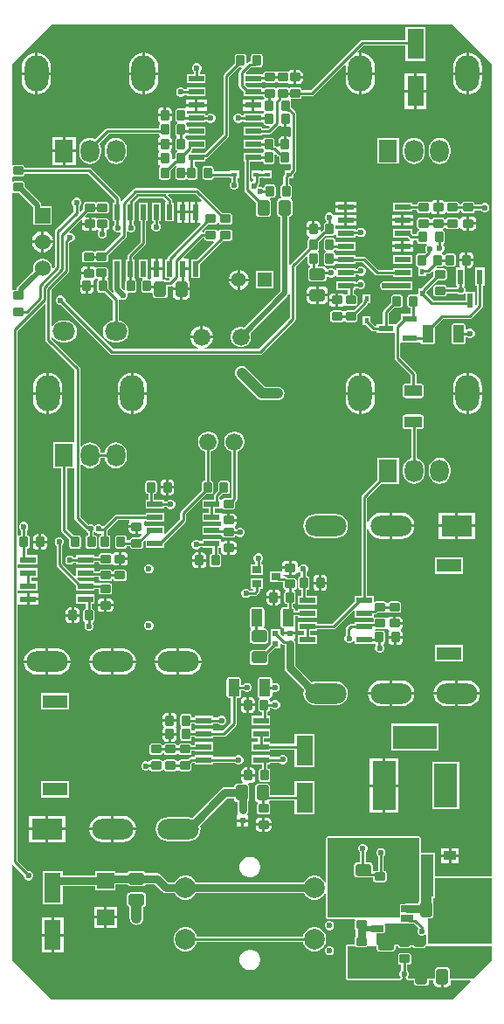
<source format=gbl>
G04*
G04 #@! TF.GenerationSoftware,Altium Limited,Altium Designer,23.4.1 (23)*
G04*
G04 Layer_Physical_Order=4*
G04 Layer_Color=16711680*
%FSLAX25Y25*%
%MOIN*%
G70*
G04*
G04 #@! TF.SameCoordinates,B679403E-95BF-4892-A0A7-9FFFC668BED6*
G04*
G04*
G04 #@! TF.FilePolarity,Positive*
G04*
G01*
G75*
G04:AMPARAMS|DCode=17|XSize=39.37mil|YSize=31.5mil|CornerRadius=3.94mil|HoleSize=0mil|Usage=FLASHONLY|Rotation=270.000|XOffset=0mil|YOffset=0mil|HoleType=Round|Shape=RoundedRectangle|*
%AMROUNDEDRECTD17*
21,1,0.03937,0.02362,0,0,270.0*
21,1,0.03150,0.03150,0,0,270.0*
1,1,0.00787,-0.01181,-0.01575*
1,1,0.00787,-0.01181,0.01575*
1,1,0.00787,0.01181,0.01575*
1,1,0.00787,0.01181,-0.01575*
%
%ADD17ROUNDEDRECTD17*%
%ADD18R,0.05709X0.02362*%
%ADD19R,0.02323X0.01772*%
G04:AMPARAMS|DCode=20|XSize=68.9mil|YSize=43.31mil|CornerRadius=5.41mil|HoleSize=0mil|Usage=FLASHONLY|Rotation=0.000|XOffset=0mil|YOffset=0mil|HoleType=Round|Shape=RoundedRectangle|*
%AMROUNDEDRECTD20*
21,1,0.06890,0.03248,0,0,0.0*
21,1,0.05807,0.04331,0,0,0.0*
1,1,0.01083,0.02904,-0.01624*
1,1,0.01083,-0.02904,-0.01624*
1,1,0.01083,-0.02904,0.01624*
1,1,0.01083,0.02904,0.01624*
%
%ADD20ROUNDEDRECTD20*%
G04:AMPARAMS|DCode=21|XSize=59.06mil|YSize=45.28mil|CornerRadius=5.66mil|HoleSize=0mil|Usage=FLASHONLY|Rotation=270.000|XOffset=0mil|YOffset=0mil|HoleType=Round|Shape=RoundedRectangle|*
%AMROUNDEDRECTD21*
21,1,0.05906,0.03396,0,0,270.0*
21,1,0.04774,0.04528,0,0,270.0*
1,1,0.01132,-0.01698,-0.02387*
1,1,0.01132,-0.01698,0.02387*
1,1,0.01132,0.01698,0.02387*
1,1,0.01132,0.01698,-0.02387*
%
%ADD21ROUNDEDRECTD21*%
G04:AMPARAMS|DCode=23|XSize=59.06mil|YSize=45.28mil|CornerRadius=5.66mil|HoleSize=0mil|Usage=FLASHONLY|Rotation=0.000|XOffset=0mil|YOffset=0mil|HoleType=Round|Shape=RoundedRectangle|*
%AMROUNDEDRECTD23*
21,1,0.05906,0.03396,0,0,0.0*
21,1,0.04774,0.04528,0,0,0.0*
1,1,0.01132,0.02387,-0.01698*
1,1,0.01132,-0.02387,-0.01698*
1,1,0.01132,-0.02387,0.01698*
1,1,0.01132,0.02387,0.01698*
%
%ADD23ROUNDEDRECTD23*%
%ADD24R,0.06600X0.06000*%
G04:AMPARAMS|DCode=27|XSize=39.37mil|YSize=31.5mil|CornerRadius=3.94mil|HoleSize=0mil|Usage=FLASHONLY|Rotation=0.000|XOffset=0mil|YOffset=0mil|HoleType=Round|Shape=RoundedRectangle|*
%AMROUNDEDRECTD27*
21,1,0.03937,0.02362,0,0,0.0*
21,1,0.03150,0.03150,0,0,0.0*
1,1,0.00787,0.01575,-0.01181*
1,1,0.00787,-0.01575,-0.01181*
1,1,0.00787,-0.01575,0.01181*
1,1,0.00787,0.01575,0.01181*
%
%ADD27ROUNDEDRECTD27*%
%ADD56C,0.00984*%
%ADD57C,0.03937*%
%ADD58C,0.02953*%
%ADD59C,0.01968*%
%ADD60C,0.06600*%
%ADD61R,0.09449X0.05118*%
%ADD62O,0.15748X0.07874*%
%ADD63R,0.11811X0.07874*%
%ADD64O,0.08661X0.07087*%
%ADD65O,0.09055X0.13780*%
%ADD66O,0.07087X0.08661*%
%ADD67R,0.07087X0.08661*%
%ADD68C,0.07874*%
%ADD69R,0.05512X0.05512*%
%ADD70C,0.05512*%
%ADD71R,0.09055X0.18898*%
%ADD72R,0.16929X0.09055*%
%ADD73R,0.09055X0.16929*%
%ADD74C,0.06000*%
%ADD75R,0.06000X0.06000*%
%ADD76C,0.02362*%
G04:AMPARAMS|DCode=77|XSize=68.9mil|YSize=43.31mil|CornerRadius=5.41mil|HoleSize=0mil|Usage=FLASHONLY|Rotation=270.000|XOffset=0mil|YOffset=0mil|HoleType=Round|Shape=RoundedRectangle|*
%AMROUNDEDRECTD77*
21,1,0.06890,0.03248,0,0,270.0*
21,1,0.05807,0.04331,0,0,270.0*
1,1,0.01083,-0.01624,-0.02904*
1,1,0.01083,-0.01624,0.02904*
1,1,0.01083,0.01624,0.02904*
1,1,0.01083,0.01624,-0.02904*
%
%ADD77ROUNDEDRECTD77*%
%ADD78R,0.02284X0.05984*%
%ADD79R,0.01772X0.02323*%
%ADD80R,0.05984X0.02284*%
%ADD81R,0.05984X0.02362*%
%ADD82R,0.03543X0.02756*%
%ADD83R,0.02362X0.02362*%
%ADD84R,0.02362X0.05709*%
G04:AMPARAMS|DCode=85|XSize=25.59mil|YSize=47.24mil|CornerRadius=1.92mil|HoleSize=0mil|Usage=FLASHONLY|Rotation=90.000|XOffset=0mil|YOffset=0mil|HoleType=Round|Shape=RoundedRectangle|*
%AMROUNDEDRECTD85*
21,1,0.02559,0.04341,0,0,90.0*
21,1,0.02175,0.04724,0,0,90.0*
1,1,0.00384,0.02170,0.01088*
1,1,0.00384,0.02170,-0.01088*
1,1,0.00384,-0.02170,-0.01088*
1,1,0.00384,-0.02170,0.01088*
%
%ADD85ROUNDEDRECTD85*%
%ADD86R,0.16299X0.04921*%
%ADD87R,0.04803X0.03583*%
%ADD88R,0.06496X0.11614*%
%ADD89R,0.04921X0.16299*%
G36*
X180099Y357852D02*
Y47883D01*
X158386D01*
Y57165D01*
X153100D01*
Y62598D01*
X152913Y63050D01*
X152461Y63238D01*
X117548D01*
X117096Y63050D01*
X116909Y62598D01*
Y45949D01*
X116409Y45815D01*
X116024Y46481D01*
X115182Y47324D01*
X114149Y47920D01*
X112998Y48228D01*
X111805D01*
X110654Y47920D01*
X109622Y47324D01*
X108779Y46481D01*
X108390Y45808D01*
X67200D01*
X66812Y46481D01*
X65969Y47324D01*
X64937Y47920D01*
X63785Y48228D01*
X62593D01*
X61441Y47920D01*
X60409Y47324D01*
X59566Y46481D01*
X59178Y45808D01*
X56619D01*
X53792Y48636D01*
X53108Y49093D01*
X52301Y49253D01*
X47973D01*
X47964Y49295D01*
X47709Y49677D01*
X47326Y49933D01*
X46875Y50023D01*
X42101D01*
X41650Y49933D01*
X41268Y49677D01*
X41012Y49295D01*
X41004Y49253D01*
X36568D01*
Y50000D01*
X28787D01*
Y48517D01*
X16437D01*
Y50000D01*
X8760D01*
Y37205D01*
X16437D01*
Y44302D01*
X28787D01*
Y42819D01*
X36568D01*
Y45038D01*
X41004D01*
X41012Y44997D01*
X41268Y44614D01*
X41650Y44358D01*
X42101Y44269D01*
X46875D01*
X47326Y44358D01*
X47709Y44614D01*
X47964Y44997D01*
X47973Y45038D01*
X51429D01*
X54256Y42211D01*
X54940Y41754D01*
X55746Y41593D01*
X59178D01*
X59566Y40921D01*
X60409Y40078D01*
X61441Y39482D01*
X62593Y39173D01*
X63785D01*
X64937Y39482D01*
X65969Y40078D01*
X66812Y40921D01*
X67200Y41593D01*
X108390D01*
X108779Y40921D01*
X109622Y40078D01*
X110654Y39482D01*
X111805Y39173D01*
X112998D01*
X114149Y39482D01*
X115182Y40078D01*
X116024Y40921D01*
X116409Y41587D01*
X116909Y41453D01*
Y32480D01*
X117096Y32028D01*
X117548Y31841D01*
X127724D01*
X127786Y31766D01*
X127946Y31341D01*
X127813Y31142D01*
X127737Y30758D01*
Y28396D01*
X127813Y28012D01*
X128031Y27687D01*
X128208Y27568D01*
Y25188D01*
X128031Y25069D01*
X127813Y24744D01*
X127737Y24360D01*
Y21998D01*
X127656Y21899D01*
X125000D01*
X124548Y21712D01*
X124361Y21260D01*
Y9108D01*
X124548Y8656D01*
X125000Y8469D01*
X145160D01*
X145277Y8517D01*
X145404D01*
X145494Y8607D01*
X145612Y8656D01*
X145660Y8773D01*
X145750Y8863D01*
X145958Y9363D01*
Y9390D01*
X146032Y9504D01*
X146219Y9678D01*
X146468Y9760D01*
X146653Y9723D01*
X146839Y9760D01*
X147089Y9678D01*
X147275Y9504D01*
X147350Y9390D01*
Y9363D01*
X147557Y8863D01*
X147647Y8773D01*
X147695Y8656D01*
X147813Y8607D01*
X147903Y8517D01*
X148030D01*
X148147Y8469D01*
X150273D01*
Y7456D01*
X150362Y7005D01*
X150618Y6622D01*
X151000Y6366D01*
X151452Y6277D01*
X154848D01*
X155299Y6366D01*
X155681Y6622D01*
X155937Y7005D01*
X156027Y7456D01*
Y8469D01*
X157926D01*
Y7456D01*
X158048Y6845D01*
X158394Y6327D01*
X158912Y5981D01*
X159523Y5859D01*
X160721D01*
Y9843D01*
X161721D01*
Y5859D01*
X162918D01*
X163529Y5981D01*
X164047Y6327D01*
X164393Y6845D01*
X164515Y7456D01*
Y8469D01*
X171750D01*
X171942Y8007D01*
X164939Y1003D01*
X12227Y1003D01*
X-2933Y16164D01*
Y52240D01*
X-2434Y52447D01*
X1575Y48439D01*
Y47876D01*
X1845Y47225D01*
X2343Y46726D01*
X2994Y46457D01*
X3699D01*
X4350Y46726D01*
X4848Y47225D01*
X5118Y47876D01*
Y48581D01*
X4848Y49232D01*
X4350Y49730D01*
X3699Y50000D01*
X3136D01*
X-865Y54001D01*
Y151171D01*
X-783Y151638D01*
X-365Y151638D01*
X2709D01*
Y153819D01*
Y156000D01*
X-365D01*
X-783Y156000D01*
X-865Y156466D01*
Y157025D01*
X-374Y157047D01*
X-365Y157047D01*
X6791D01*
Y160591D01*
X4313D01*
Y162047D01*
X6791D01*
Y165591D01*
X-365D01*
X-374Y165591D01*
X-865Y165613D01*
Y167025D01*
X-374Y167047D01*
X-365Y167047D01*
X6791D01*
Y170591D01*
X2630D01*
Y173012D01*
X2707D01*
X3091Y173089D01*
X3417Y173306D01*
X3634Y173632D01*
X3711Y174016D01*
Y177165D01*
X3634Y177549D01*
X3417Y177875D01*
X3091Y178093D01*
X2707Y178169D01*
X2605D01*
Y180119D01*
X2978Y180492D01*
X3248Y181144D01*
Y181849D01*
X2978Y182500D01*
X2480Y182998D01*
X1829Y183268D01*
X1124D01*
X473Y182998D01*
X-26Y182500D01*
X-295Y181849D01*
Y181144D01*
X-26Y180492D01*
X397Y180070D01*
Y178169D01*
X345D01*
X-39Y178093D01*
X-365Y177875D01*
X-865Y178027D01*
Y256174D01*
X9359Y266398D01*
X9821Y266207D01*
Y252658D01*
X9905Y252235D01*
X10145Y251877D01*
X20845Y241177D01*
Y213583D01*
X12797D01*
Y203740D01*
X15826D01*
Y180166D01*
X15911Y179744D01*
X16150Y179386D01*
X18928Y176608D01*
Y174016D01*
X19004Y173632D01*
X19222Y173306D01*
X19547Y173089D01*
X19931Y173012D01*
X22294D01*
X22678Y173089D01*
X23003Y173306D01*
X23221Y173632D01*
X23297Y174016D01*
Y177165D01*
X23221Y177549D01*
X23003Y177875D01*
X22678Y178093D01*
X22294Y178169D01*
X20489D01*
X18034Y180624D01*
Y203740D01*
X20845D01*
Y184744D01*
X20929Y184322D01*
X21168Y183964D01*
X25038Y180093D01*
X25352Y179884D01*
X25467Y179607D01*
X25965Y179108D01*
X26037Y179079D01*
Y178150D01*
X25747Y178093D01*
X25422Y177875D01*
X25204Y177549D01*
X25128Y177165D01*
Y174016D01*
X25204Y173632D01*
X25422Y173306D01*
X25747Y173089D01*
X26131Y173012D01*
X28494D01*
X28878Y173089D01*
X29203Y173306D01*
X29421Y173632D01*
X29497Y174016D01*
Y177165D01*
X29421Y177549D01*
X29203Y177875D01*
X28878Y178093D01*
X28494Y178169D01*
X28244D01*
Y179225D01*
X28679Y179453D01*
X28847Y179330D01*
X29042Y179134D01*
X29693Y178865D01*
X30398D01*
X30680Y178981D01*
X31180Y178647D01*
Y178165D01*
X30817Y178093D01*
X30492Y177875D01*
X30274Y177549D01*
X30198Y177165D01*
Y174016D01*
X30274Y173632D01*
X30492Y173306D01*
X30817Y173089D01*
X31202Y173012D01*
X33564D01*
X33948Y173089D01*
X34273Y173306D01*
X34491Y173632D01*
X34567Y174016D01*
Y177165D01*
X34491Y177549D01*
X34273Y177875D01*
X33948Y178093D01*
X33564Y178169D01*
X33388D01*
Y179956D01*
X37308Y183876D01*
X41615D01*
X41869Y183376D01*
X41699Y183122D01*
X41591Y182578D01*
Y181897D01*
X44587D01*
Y181397D01*
X45087D01*
Y178795D01*
X46161D01*
X46347Y178832D01*
X46593Y178371D01*
X45604Y177382D01*
X43012D01*
X42628Y177305D01*
X42302Y177088D01*
X42085Y176762D01*
X42008Y176378D01*
Y176301D01*
X40767D01*
Y177165D01*
X40691Y177549D01*
X40473Y177875D01*
X40148Y178093D01*
X39764Y178169D01*
X37402D01*
X37018Y178093D01*
X36692Y177875D01*
X36474Y177549D01*
X36398Y177165D01*
Y174016D01*
X36474Y173632D01*
X36692Y173306D01*
X37018Y173089D01*
X37402Y173012D01*
X39764D01*
X40148Y173089D01*
X40473Y173306D01*
X40691Y173632D01*
X40767Y174016D01*
Y174093D01*
X42008D01*
Y174016D01*
X42085Y173632D01*
X42302Y173306D01*
X42628Y173089D01*
X43012Y173012D01*
X46161D01*
X46545Y173089D01*
X46871Y173306D01*
X47089Y173632D01*
X47165Y174016D01*
Y175819D01*
X47517Y176109D01*
X47953Y175923D01*
Y173209D01*
X55118D01*
Y175191D01*
X63108Y183181D01*
X63348Y183539D01*
X63432Y183962D01*
Y186231D01*
X71080Y193878D01*
X72884D01*
X73268Y193955D01*
X73594Y194172D01*
X73811Y194498D01*
X73888Y194882D01*
Y198031D01*
X73811Y198416D01*
X73594Y198741D01*
X73268Y198959D01*
X72891Y199034D01*
Y210104D01*
X73372Y210233D01*
X74259Y210745D01*
X74983Y211469D01*
X75495Y212357D01*
X75761Y213346D01*
Y214370D01*
X75495Y215360D01*
X74983Y216247D01*
X74259Y216971D01*
X73372Y217484D01*
X72382Y217749D01*
X71358D01*
X70368Y217484D01*
X69481Y216971D01*
X68757Y216247D01*
X68245Y215360D01*
X67980Y214370D01*
Y213346D01*
X68245Y212357D01*
X68757Y211469D01*
X69481Y210745D01*
X70368Y210233D01*
X70683Y210149D01*
Y199035D01*
X70522D01*
X70138Y198959D01*
X69813Y198741D01*
X69595Y198416D01*
X69519Y198031D01*
Y195440D01*
X61547Y187468D01*
X61308Y187110D01*
X61224Y186688D01*
Y184419D01*
X55580Y178775D01*
X55118Y178966D01*
Y181752D01*
X48082D01*
X47953Y181752D01*
X47582Y182065D01*
Y182578D01*
X47474Y183122D01*
X47452Y183155D01*
X47759Y183596D01*
X47953Y183549D01*
Y183209D01*
X55118D01*
Y186752D01*
X47953D01*
Y186084D01*
X36850D01*
X36428Y186000D01*
X36070Y185761D01*
X32048Y181739D01*
X31547Y181640D01*
X31049Y182138D01*
X30398Y182408D01*
X29693D01*
X29042Y182138D01*
X28821Y181917D01*
X28520Y181657D01*
X28168Y181917D01*
X27972Y182112D01*
X27321Y182382D01*
X26616D01*
X26090Y182164D01*
X23053Y185201D01*
Y205109D01*
X23553Y205278D01*
X23823Y204926D01*
X24687Y204263D01*
X25692Y203847D01*
X26772Y203705D01*
X27851Y203847D01*
X28856Y204263D01*
X29720Y204926D01*
X30383Y205789D01*
X30799Y206795D01*
X30900Y207558D01*
X32488D01*
X32588Y206795D01*
X33005Y205789D01*
X33667Y204926D01*
X34531Y204263D01*
X35536Y203847D01*
X36615Y203705D01*
X37695Y203847D01*
X38700Y204263D01*
X39564Y204926D01*
X40226Y205789D01*
X40643Y206795D01*
X40785Y207874D01*
Y209449D01*
X40643Y210528D01*
X40226Y211534D01*
X39564Y212397D01*
X38700Y213060D01*
X37695Y213476D01*
X36615Y213618D01*
X35536Y213476D01*
X34531Y213060D01*
X33667Y212397D01*
X33005Y211534D01*
X32588Y210528D01*
X32488Y209765D01*
X30900D01*
X30799Y210528D01*
X30383Y211534D01*
X29720Y212397D01*
X28856Y213060D01*
X27851Y213476D01*
X26772Y213618D01*
X25692Y213476D01*
X24687Y213060D01*
X23823Y212397D01*
X23553Y212044D01*
X23053Y212214D01*
Y241634D01*
X22969Y242056D01*
X22729Y242414D01*
X12029Y253115D01*
Y253726D01*
X12529Y253825D01*
X12531Y253821D01*
X13193Y252957D01*
X14057Y252295D01*
X15063Y251878D01*
X16142Y251736D01*
X17717D01*
X18796Y251878D01*
X19801Y252295D01*
X20665Y252957D01*
X21327Y253821D01*
X21744Y254826D01*
X21886Y255906D01*
X21744Y256985D01*
X21327Y257990D01*
X20665Y258854D01*
X19801Y259516D01*
X18796Y259933D01*
X17717Y260075D01*
X16142D01*
X15063Y259933D01*
X14057Y259516D01*
X13193Y258854D01*
X12531Y257990D01*
X12529Y257986D01*
X12029Y258086D01*
Y271736D01*
X18497Y278204D01*
X18736Y278562D01*
X18820Y278985D01*
Y289799D01*
X18982Y289961D01*
X19545D01*
X20197Y290230D01*
X20695Y290729D01*
X20965Y291380D01*
Y292085D01*
X20695Y292736D01*
X20197Y293234D01*
X19545Y293504D01*
X19050D01*
X18843Y294004D01*
X23352Y298513D01*
X23813Y298267D01*
X23776Y298081D01*
Y297400D01*
X26272D01*
Y299502D01*
X25197D01*
X25011Y299465D01*
X24765Y299926D01*
X25754Y300915D01*
X28346D01*
X28730Y300992D01*
X28748Y301003D01*
X29134Y301175D01*
X29520Y301003D01*
X29537Y300992D01*
X29921Y300915D01*
X33071D01*
X33455Y300992D01*
X33781Y301209D01*
X33998Y301535D01*
X34074Y301919D01*
Y304281D01*
X33998Y304665D01*
X33781Y304991D01*
X33455Y305208D01*
X33071Y305285D01*
X29921D01*
X29537Y305208D01*
X29520Y305197D01*
X29134Y305025D01*
X28748Y305197D01*
X28730Y305208D01*
X28346Y305285D01*
X25197D01*
X24813Y305208D01*
X24487Y304991D01*
X24270Y304665D01*
X24193Y304281D01*
Y302477D01*
X23257Y301541D01*
X22757Y301748D01*
Y303716D01*
X23155Y304115D01*
X23425Y304766D01*
Y305470D01*
X23155Y306122D01*
X22657Y306620D01*
X22006Y306890D01*
X21301D01*
X20650Y306620D01*
X20152Y306122D01*
X19882Y305470D01*
Y304766D01*
X20152Y304115D01*
X20550Y303716D01*
Y301638D01*
X13786Y294875D01*
X13547Y294517D01*
X13463Y294094D01*
Y280747D01*
X12752Y280035D01*
X12252Y280242D01*
Y280630D01*
X12007Y281543D01*
X11535Y282362D01*
X10866Y283031D01*
X10047Y283503D01*
X9134Y283748D01*
X8189D01*
X7276Y283503D01*
X6457Y283031D01*
X5788Y282362D01*
X5316Y281543D01*
X5071Y280630D01*
Y279685D01*
X5250Y279017D01*
X2734Y276501D01*
X2734Y276501D01*
X-742Y273025D01*
X-1090Y272504D01*
X-1212Y271890D01*
X-1697Y271820D01*
X-2165D01*
X-2434Y271767D01*
X-2801Y271970D01*
X-2933Y272088D01*
Y308551D01*
X-2434Y308873D01*
X-2264Y308839D01*
X-381D01*
X5040Y303418D01*
Y302173D01*
X5040Y302173D01*
X5071Y302018D01*
Y296567D01*
X12252D01*
Y303748D01*
X8583D01*
X8251Y304083D01*
X8129Y304697D01*
X7781Y305218D01*
X7781Y305218D01*
X1889Y311110D01*
Y312205D01*
X1813Y312589D01*
X1595Y312914D01*
X1270Y313132D01*
X886Y313208D01*
X-2264D01*
X-2434Y313175D01*
X-2933Y313497D01*
Y314751D01*
X-2434Y315073D01*
X-2264Y315039D01*
X886D01*
X1270Y315115D01*
X1595Y315333D01*
X1813Y315658D01*
X1889Y316042D01*
Y316120D01*
X26118D01*
X36081Y306157D01*
Y305098D01*
X35433D01*
Y297933D01*
X36162D01*
Y296826D01*
X35864Y296528D01*
X35594Y295877D01*
Y295172D01*
X35864Y294521D01*
X36362Y294023D01*
X37013Y293753D01*
X37718D01*
X38026Y293881D01*
X38526Y293546D01*
Y292990D01*
X32218Y286682D01*
X29626D01*
X29242Y286606D01*
X28916Y286388D01*
X28851Y286290D01*
X28564D01*
X28238Y286508D01*
X27854Y286584D01*
X24705D01*
X24321Y286508D01*
X23995Y286290D01*
X23778Y285964D01*
X23701Y285580D01*
Y283218D01*
X23778Y282834D01*
X23995Y282508D01*
X24321Y282291D01*
X24705Y282215D01*
X27854D01*
X28238Y282291D01*
X28564Y282508D01*
X28630Y282607D01*
X28916D01*
X29242Y282389D01*
X29626Y282313D01*
X32776D01*
X33160Y282389D01*
X33485Y282607D01*
X33703Y282932D01*
X33779Y283316D01*
Y285121D01*
X40410Y291752D01*
X40649Y292110D01*
X40734Y292533D01*
Y293902D01*
X41234Y294109D01*
X41319Y294023D01*
X41970Y293753D01*
X42675D01*
X43326Y294023D01*
X43825Y294521D01*
X44094Y295172D01*
Y295877D01*
X43825Y296528D01*
X43348Y297005D01*
Y297933D01*
X43898D01*
Y305098D01*
X43898Y305098D01*
X43898D01*
X44091Y305522D01*
X45339Y306770D01*
X54562D01*
X55734Y305598D01*
X55527Y305098D01*
X55433D01*
Y297933D01*
X58898D01*
Y305098D01*
X58269D01*
Y305728D01*
X58185Y306151D01*
X57946Y306509D01*
X56572Y307883D01*
X56763Y308345D01*
X67013D01*
X69380Y305978D01*
X69143Y305508D01*
X67665D01*
Y301516D01*
Y297524D01*
X68927D01*
X69134Y297024D01*
X56567Y284456D01*
X56327Y284098D01*
X56243Y283675D01*
Y283366D01*
X55433D01*
Y276201D01*
X57033D01*
X57225Y275739D01*
X56826Y275341D01*
X56092D01*
X56075Y275366D01*
X55692Y275622D01*
X55241Y275712D01*
X54774D01*
X54307Y275791D01*
X54307Y276212D01*
Y279283D01*
X52165D01*
X50024D01*
Y276263D01*
X49753Y275807D01*
X49569Y275807D01*
X49153D01*
X48898Y276201D01*
X48898Y276307D01*
Y283366D01*
X45433D01*
Y276201D01*
X46638D01*
X46696Y276119D01*
X46682Y275513D01*
X46464Y275187D01*
X46388Y274803D01*
Y271654D01*
X46464Y271269D01*
X46682Y270944D01*
X47007Y270726D01*
X47391Y270650D01*
X49753D01*
X50138Y270726D01*
X50166Y270746D01*
X50666Y270478D01*
Y269759D01*
X50756Y269308D01*
X51012Y268925D01*
X51394Y268670D01*
X51846Y268580D01*
X55241D01*
X55692Y268670D01*
X56075Y268925D01*
X56331Y269308D01*
X56420Y269759D01*
Y273133D01*
X57284D01*
X57706Y273217D01*
X57820Y273293D01*
X58320Y273025D01*
Y272646D01*
X61614D01*
X64909D01*
Y274533D01*
X64787Y275144D01*
X64596Y275430D01*
X64441Y275661D01*
X64396Y275705D01*
X64307Y275791D01*
X64307D01*
X64307Y275791D01*
Y279283D01*
X62165D01*
Y280283D01*
X64307D01*
Y283776D01*
X62707D01*
X62515Y284238D01*
X69842Y291564D01*
X70355D01*
Y291487D01*
X70431Y291103D01*
X70649Y290777D01*
X70974Y290560D01*
X71358Y290483D01*
X73800D01*
X73992Y290021D01*
X67336Y283366D01*
X65433D01*
Y276201D01*
X68898D01*
Y281805D01*
X77576Y290483D01*
X80020D01*
X80404Y290560D01*
X80729Y290777D01*
X80947Y291103D01*
X81023Y291487D01*
Y293849D01*
X80947Y294233D01*
X80729Y294558D01*
X80404Y294776D01*
X80020Y294852D01*
X76870D01*
X76486Y294776D01*
X76161Y294558D01*
X75944Y294235D01*
X75933Y294233D01*
X75445D01*
X75434Y294235D01*
X75217Y294558D01*
X74892Y294776D01*
X74508Y294852D01*
X71358D01*
X70974Y294776D01*
X70649Y294558D01*
X70431Y294233D01*
X70355Y293849D01*
Y293772D01*
X69712D01*
X69504Y294272D01*
X71916Y296683D01*
X74508D01*
X74892Y296760D01*
X75217Y296977D01*
X75434Y297300D01*
X75445Y297303D01*
X75933D01*
X75944Y297300D01*
X76161Y296977D01*
X76486Y296760D01*
X76870Y296683D01*
X80020D01*
X80404Y296760D01*
X80729Y296977D01*
X80947Y297303D01*
X81023Y297687D01*
Y300049D01*
X80947Y300433D01*
X80729Y300758D01*
X80404Y300976D01*
X80020Y301052D01*
X77428D01*
X68251Y310229D01*
X67892Y310469D01*
X67470Y310553D01*
X44230D01*
X43807Y310469D01*
X43449Y310229D01*
X38849Y305629D01*
X38789Y305539D01*
X38289Y305691D01*
Y306496D01*
X38309Y306594D01*
X38225Y307017D01*
X37985Y307375D01*
X27356Y318004D01*
X26998Y318244D01*
X26576Y318327D01*
X1889D01*
Y318405D01*
X1813Y318789D01*
X1595Y319114D01*
X1270Y319332D01*
X886Y319408D01*
X-2264D01*
X-2434Y319374D01*
X-2933Y319697D01*
Y357852D01*
X12227Y373012D01*
X164939Y373012D01*
X180099Y357852D01*
D02*
G37*
G36*
X152461Y57165D02*
X152284D01*
Y39685D01*
X152461D01*
Y38613D01*
X152233Y38271D01*
X152143Y37820D01*
Y37737D01*
X147933D01*
X147127Y37577D01*
X147034Y37515D01*
X145763D01*
X145457Y37455D01*
X145199Y37282D01*
X145026Y37023D01*
X144965Y36718D01*
Y34542D01*
X145026Y34237D01*
X145199Y33978D01*
Y33542D01*
X145026Y33283D01*
X144965Y32977D01*
Y32480D01*
X117548D01*
Y62598D01*
X152461D01*
Y57165D01*
D02*
G37*
G36*
X150794Y29731D02*
X150794Y29731D01*
X152176Y28350D01*
Y28303D01*
X152041Y28169D01*
X151772Y27518D01*
Y26813D01*
X152041Y26162D01*
X152540Y25663D01*
X153191Y25394D01*
X153896D01*
X154547Y25663D01*
X154688Y25804D01*
X155188Y25597D01*
Y22441D01*
X155205Y22399D01*
X154872Y21899D01*
X154744Y21846D01*
X154739Y21847D01*
X154729Y21840D01*
X154700Y21828D01*
X154517Y21791D01*
X154481Y21737D01*
X154420Y21712D01*
X154375Y21603D01*
X154333Y21575D01*
X154186Y21355D01*
X154072Y21279D01*
X153874Y21240D01*
X150850D01*
X150653Y21279D01*
X150539Y21355D01*
X150392Y21575D01*
X150349Y21603D01*
X150304Y21712D01*
X150244Y21737D01*
X150207Y21791D01*
X150025Y21828D01*
X149996Y21840D01*
X149985Y21847D01*
X149980Y21846D01*
X149852Y21899D01*
X149360D01*
X149232Y21846D01*
X149228Y21847D01*
X149217Y21840D01*
X149188Y21828D01*
X149005Y21791D01*
X148969Y21737D01*
X148908Y21712D01*
X148863Y21603D01*
X148821Y21575D01*
X148674Y21355D01*
X148560Y21279D01*
X148362Y21240D01*
X145339D01*
X145141Y21279D01*
X145027Y21355D01*
X144880Y21575D01*
X144837Y21603D01*
X144792Y21712D01*
X144732Y21737D01*
X144696Y21791D01*
X144513Y21828D01*
X144484Y21840D01*
X144473Y21847D01*
X144469Y21846D01*
X144341Y21899D01*
X143330D01*
X142878Y21712D01*
X142691Y21260D01*
Y20511D01*
X142638Y20246D01*
X142524Y20075D01*
X142352Y19961D01*
X142088Y19908D01*
X137440D01*
X137175Y19961D01*
X137004Y20075D01*
X136890Y20246D01*
X136837Y20511D01*
Y21260D01*
X136650Y21712D01*
X136198Y21899D01*
X136171D01*
Y26264D01*
X138489D01*
X138795Y26325D01*
X139053Y26498D01*
X139226Y26757D01*
X139287Y27062D01*
Y29237D01*
X139231Y29520D01*
X139229Y29547D01*
X139509Y30020D01*
X145686D01*
X145763Y30004D01*
X150103D01*
X150180Y30020D01*
X150506D01*
X150794Y29731D01*
D02*
G37*
G36*
X180099Y22441D02*
X155827D01*
Y31867D01*
X156718D01*
X157169Y31957D01*
X157551Y32212D01*
X157807Y32595D01*
X157897Y33046D01*
Y37820D01*
X157807Y38271D01*
X157758Y38344D01*
Y39685D01*
X158386D01*
Y47244D01*
X180099D01*
Y22441D01*
D02*
G37*
G36*
Y16164D02*
X173043Y9108D01*
X164097D01*
Y12229D01*
X164008Y12681D01*
X163752Y13063D01*
X163370Y13319D01*
X162918Y13408D01*
X159523D01*
X159071Y13319D01*
X158689Y13063D01*
X158433Y12681D01*
X158344Y12229D01*
Y9108D01*
X148147D01*
X147940Y9608D01*
X148155Y9823D01*
X148425Y10474D01*
Y11179D01*
X148155Y11830D01*
X147757Y12228D01*
Y14400D01*
X148425D01*
X148809Y14477D01*
X149135Y14694D01*
X149352Y15020D01*
X149429Y15404D01*
Y17766D01*
X149352Y18150D01*
X149135Y18476D01*
X148809Y18693D01*
X148425Y18770D01*
X145276D01*
X144892Y18693D01*
X144566Y18476D01*
X144349Y18150D01*
X144272Y17766D01*
Y15404D01*
X144349Y15020D01*
X144566Y14694D01*
X144892Y14477D01*
X145276Y14400D01*
X145550D01*
Y12228D01*
X145152Y11830D01*
X144882Y11179D01*
Y10474D01*
X145152Y9823D01*
X145367Y9608D01*
X145160Y9108D01*
X125000D01*
Y21260D01*
X128073D01*
X128356Y21070D01*
X128740Y20994D01*
X131890D01*
X132274Y21070D01*
X132557Y21260D01*
X136198D01*
Y20448D01*
X136288Y19997D01*
X136543Y19614D01*
X136926Y19358D01*
X137377Y19269D01*
X142151D01*
X142602Y19358D01*
X142984Y19614D01*
X143240Y19997D01*
X143330Y20448D01*
Y21260D01*
X144341D01*
X144349Y21220D01*
X144566Y20894D01*
X144892Y20677D01*
X145276Y20600D01*
X148425D01*
X148809Y20677D01*
X149135Y20894D01*
X149352Y21220D01*
X149360Y21260D01*
X149852D01*
X149860Y21220D01*
X150078Y20894D01*
X150403Y20677D01*
X150787Y20600D01*
X153937D01*
X154321Y20677D01*
X154647Y20894D01*
X154864Y21220D01*
X154872Y21260D01*
X180099D01*
Y16164D01*
D02*
G37*
%LPC*%
G36*
X154823Y371949D02*
X147146D01*
Y367147D01*
X130709D01*
X130286Y367063D01*
X129928Y366824D01*
X110986Y347882D01*
X107598D01*
Y347959D01*
X107522Y348343D01*
X107304Y348668D01*
X106978Y348886D01*
X106595Y348962D01*
X103445D01*
X103061Y348886D01*
X103043Y348874D01*
X102657Y348703D01*
X102271Y348874D01*
X102254Y348886D01*
X101870Y348962D01*
X98721D01*
X98336Y348886D01*
X98319Y348874D01*
X97933Y348703D01*
X97547Y348874D01*
X97530Y348886D01*
X97146Y348962D01*
X93996D01*
X93612Y348886D01*
X93287Y348668D01*
X92681Y348654D01*
X92598Y348712D01*
Y349035D01*
X86994D01*
X85959Y350071D01*
X86166Y350571D01*
X92598D01*
Y351043D01*
X92681Y351101D01*
X93287Y351087D01*
X93612Y350869D01*
X93996Y350793D01*
X97146D01*
X97530Y350869D01*
X97547Y350881D01*
X97933Y351052D01*
X98319Y350881D01*
X98336Y350869D01*
X98721Y350793D01*
X101870D01*
X102254Y350869D01*
X102409Y350839D01*
X102440Y350792D01*
X102901Y350484D01*
X103445Y350376D01*
X104520D01*
Y352978D01*
Y355580D01*
X103445D01*
X102901Y355471D01*
X102440Y355164D01*
X102409Y355117D01*
X102254Y355086D01*
X101870Y355162D01*
X98721D01*
X98336Y355086D01*
X98319Y355074D01*
X97933Y354903D01*
X97547Y355074D01*
X97530Y355086D01*
X97146Y355162D01*
X93996D01*
X93612Y355086D01*
X93287Y354868D01*
X93069Y354543D01*
X93010Y354248D01*
X92598Y354035D01*
X86323D01*
X86116Y354535D01*
X88253Y356672D01*
X89350D01*
X89360Y356674D01*
X91614D01*
X91998Y356750D01*
X92324Y356968D01*
X92541Y357293D01*
X92618Y357677D01*
Y360827D01*
X92541Y361211D01*
X92324Y361536D01*
X91998Y361754D01*
X91614Y361830D01*
X89252D01*
X88868Y361754D01*
X88542Y361536D01*
X88325Y361211D01*
X88248Y360827D01*
Y358879D01*
X87795D01*
X87373Y358795D01*
X87015Y358556D01*
X86880Y358421D01*
X86418Y358612D01*
Y360827D01*
X86341Y361211D01*
X86124Y361536D01*
X85798Y361754D01*
X85414Y361830D01*
X83052D01*
X82668Y361754D01*
X82342Y361536D01*
X82125Y361211D01*
X82048Y360827D01*
Y358235D01*
X77960Y354146D01*
X77720Y353788D01*
X77636Y353365D01*
Y331166D01*
X70506Y324035D01*
X65472D01*
X65281Y324497D01*
X65564Y324781D01*
X65803Y325139D01*
X65887Y325561D01*
Y325571D01*
X70866D01*
Y329035D01*
X63749D01*
X63673Y329419D01*
X63455Y329745D01*
X63239Y329889D01*
X63201Y330059D01*
Y330276D01*
X63239Y330445D01*
X63250Y330452D01*
X63701Y330571D01*
X63701Y330571D01*
Y330571D01*
X63701Y330571D01*
X70866D01*
Y334035D01*
X63749D01*
Y334449D01*
X63673Y334833D01*
X63455Y335158D01*
X63451Y335188D01*
X63791Y335571D01*
X70866D01*
Y336175D01*
X71408D01*
X71831Y335752D01*
X72482Y335482D01*
X73187D01*
X73838Y335752D01*
X74337Y336250D01*
X74606Y336901D01*
Y337606D01*
X74337Y338258D01*
X73838Y338756D01*
X73187Y339026D01*
X72482D01*
X71831Y338756D01*
X71458Y338382D01*
X70866D01*
Y339035D01*
X63749D01*
Y339961D01*
X63914Y340161D01*
X66783D01*
Y341803D01*
X63291D01*
Y341335D01*
X62791Y340955D01*
X62746Y340964D01*
X60383D01*
X59999Y340888D01*
X59674Y340670D01*
X59456Y340345D01*
X59380Y339961D01*
Y336811D01*
X59456Y336427D01*
X59674Y336101D01*
X59997Y335885D01*
X59999Y335874D01*
Y335386D01*
X59997Y335374D01*
X59674Y335158D01*
X59456Y334833D01*
X59380Y334449D01*
Y331299D01*
X59456Y330915D01*
X59674Y330590D01*
X59890Y330445D01*
X59929Y330276D01*
Y330059D01*
X59890Y329889D01*
X59674Y329745D01*
X59456Y329419D01*
X59380Y329035D01*
Y325886D01*
X59456Y325502D01*
X59674Y325176D01*
X59997Y324960D01*
X59999Y324949D01*
Y324460D01*
X59997Y324449D01*
X59674Y324233D01*
X59456Y323908D01*
X59380Y323524D01*
Y321878D01*
X59308D01*
X58885Y321794D01*
X58527Y321554D01*
X58429Y321456D01*
X57967Y321647D01*
Y323524D01*
X57859Y324067D01*
X57665Y324357D01*
X57589Y324705D01*
X57665Y325053D01*
X57859Y325342D01*
X57967Y325886D01*
Y326961D01*
X55365D01*
X52763D01*
Y325886D01*
X52871Y325342D01*
X53064Y325053D01*
X53140Y324705D01*
X53064Y324357D01*
X52871Y324067D01*
X52763Y323524D01*
Y322449D01*
X55365D01*
Y321449D01*
X52763D01*
Y320374D01*
X52871Y319830D01*
X53179Y319369D01*
X53361Y319247D01*
X53424Y318954D01*
X53416Y318635D01*
X53256Y318396D01*
X53180Y318012D01*
Y314862D01*
X53256Y314478D01*
X53474Y314153D01*
X53799Y313935D01*
X54184Y313859D01*
X56546D01*
X56930Y313935D01*
X57255Y314153D01*
X57473Y314478D01*
X57549Y314862D01*
Y317454D01*
X59499Y319404D01*
X59683Y319329D01*
X59738Y318764D01*
X59674Y318721D01*
X59456Y318396D01*
X59380Y318012D01*
Y314862D01*
X59456Y314478D01*
X59674Y314153D01*
X59999Y313935D01*
X60383Y313859D01*
X62746D01*
X63130Y313935D01*
X63216Y313993D01*
X63583Y314111D01*
X63950Y313993D01*
X64036Y313935D01*
X64420Y313859D01*
X66782D01*
X67166Y313935D01*
X67492Y314153D01*
X67709Y314478D01*
X67785Y314862D01*
Y318012D01*
X67709Y318396D01*
X67492Y318721D01*
X67166Y318939D01*
X66782Y319015D01*
X66705D01*
Y320571D01*
X70866D01*
Y321800D01*
X70936D01*
X71358Y321884D01*
X71716Y322124D01*
X79521Y329928D01*
X79760Y330286D01*
X79844Y330709D01*
Y352908D01*
X83610Y356674D01*
X84479D01*
X84670Y356212D01*
X83865Y355406D01*
X83626Y355048D01*
X83542Y354626D01*
Y349823D01*
X83626Y349400D01*
X83865Y349042D01*
X85433Y347474D01*
Y345571D01*
X92598D01*
X92598Y345571D01*
X93030Y345407D01*
X93069Y345212D01*
X93273Y344908D01*
X93249Y344812D01*
X93191Y344696D01*
X92844Y344445D01*
X89516D01*
Y342303D01*
Y340161D01*
X93008D01*
X93008Y340161D01*
X93069Y339970D01*
X93101Y339922D01*
X93177Y339727D01*
X93245Y339518D01*
X93126Y339151D01*
X93080Y339081D01*
X92598Y339035D01*
X92598Y339036D01*
X92598Y339035D01*
X85433D01*
Y338407D01*
X84768D01*
X84370Y338805D01*
X83719Y339075D01*
X83014D01*
X82363Y338805D01*
X81864Y338307D01*
X81595Y337655D01*
Y336951D01*
X81864Y336300D01*
X82363Y335801D01*
X83014Y335531D01*
X83719D01*
X84370Y335801D01*
X84768Y336199D01*
X85433D01*
Y335571D01*
X92598D01*
X92598Y335571D01*
X93022Y335385D01*
X93069Y335148D01*
X93287Y334822D01*
X93612Y334604D01*
X93996Y334528D01*
X95228D01*
X95420Y334066D01*
X94761Y333407D01*
X92598D01*
Y334035D01*
X85433D01*
Y330571D01*
X92598D01*
Y331199D01*
X95218D01*
X95640Y331283D01*
X95998Y331523D01*
X98755Y334279D01*
X99191Y334527D01*
X99652Y334219D01*
X100196Y334110D01*
X100877D01*
Y337106D01*
X101877D01*
Y334110D01*
X102558D01*
X102825Y334164D01*
X103325Y333812D01*
Y330459D01*
X102825Y330177D01*
X102411Y330260D01*
X101730D01*
Y327264D01*
X101230D01*
Y326764D01*
X98628D01*
Y326421D01*
X98166Y326230D01*
X97828Y326568D01*
X97470Y326807D01*
X97215Y326858D01*
Y328839D01*
X97138Y329223D01*
X96921Y329548D01*
X96595Y329766D01*
X96211Y329842D01*
X93849D01*
X93465Y329766D01*
X93139Y329548D01*
X92983Y329314D01*
X92598Y329035D01*
X85433D01*
Y325571D01*
X92598D01*
X92963Y325243D01*
X93139Y324979D01*
Y324627D01*
X92963Y324363D01*
X92598Y324035D01*
X85433D01*
Y320571D01*
X85609D01*
Y310138D01*
X85693Y309715D01*
X85932Y309357D01*
X90135Y305154D01*
Y300763D01*
X90225Y300312D01*
X90480Y299929D01*
X90863Y299673D01*
X91314Y299584D01*
X94710D01*
X95161Y299673D01*
X95543Y299929D01*
X95799Y300312D01*
X95889Y300763D01*
Y305536D01*
X95799Y305988D01*
X95543Y306370D01*
X95543Y306370D01*
X95695Y306871D01*
X96605D01*
X96989Y306947D01*
X97314Y307164D01*
X97532Y307490D01*
X97608Y307874D01*
Y311024D01*
X97532Y311408D01*
X97314Y311733D01*
X96989Y311951D01*
X96605Y312027D01*
X94243D01*
X93858Y311951D01*
X93533Y311733D01*
X93315Y311408D01*
X93244Y311051D01*
X93094Y310942D01*
X92739Y310793D01*
X92183Y311024D01*
X91505D01*
X91463Y311036D01*
X91043Y311385D01*
Y311868D01*
X91027Y311907D01*
X91121Y312001D01*
X91360Y312359D01*
X91444Y312781D01*
Y314061D01*
X91444Y314061D01*
Y314370D01*
X91949D01*
Y314743D01*
X92716D01*
Y314370D01*
X96220D01*
Y317323D01*
X92716D01*
Y316950D01*
X91949D01*
Y317323D01*
X88445D01*
Y314370D01*
X88888D01*
X89236Y314061D01*
Y313287D01*
X88919D01*
X88317Y313038D01*
X87817Y313219D01*
Y320571D01*
X92598D01*
X92983Y320292D01*
X93139Y320058D01*
X93465Y319841D01*
X93849Y319764D01*
X96211D01*
X96595Y319841D01*
X96921Y320058D01*
X97138Y320384D01*
X97215Y320768D01*
Y323352D01*
X97715Y323559D01*
X98235Y323038D01*
X98593Y322799D01*
X99016Y322715D01*
X99045D01*
Y320768D01*
X99122Y320384D01*
X99339Y320058D01*
X99665Y319841D01*
X100049Y319764D01*
X102411D01*
X102795Y319841D01*
X102825Y319861D01*
X103325Y319594D01*
Y317957D01*
X102691Y317323D01*
X101024D01*
Y315931D01*
X100843Y315751D01*
X100604Y315392D01*
X100520Y314970D01*
Y312027D01*
X100443D01*
X100058Y311951D01*
X99733Y311733D01*
X99515Y311408D01*
X99439Y311024D01*
Y307874D01*
X99515Y307490D01*
X99699Y307216D01*
X99640Y306982D01*
X99505Y306716D01*
X99385D01*
X98934Y306626D01*
X98551Y306370D01*
X98295Y305988D01*
X98206Y305536D01*
Y300763D01*
X98295Y300312D01*
X98551Y299929D01*
X98934Y299673D01*
X99385Y299584D01*
X99477D01*
Y271236D01*
X85756Y257515D01*
X84882Y257749D01*
X83858D01*
X82868Y257484D01*
X81981Y256972D01*
X81257Y256247D01*
X80745Y255360D01*
X80480Y254370D01*
Y253346D01*
X80745Y252357D01*
X81257Y251469D01*
X81981Y250745D01*
X82868Y250233D01*
X83858Y249968D01*
X84882D01*
X85872Y250233D01*
X86759Y250745D01*
X87483Y251469D01*
X87995Y252357D01*
X88261Y253346D01*
Y254370D01*
X88027Y255244D01*
X102218Y269436D01*
X102218Y269436D01*
X102566Y269956D01*
X102628Y270270D01*
X103128Y270220D01*
Y261186D01*
X91177Y249234D01*
X70657D01*
X70591Y249734D01*
X71030Y249851D01*
X72010Y250417D01*
X72811Y251218D01*
X73377Y252199D01*
X73670Y253292D01*
Y253358D01*
X69370D01*
X65070D01*
Y253292D01*
X65363Y252199D01*
X65929Y251218D01*
X66730Y250417D01*
X67710Y249851D01*
X68149Y249734D01*
X68083Y249234D01*
X35693D01*
X17323Y267604D01*
Y268167D01*
X17053Y268818D01*
X16555Y269317D01*
X15903Y269586D01*
X15199D01*
X14547Y269317D01*
X14049Y268818D01*
X13779Y268167D01*
Y267462D01*
X14049Y266811D01*
X14547Y266313D01*
X15199Y266043D01*
X15761D01*
X34455Y247349D01*
X34813Y247110D01*
X35236Y247026D01*
X91634D01*
X92056Y247110D01*
X92414Y247349D01*
X105013Y259948D01*
X105252Y260306D01*
X105336Y260728D01*
Y280497D01*
X109411Y284572D01*
X109873Y284381D01*
Y282087D01*
X109949Y281703D01*
X110167Y281377D01*
X110492Y281159D01*
X110643Y281129D01*
X110712Y280801D01*
X110696Y280609D01*
X110362Y280386D01*
X110107Y280003D01*
X110017Y279552D01*
Y276156D01*
X110107Y275705D01*
X110362Y275323D01*
X110745Y275067D01*
X111196Y274977D01*
X115970D01*
X116421Y275067D01*
X116803Y275323D01*
X117059Y275705D01*
X117149Y276156D01*
Y276686D01*
X117649Y276893D01*
X117796Y276746D01*
X118447Y276476D01*
X119152D01*
X119803Y276746D01*
X120287Y277231D01*
X120362Y277228D01*
X120787Y277112D01*
Y276654D01*
X127953D01*
Y277555D01*
X129128D01*
X129262Y277421D01*
X129913Y277151D01*
X130618D01*
X131269Y277421D01*
X131768Y277920D01*
X132037Y278571D01*
Y279275D01*
X131768Y279927D01*
X131269Y280425D01*
X130618Y280695D01*
X129913D01*
X129262Y280425D01*
X128764Y279927D01*
X128696Y279763D01*
X127953D01*
Y280118D01*
X120787D01*
Y279384D01*
X120362Y279268D01*
X120287Y279265D01*
X119803Y279750D01*
X119152Y280020D01*
X118447D01*
X117796Y279750D01*
X117634Y279588D01*
X117606Y279586D01*
X117106Y279767D01*
X117059Y280003D01*
X116803Y280386D01*
X116421Y280642D01*
X115970Y280731D01*
X113838D01*
X113730Y281231D01*
X113948Y281377D01*
X114166Y281703D01*
X114242Y282087D01*
Y285236D01*
X114166Y285620D01*
X113948Y285946D01*
X113625Y286162D01*
X113623Y286173D01*
Y286662D01*
X113625Y286673D01*
X113948Y286889D01*
X114166Y287214D01*
X114242Y287598D01*
Y290190D01*
X116550Y292498D01*
X117175D01*
X117184Y292500D01*
X119439D01*
X119823Y292577D01*
X120148Y292794D01*
X120287Y293003D01*
X120787Y292872D01*
Y291653D01*
X127953D01*
Y292439D01*
X128972D01*
X129213Y292199D01*
X129864Y291929D01*
X130569D01*
X131220Y292199D01*
X131719Y292697D01*
X131988Y293348D01*
Y294053D01*
X131719Y294704D01*
X131220Y295203D01*
X130569Y295472D01*
X129864D01*
X129213Y295203D01*
X128715Y294704D01*
X128691Y294647D01*
X127953D01*
Y295118D01*
X120942D01*
X120787Y295118D01*
X120442Y295475D01*
Y296244D01*
X123870D01*
Y298386D01*
Y300528D01*
X120378D01*
Y300207D01*
X119878Y300107D01*
X119711Y300511D01*
X119212Y301010D01*
X118561Y301279D01*
X117856D01*
X117205Y301010D01*
X116707Y300511D01*
X116437Y299860D01*
Y299155D01*
X116707Y298504D01*
X117060Y298150D01*
X117065Y298024D01*
X116989Y297640D01*
X116692Y297581D01*
X116367Y297363D01*
X116149Y297038D01*
X116073Y296654D01*
Y294702D01*
X115671Y294622D01*
X115312Y294383D01*
X115121Y294192D01*
X114660Y294383D01*
Y294579D01*
X112057D01*
X109455D01*
Y293504D01*
X109564Y292960D01*
X109872Y292499D01*
X110333Y292191D01*
X110428Y292172D01*
X110479Y291781D01*
X110463Y291655D01*
X110167Y291458D01*
X109949Y291132D01*
X109873Y290748D01*
Y288156D01*
X103452Y281735D01*
X103212Y281377D01*
X103188Y281256D01*
X102688Y281305D01*
Y299584D01*
X102780D01*
X103232Y299673D01*
X103614Y299929D01*
X103870Y300312D01*
X103960Y300763D01*
Y305536D01*
X103870Y305988D01*
X103614Y306370D01*
X103395Y306517D01*
X103373Y307040D01*
X103386Y307079D01*
X103514Y307164D01*
X103732Y307490D01*
X103808Y307874D01*
Y311024D01*
X103732Y311408D01*
X103514Y311733D01*
X103189Y311951D01*
X102805Y312027D01*
X102727D01*
Y314370D01*
X104527D01*
Y316037D01*
X105210Y316719D01*
X105449Y317078D01*
X105533Y317500D01*
Y338898D01*
X105449Y339321D01*
X105210Y339679D01*
X103655Y341233D01*
X103562Y341296D01*
Y343504D01*
X103485Y343888D01*
X103341Y344104D01*
X103380Y344286D01*
X103469Y344465D01*
X103570Y344593D01*
X106595D01*
X106978Y344669D01*
X107304Y344887D01*
X107522Y345212D01*
X107598Y345597D01*
Y345674D01*
X111443D01*
X111865Y345758D01*
X112223Y345997D01*
X123983Y357756D01*
X124456Y357523D01*
X124347Y356694D01*
Y354832D01*
X129422D01*
Y362204D01*
X129094Y362160D01*
X128860Y362634D01*
X131166Y364939D01*
X147146D01*
Y359154D01*
X154823D01*
Y371949D01*
D02*
G37*
G36*
X171367Y362204D02*
Y354832D01*
X176443D01*
Y356694D01*
X176253Y358137D01*
X175696Y359482D01*
X174810Y360636D01*
X173655Y361522D01*
X172310Y362079D01*
X171367Y362204D01*
D02*
G37*
G36*
X47745Y362204D02*
Y354832D01*
X52821D01*
Y356694D01*
X52631Y358137D01*
X52074Y359482D01*
X51188Y360636D01*
X50033Y361522D01*
X48688Y362079D01*
X47745Y362204D01*
D02*
G37*
G36*
X46745Y362204D02*
X45802Y362079D01*
X44458Y361522D01*
X43303Y360636D01*
X42417Y359482D01*
X41860Y358137D01*
X41670Y356694D01*
Y354832D01*
X46745D01*
Y362204D01*
D02*
G37*
G36*
X170367D02*
X169424Y362079D01*
X168080Y361522D01*
X166925Y360636D01*
X166039Y359482D01*
X165482Y358137D01*
X165292Y356694D01*
Y354832D01*
X170367D01*
Y362204D01*
D02*
G37*
G36*
X130422D02*
Y354832D01*
X135498D01*
Y356694D01*
X135308Y358137D01*
X134751Y359482D01*
X133865Y360636D01*
X132710Y361522D01*
X131366Y362079D01*
X130422Y362204D01*
D02*
G37*
G36*
X6801D02*
Y354832D01*
X11876D01*
Y356694D01*
X11686Y358137D01*
X11129Y359482D01*
X10243Y360636D01*
X9088Y361522D01*
X7744Y362079D01*
X6801Y362204D01*
D02*
G37*
G36*
X5801D02*
X4857Y362079D01*
X3513Y361522D01*
X2358Y360636D01*
X1472Y359482D01*
X915Y358137D01*
X725Y356694D01*
Y354832D01*
X5801D01*
Y362204D01*
D02*
G37*
G36*
X106595Y355580D02*
X105520D01*
Y353478D01*
X108016D01*
Y354159D01*
X107907Y354702D01*
X107599Y355164D01*
X107138Y355471D01*
X106595Y355580D01*
D02*
G37*
G36*
X67872Y358268D02*
X67167D01*
X66516Y357998D01*
X66018Y357500D01*
X65748Y356849D01*
Y356144D01*
X66018Y355492D01*
X66416Y355095D01*
Y354035D01*
X63701D01*
Y350571D01*
X70866D01*
Y354035D01*
X68624D01*
Y355095D01*
X69022Y355492D01*
X69291Y356144D01*
Y356849D01*
X69022Y357500D01*
X68523Y357998D01*
X67872Y358268D01*
D02*
G37*
G36*
X108016Y352478D02*
X105520D01*
Y350376D01*
X106595D01*
X107138Y350484D01*
X107599Y350792D01*
X107907Y351253D01*
X108016Y351797D01*
Y352478D01*
D02*
G37*
G36*
X70866Y349035D02*
X63701D01*
Y348377D01*
X62789D01*
X62421Y348746D01*
X61770Y349016D01*
X61065D01*
X60414Y348746D01*
X59915Y348248D01*
X59646Y347597D01*
Y346892D01*
X59915Y346240D01*
X60414Y345742D01*
X61065Y345472D01*
X61770D01*
X62421Y345742D01*
X62849Y346170D01*
X63701D01*
Y345571D01*
X70866D01*
Y349035D01*
D02*
G37*
G36*
X155232Y354445D02*
X151484D01*
Y348138D01*
X155232D01*
Y354445D01*
D02*
G37*
G36*
X150484D02*
X146736D01*
Y348138D01*
X150484D01*
Y354445D01*
D02*
G37*
G36*
X46745Y353832D02*
X41670D01*
Y351970D01*
X41860Y350527D01*
X42417Y349182D01*
X43303Y348027D01*
X44458Y347141D01*
X45802Y346584D01*
X46745Y346460D01*
Y353832D01*
D02*
G37*
G36*
X176443D02*
X171367D01*
Y346460D01*
X172310Y346584D01*
X173655Y347141D01*
X174810Y348027D01*
X175696Y349182D01*
X176253Y350527D01*
X176443Y351970D01*
Y353832D01*
D02*
G37*
G36*
X135498Y353832D02*
X130422D01*
Y346460D01*
X131366Y346584D01*
X132710Y347141D01*
X133865Y348027D01*
X134751Y349182D01*
X135308Y350527D01*
X135498Y351970D01*
Y353832D01*
D02*
G37*
G36*
X129422D02*
X124347D01*
Y351970D01*
X124537Y350527D01*
X125094Y349182D01*
X125980Y348027D01*
X127135Y347141D01*
X128480Y346584D01*
X129422Y346460D01*
Y353832D01*
D02*
G37*
G36*
X11876D02*
X6801D01*
Y346460D01*
X7744Y346584D01*
X9088Y347141D01*
X10243Y348027D01*
X11129Y349182D01*
X11686Y350527D01*
X11876Y351970D01*
Y353832D01*
D02*
G37*
G36*
X5801D02*
X725D01*
Y351970D01*
X915Y350527D01*
X1472Y349182D01*
X2358Y348027D01*
X3513Y347141D01*
X4857Y346584D01*
X5801Y346460D01*
Y353832D01*
D02*
G37*
G36*
X170367Y353832D02*
X165292D01*
Y351970D01*
X165482Y350527D01*
X166039Y349182D01*
X166925Y348027D01*
X168080Y347141D01*
X169424Y346584D01*
X170367Y346460D01*
Y353832D01*
D02*
G37*
G36*
X52821D02*
X47745D01*
Y346460D01*
X48688Y346584D01*
X50033Y347141D01*
X51188Y348027D01*
X52074Y349182D01*
X52631Y350527D01*
X52821Y351970D01*
Y353832D01*
D02*
G37*
G36*
X71276Y344445D02*
X67783D01*
Y342803D01*
X71276D01*
Y344445D01*
D02*
G37*
G36*
X88516D02*
X85024D01*
Y342803D01*
X88516D01*
Y344445D01*
D02*
G37*
G36*
X66783D02*
X63291D01*
Y342803D01*
X66783D01*
Y344445D01*
D02*
G37*
G36*
X155232Y347138D02*
X151484D01*
Y340831D01*
X155232D01*
Y347138D01*
D02*
G37*
G36*
X150484D02*
X146736D01*
Y340831D01*
X150484D01*
Y347138D01*
D02*
G37*
G36*
X88516Y341803D02*
X85024D01*
Y340161D01*
X88516D01*
Y341803D01*
D02*
G37*
G36*
X71276D02*
X67783D01*
Y340161D01*
X71276D01*
Y341803D01*
D02*
G37*
G36*
X56546Y341382D02*
X55865D01*
Y338886D01*
X57967D01*
Y339961D01*
X57859Y340504D01*
X57551Y340965D01*
X57090Y341273D01*
X56546Y341382D01*
D02*
G37*
G36*
X54865D02*
X54184D01*
X53640Y341273D01*
X53179Y340965D01*
X52871Y340504D01*
X52763Y339961D01*
Y338886D01*
X54865D01*
Y341382D01*
D02*
G37*
G36*
X57967Y337886D02*
X55365D01*
X52763D01*
Y336811D01*
X52871Y336267D01*
X53179Y335806D01*
X53361Y335684D01*
X53424Y335391D01*
X53416Y335072D01*
X53256Y334833D01*
X53180Y334449D01*
Y333486D01*
X33563D01*
X33141Y333402D01*
X32783Y333162D01*
X28833Y329213D01*
X27852Y329619D01*
X26773Y329761D01*
X25694Y329619D01*
X24688Y329203D01*
X23825Y328540D01*
X23162Y327677D01*
X22746Y326671D01*
X22603Y325592D01*
Y324017D01*
X22746Y322938D01*
X23162Y321932D01*
X23825Y321069D01*
X24688Y320406D01*
X25694Y319989D01*
X26773Y319847D01*
X27852Y319989D01*
X28858Y320406D01*
X29721Y321069D01*
X30384Y321932D01*
X30800Y322938D01*
X30942Y324017D01*
Y325592D01*
X30800Y326671D01*
X30394Y327652D01*
X34020Y331278D01*
X53184D01*
X53256Y330915D01*
X53359Y330762D01*
X53326Y330212D01*
X53287Y330113D01*
X53179Y330040D01*
X52871Y329579D01*
X52763Y329035D01*
Y327961D01*
X55365D01*
X57967D01*
Y329035D01*
X57859Y329579D01*
X57551Y330040D01*
X57442Y330113D01*
X57403Y330212D01*
X57370Y330762D01*
X57473Y330915D01*
X57549Y331299D01*
Y334449D01*
X57473Y334833D01*
X57313Y335072D01*
X57305Y335391D01*
X57368Y335684D01*
X57551Y335806D01*
X57859Y336267D01*
X57967Y336811D01*
Y337886D01*
D02*
G37*
G36*
X100730Y330260D02*
X100049D01*
X99505Y330151D01*
X99044Y329843D01*
X98736Y329382D01*
X98628Y328839D01*
Y327764D01*
X100730D01*
Y330260D01*
D02*
G37*
G36*
X21474Y330135D02*
X17430D01*
Y325304D01*
X21474D01*
Y330135D01*
D02*
G37*
G36*
X16430D02*
X12387D01*
Y325304D01*
X16430D01*
Y330135D01*
D02*
G37*
G36*
X144686Y329726D02*
X136419D01*
Y319883D01*
X144686D01*
Y329726D01*
D02*
G37*
G36*
X160238Y329761D02*
X159158Y329619D01*
X158153Y329203D01*
X157289Y328540D01*
X156627Y327677D01*
X156210Y326671D01*
X156068Y325592D01*
Y324017D01*
X156210Y322938D01*
X156627Y321932D01*
X157289Y321069D01*
X158153Y320406D01*
X159158Y319989D01*
X160238Y319847D01*
X161317Y319989D01*
X162322Y320406D01*
X163186Y321069D01*
X163848Y321932D01*
X164265Y322938D01*
X164407Y324017D01*
Y325592D01*
X164265Y326671D01*
X163848Y327677D01*
X163186Y328540D01*
X162322Y329203D01*
X161317Y329619D01*
X160238Y329761D01*
D02*
G37*
G36*
X150395D02*
X149316Y329619D01*
X148310Y329203D01*
X147447Y328540D01*
X146784Y327677D01*
X146368Y326671D01*
X146226Y325592D01*
Y324017D01*
X146368Y322938D01*
X146784Y321932D01*
X147447Y321069D01*
X148310Y320406D01*
X149316Y319989D01*
X150395Y319847D01*
X151474Y319989D01*
X152480Y320406D01*
X153343Y321069D01*
X154006Y321932D01*
X154422Y322938D01*
X154564Y324017D01*
Y325592D01*
X154422Y326671D01*
X154006Y327677D01*
X153343Y328540D01*
X152480Y329203D01*
X151474Y329619D01*
X150395Y329761D01*
D02*
G37*
G36*
X36615D02*
X35536Y329619D01*
X34531Y329203D01*
X33667Y328540D01*
X33005Y327677D01*
X32588Y326671D01*
X32446Y325592D01*
Y324017D01*
X32588Y322938D01*
X33005Y321932D01*
X33667Y321069D01*
X34531Y320406D01*
X35536Y319989D01*
X36615Y319847D01*
X37695Y319989D01*
X38700Y320406D01*
X39564Y321069D01*
X40226Y321932D01*
X40643Y322938D01*
X40785Y324017D01*
Y325592D01*
X40643Y326671D01*
X40226Y327677D01*
X39564Y328540D01*
X38700Y329203D01*
X37695Y329619D01*
X36615Y329761D01*
D02*
G37*
G36*
X21474Y324304D02*
X17430D01*
Y319474D01*
X21474D01*
Y324304D01*
D02*
G37*
G36*
X16430D02*
X12387D01*
Y319474D01*
X16430D01*
Y324304D01*
D02*
G37*
G36*
X72982Y319015D02*
X70620D01*
X70236Y318939D01*
X69910Y318721D01*
X69693Y318396D01*
X69616Y318012D01*
Y314862D01*
X69693Y314478D01*
X69910Y314153D01*
X70236Y313935D01*
X70620Y313859D01*
X72982D01*
X73366Y313935D01*
X73691Y314153D01*
X73909Y314478D01*
X73962Y314743D01*
X80138D01*
Y314370D01*
X80737D01*
Y313163D01*
X80289Y312716D01*
X80020Y312065D01*
Y311360D01*
X80289Y310709D01*
X80788Y310211D01*
X81439Y309941D01*
X82144D01*
X82795Y310211D01*
X83293Y310709D01*
X83563Y311360D01*
Y312065D01*
X83293Y312716D01*
X82944Y313065D01*
Y314370D01*
X83642D01*
Y317323D01*
X80138D01*
Y316950D01*
X73985D01*
Y318012D01*
X73909Y318396D01*
X73691Y318721D01*
X73366Y318939D01*
X72982Y319015D01*
D02*
G37*
G36*
X159146Y305899D02*
X158071D01*
X157527Y305791D01*
X157066Y305483D01*
X156944Y305300D01*
X156650Y305237D01*
X156332Y305245D01*
X156093Y305405D01*
X155709Y305482D01*
X152559D01*
X152175Y305405D01*
X151849Y305188D01*
X151632Y304862D01*
X151556Y304478D01*
Y304445D01*
X149685D01*
Y305118D01*
X142520D01*
Y301654D01*
X149685D01*
Y302237D01*
X151556D01*
Y302116D01*
X151632Y301732D01*
X151849Y301406D01*
X152175Y301189D01*
X152559Y301112D01*
X155709D01*
X156093Y301189D01*
X156332Y301348D01*
X156650Y301356D01*
X156944Y301293D01*
X157066Y301111D01*
X157527Y300803D01*
X158071Y300695D01*
X159146D01*
Y303297D01*
Y305899D01*
D02*
G37*
G36*
X128362Y305528D02*
X124870D01*
Y303886D01*
X128362D01*
Y305528D01*
D02*
G37*
G36*
X123870D02*
X120378D01*
Y303886D01*
X123870D01*
Y305528D01*
D02*
G37*
G36*
X64307Y305508D02*
X62665D01*
Y302016D01*
X64307D01*
Y305508D01*
D02*
G37*
G36*
X66665D02*
X65024D01*
Y302016D01*
X66665D01*
Y305508D01*
D02*
G37*
G36*
X61665D02*
X60024D01*
Y302016D01*
X61665D01*
Y305508D01*
D02*
G37*
G36*
X161221Y305899D02*
X160146D01*
Y303297D01*
Y300695D01*
X161221D01*
X161764Y300803D01*
X162225Y301111D01*
X162347Y301293D01*
X162641Y301356D01*
X162960Y301348D01*
X163199Y301189D01*
X163583Y301112D01*
X166732D01*
X167116Y301189D01*
X167442Y301406D01*
X167659Y301732D01*
X167736Y302116D01*
Y302193D01*
X168485D01*
Y302116D01*
X168561Y301732D01*
X168779Y301406D01*
X169104Y301189D01*
X169488Y301112D01*
X172638D01*
X173022Y301189D01*
X173347Y301406D01*
X173565Y301732D01*
X173641Y302116D01*
Y302119D01*
X175985D01*
X176457Y301648D01*
X177108Y301378D01*
X177813D01*
X178464Y301648D01*
X178963Y302146D01*
X179232Y302797D01*
Y303502D01*
X178963Y304153D01*
X178464Y304651D01*
X177813Y304921D01*
X177108D01*
X176457Y304651D01*
X176133Y304327D01*
X173641D01*
Y304478D01*
X173565Y304862D01*
X173347Y305188D01*
X173022Y305405D01*
X172638Y305482D01*
X169488D01*
X169104Y305405D01*
X168779Y305188D01*
X168561Y304862D01*
X168485Y304478D01*
Y304401D01*
X167736D01*
Y304478D01*
X167659Y304862D01*
X167442Y305188D01*
X167116Y305405D01*
X166732Y305482D01*
X163583D01*
X163199Y305405D01*
X162960Y305245D01*
X162641Y305237D01*
X162347Y305300D01*
X162225Y305483D01*
X161764Y305791D01*
X161221Y305899D01*
D02*
G37*
G36*
X128362Y302886D02*
X124870D01*
Y301244D01*
X128362D01*
Y302886D01*
D02*
G37*
G36*
X123870D02*
X120378D01*
Y301244D01*
X123870D01*
Y302886D01*
D02*
G37*
G36*
X150094Y300528D02*
X146602D01*
Y298886D01*
X150094D01*
Y300528D01*
D02*
G37*
G36*
X128362D02*
X124870D01*
Y298886D01*
X128362D01*
Y300528D01*
D02*
G37*
G36*
X145602D02*
X142110D01*
Y298886D01*
X145602D01*
Y300528D01*
D02*
G37*
G36*
X170563Y299699D02*
X169488D01*
X168944Y299591D01*
X168483Y299283D01*
X168175Y298822D01*
X168156Y298726D01*
X167765Y298676D01*
X167640Y298692D01*
X167442Y298988D01*
X167116Y299205D01*
X166732Y299282D01*
X163583D01*
X163199Y299205D01*
X162873Y298988D01*
X162657Y298664D01*
X162646Y298662D01*
X162157D01*
X162146Y298664D01*
X161930Y298988D01*
X161604Y299205D01*
X161221Y299282D01*
X158071D01*
X157687Y299205D01*
X157361Y298988D01*
X157145Y298664D01*
X157134Y298662D01*
X156646D01*
X156634Y298664D01*
X156418Y298988D01*
X156093Y299205D01*
X155709Y299282D01*
X152559D01*
X152175Y299205D01*
X151849Y298988D01*
X151632Y298662D01*
X151556Y298278D01*
Y295916D01*
X151632Y295532D01*
X151849Y295206D01*
X152175Y294989D01*
X152295Y294965D01*
Y294455D01*
X152175Y294431D01*
X151849Y294214D01*
X151632Y293888D01*
X151556Y293504D01*
Y293033D01*
X149867D01*
X149685Y293215D01*
Y295118D01*
X142520D01*
Y291653D01*
X148124D01*
X148629Y291149D01*
X148810Y291028D01*
X148658Y290528D01*
X146602D01*
Y288886D01*
X150094D01*
Y290325D01*
X150094Y290528D01*
X150471Y290825D01*
X151556D01*
Y290354D01*
X151632Y289970D01*
X151849Y289645D01*
X152175Y289427D01*
X152559Y289351D01*
X154921D01*
X155129Y289392D01*
X155311Y288918D01*
X154896Y288504D01*
X154626Y287852D01*
Y287148D01*
X154896Y286496D01*
X154980Y286413D01*
X154315Y285748D01*
X152165D01*
X151781Y285671D01*
X151456Y285454D01*
X151238Y285128D01*
X151162Y284744D01*
Y281594D01*
X151238Y281210D01*
X151456Y280885D01*
X151664Y280746D01*
X151781Y280667D01*
X152067Y280303D01*
X152067Y277008D01*
X155020D01*
Y278031D01*
X155905D01*
X156328Y278115D01*
X156686Y278354D01*
X157376Y279044D01*
X157685Y278943D01*
X157855Y278816D01*
Y277083D01*
X153156Y272385D01*
X153036Y272205D01*
X152067D01*
Y270353D01*
X151909Y270223D01*
X151567Y270041D01*
X151279Y270098D01*
X148917D01*
X148533Y270022D01*
X148208Y269804D01*
X147990Y269479D01*
X147914Y269094D01*
Y265945D01*
X147990Y265561D01*
X148208Y265235D01*
X148533Y265018D01*
X148917Y264941D01*
X148995D01*
Y262598D01*
X145472D01*
Y260715D01*
X143610Y258852D01*
X143110Y258858D01*
X143110Y258858D01*
X143110Y258858D01*
X140769D01*
Y262829D01*
X142881Y264941D01*
X145080D01*
X145464Y265018D01*
X145789Y265235D01*
X146007Y265561D01*
X146083Y265945D01*
Y269094D01*
X146007Y269479D01*
X145789Y269804D01*
X145464Y270022D01*
X145080Y270098D01*
X142717D01*
X142333Y270022D01*
X142008Y269804D01*
X141790Y269479D01*
X141714Y269094D01*
Y266872D01*
X141641Y266824D01*
X138885Y264067D01*
X138646Y263709D01*
X138561Y263287D01*
Y258858D01*
X136221D01*
Y258190D01*
X135398D01*
X133760Y259829D01*
Y261772D01*
X130807D01*
Y258268D01*
X132199D01*
X134160Y256306D01*
X134519Y256067D01*
X134941Y255983D01*
X136221D01*
Y255315D01*
X142991D01*
Y245768D01*
X143075Y245345D01*
X143314Y244987D01*
X149093Y239208D01*
Y236046D01*
X147293D01*
X146852Y235958D01*
X146477Y235708D01*
X146227Y235333D01*
X146139Y234892D01*
Y231644D01*
X146227Y231202D01*
X146477Y230828D01*
X146852Y230577D01*
X147293Y230490D01*
X153100D01*
X153542Y230577D01*
X153916Y230828D01*
X154167Y231202D01*
X154254Y231644D01*
Y234892D01*
X154167Y235333D01*
X153916Y235708D01*
X153542Y235958D01*
X153100Y236046D01*
X151301D01*
Y239665D01*
X151217Y240088D01*
X150977Y240446D01*
X145198Y246225D01*
Y251188D01*
X145473Y251575D01*
X152362D01*
Y252014D01*
X152862Y252063D01*
X152920Y251773D01*
X153170Y251398D01*
X153545Y251148D01*
X153986Y251061D01*
X157234D01*
X157676Y251148D01*
X158050Y251398D01*
X158300Y251773D01*
X158388Y252215D01*
Y257588D01*
X161507Y260707D01*
X171616D01*
X172039Y260791D01*
X172397Y261031D01*
X176371Y265005D01*
X176610Y265363D01*
X176694Y265785D01*
Y273419D01*
X177362D01*
Y280309D01*
X173819D01*
Y273419D01*
X174487D01*
Y266243D01*
X174084Y265840D01*
X173622Y266031D01*
Y271057D01*
X170519D01*
X170079Y271301D01*
X170079Y271557D01*
Y272006D01*
X169809Y272657D01*
X169547Y272919D01*
X169754Y273419D01*
X169882D01*
Y280173D01*
X169923D01*
Y282669D01*
X167821D01*
Y281594D01*
X167929Y281051D01*
X168091Y280809D01*
X167826Y280309D01*
X166339D01*
Y273419D01*
X166667D01*
X166886Y272919D01*
X166669Y272684D01*
X163011D01*
Y272687D01*
X162935Y273071D01*
X162717Y273397D01*
X162392Y273615D01*
X162008Y273691D01*
X158858D01*
X158474Y273615D01*
X158149Y273397D01*
X157931Y273071D01*
X157855Y272687D01*
Y270325D01*
X157931Y269941D01*
X158149Y269616D01*
X158474Y269398D01*
X158858Y269322D01*
X162008D01*
X162392Y269398D01*
X162717Y269616D01*
X162935Y269941D01*
X163011Y270325D01*
Y270476D01*
X166979D01*
X167304Y270152D01*
X167955Y269882D01*
X168659D01*
X169311Y270152D01*
X169579Y270420D01*
X170079Y270213D01*
Y267836D01*
X157721D01*
X155020Y270537D01*
Y270740D01*
X155041Y270847D01*
Y271147D01*
X159416Y275522D01*
X162008D01*
X162392Y275598D01*
X162717Y275816D01*
X162935Y276141D01*
X163011Y276525D01*
Y278887D01*
X162935Y279271D01*
X162717Y279597D01*
X162392Y279815D01*
X162008Y279891D01*
X159203D01*
X158961Y280391D01*
X159120Y280591D01*
X160728D01*
X161112Y280667D01*
X161437Y280885D01*
X161616Y281153D01*
X161885Y281184D01*
X162153Y281153D01*
X162332Y280885D01*
X162658Y280667D01*
X163042Y280591D01*
X165404D01*
X165788Y280667D01*
X166113Y280885D01*
X166331Y281210D01*
X166408Y281594D01*
Y284744D01*
X166331Y285128D01*
X166113Y285454D01*
X165788Y285671D01*
X165404Y285748D01*
X163042D01*
X162658Y285671D01*
X162332Y285454D01*
X162153Y285186D01*
X161885Y285155D01*
X161616Y285186D01*
X161437Y285454D01*
X161177Y285628D01*
X161142Y285906D01*
X161176Y286168D01*
X161240Y286195D01*
X161738Y286693D01*
X162008Y287345D01*
Y288049D01*
X161738Y288700D01*
X161519Y288920D01*
X161515Y289062D01*
X161633Y289513D01*
X161831Y289645D01*
X162048Y289970D01*
X162125Y290354D01*
Y293504D01*
X162048Y293888D01*
X161831Y294214D01*
X161505Y294431D01*
X161435Y294445D01*
Y294955D01*
X161604Y294989D01*
X161930Y295206D01*
X162146Y295530D01*
X162157Y295532D01*
X162646D01*
X162657Y295530D01*
X162873Y295206D01*
X163199Y294989D01*
X163583Y294912D01*
X166732D01*
X167116Y294989D01*
X167442Y295206D01*
X167640Y295502D01*
X167765Y295518D01*
X168156Y295467D01*
X168175Y295372D01*
X168483Y294911D01*
X168944Y294603D01*
X169488Y294495D01*
X170563D01*
Y297097D01*
Y299699D01*
D02*
G37*
G36*
X172638D02*
X171563D01*
Y297597D01*
X174059D01*
Y298278D01*
X173951Y298822D01*
X173643Y299283D01*
X173182Y299591D01*
X172638Y299699D01*
D02*
G37*
G36*
X66665Y301016D02*
X65024D01*
Y297524D01*
X66665D01*
Y301016D01*
D02*
G37*
G36*
X64307D02*
X62665D01*
Y297524D01*
X64307D01*
Y301016D01*
D02*
G37*
G36*
X61665D02*
X60024D01*
Y297524D01*
X61665D01*
Y301016D01*
D02*
G37*
G36*
X150094Y297886D02*
X146602D01*
Y296244D01*
X150094D01*
Y297886D01*
D02*
G37*
G36*
X145602D02*
X142110D01*
Y296244D01*
X145602D01*
Y297886D01*
D02*
G37*
G36*
X128362D02*
X124870D01*
Y296244D01*
X128362D01*
Y297886D01*
D02*
G37*
G36*
X113239Y298075D02*
X112557D01*
Y295579D01*
X114660D01*
Y296654D01*
X114551Y297197D01*
X114243Y297658D01*
X113782Y297966D01*
X113239Y298075D01*
D02*
G37*
G36*
X111557D02*
X110876D01*
X110333Y297966D01*
X109872Y297658D01*
X109564Y297197D01*
X109455Y296654D01*
Y295579D01*
X111557D01*
Y298075D01*
D02*
G37*
G36*
X174059Y296597D02*
X171563D01*
Y294495D01*
X172638D01*
X173182Y294603D01*
X173643Y294911D01*
X173951Y295372D01*
X174059Y295916D01*
Y296597D01*
D02*
G37*
G36*
X26272Y296400D02*
X23776D01*
Y295719D01*
X23884Y295175D01*
X24192Y294714D01*
X24653Y294406D01*
X25197Y294298D01*
X26272D01*
Y296400D01*
D02*
G37*
G36*
X53898Y305098D02*
X50433D01*
Y297933D01*
X50963D01*
Y297366D01*
X50467Y296870D01*
X50197Y296218D01*
Y295514D01*
X50467Y294863D01*
X50965Y294364D01*
X51616Y294094D01*
X52321D01*
X52972Y294364D01*
X53470Y294863D01*
X53740Y295514D01*
Y296218D01*
X53470Y296870D01*
X53171Y297169D01*
Y297933D01*
X53898D01*
Y305098D01*
D02*
G37*
G36*
X28346Y299502D02*
X27272D01*
Y296900D01*
Y294298D01*
X28346D01*
X28890Y294406D01*
X29351Y294714D01*
X29358Y294724D01*
X29841Y294698D01*
X29965Y294464D01*
X30008Y294215D01*
X29994Y294201D01*
X29724Y293550D01*
Y292845D01*
X29994Y292194D01*
X30492Y291696D01*
X31144Y291426D01*
X31848D01*
X32500Y291696D01*
X32998Y292194D01*
X33268Y292845D01*
Y293550D01*
X32998Y294201D01*
X32984Y294215D01*
X33027Y294464D01*
X33171Y294735D01*
X33455Y294792D01*
X33781Y295009D01*
X33998Y295335D01*
X34074Y295719D01*
Y298081D01*
X33998Y298465D01*
X33781Y298791D01*
X33455Y299008D01*
X33071Y299085D01*
X29921D01*
X29537Y299008D01*
X29383Y299039D01*
X29351Y299086D01*
X28890Y299394D01*
X28346Y299502D01*
D02*
G37*
G36*
X9188Y294158D02*
X9161D01*
Y290657D01*
X12661D01*
Y290684D01*
X12389Y291701D01*
X11862Y292614D01*
X11118Y293358D01*
X10205Y293885D01*
X9188Y294158D01*
D02*
G37*
G36*
X8161D02*
X8135D01*
X7118Y293885D01*
X6205Y293358D01*
X5461Y292614D01*
X4934Y291701D01*
X4661Y290684D01*
Y290657D01*
X8161D01*
Y294158D01*
D02*
G37*
G36*
X145602Y290528D02*
X142110D01*
Y288886D01*
X145602D01*
Y290528D01*
D02*
G37*
G36*
X119439Y291752D02*
X117076D01*
X116692Y291675D01*
X116367Y291458D01*
X116149Y291132D01*
X116073Y290748D01*
Y287598D01*
X116149Y287214D01*
X116367Y286889D01*
X116690Y286673D01*
X116692Y286662D01*
Y286173D01*
X116690Y286162D01*
X116367Y285946D01*
X116149Y285620D01*
X116073Y285236D01*
Y282087D01*
X116149Y281703D01*
X116367Y281377D01*
X116692Y281159D01*
X117076Y281083D01*
X119439D01*
X119823Y281159D01*
X120148Y281377D01*
X120305Y281611D01*
X120787Y281653D01*
X120787Y281653D01*
X120787Y281653D01*
X127953D01*
Y282282D01*
X130822D01*
X135499Y277605D01*
X135857Y277366D01*
X136279Y277282D01*
X142520D01*
Y276654D01*
X149685D01*
Y280118D01*
X142520D01*
Y279490D01*
X136737D01*
X132060Y284166D01*
X131702Y284406D01*
X131280Y284490D01*
X127953D01*
Y285118D01*
X120787D01*
X120408Y285409D01*
X120366Y285620D01*
X120148Y285946D01*
X119825Y286162D01*
X119823Y286173D01*
Y286662D01*
X119825Y286673D01*
X120148Y286889D01*
X120287Y287097D01*
X120787Y286967D01*
Y286653D01*
X127953D01*
Y290118D01*
X120787D01*
X120442Y290475D01*
Y290748D01*
X120366Y291132D01*
X120148Y291458D01*
X119823Y291675D01*
X119439Y291752D01*
D02*
G37*
G36*
X150094Y287886D02*
X146602D01*
Y286244D01*
X150094D01*
Y287886D01*
D02*
G37*
G36*
X145602D02*
X142110D01*
Y286244D01*
X145602D01*
Y287886D01*
D02*
G37*
G36*
X12661Y289657D02*
X9161D01*
Y286157D01*
X9188D01*
X10205Y286430D01*
X11118Y286957D01*
X11862Y287701D01*
X12389Y288614D01*
X12661Y289631D01*
Y289657D01*
D02*
G37*
G36*
X8161D02*
X4661D01*
Y289631D01*
X4934Y288614D01*
X5461Y287701D01*
X6205Y286957D01*
X7118Y286430D01*
X8135Y286157D01*
X8161D01*
Y289657D01*
D02*
G37*
G36*
X171604Y286165D02*
X170923D01*
Y283669D01*
X173025D01*
Y284744D01*
X172917Y285288D01*
X172609Y285749D01*
X172148Y286057D01*
X171604Y286165D01*
D02*
G37*
G36*
X169923D02*
X169242D01*
X168698Y286057D01*
X168237Y285749D01*
X167929Y285288D01*
X167821Y284744D01*
Y283669D01*
X169923D01*
Y286165D01*
D02*
G37*
G36*
X149685Y285118D02*
X142520D01*
Y281653D01*
X149685D01*
Y285118D01*
D02*
G37*
G36*
X54307Y283776D02*
X52665D01*
Y280283D01*
X54307D01*
Y283776D01*
D02*
G37*
G36*
X51665D02*
X50024D01*
Y280283D01*
X51665D01*
Y283776D01*
D02*
G37*
G36*
X173025Y282669D02*
X170923D01*
Y280173D01*
X171604D01*
X172148Y280282D01*
X172609Y280590D01*
X172917Y281051D01*
X173025Y281594D01*
Y282669D01*
D02*
G37*
G36*
X25780Y280801D02*
X24705D01*
X24161Y280693D01*
X23700Y280385D01*
X23392Y279924D01*
X23284Y279380D01*
Y278699D01*
X25780D01*
Y280801D01*
D02*
G37*
G36*
X84083Y279345D02*
Y276091D01*
X87337D01*
X87083Y277040D01*
X86588Y277897D01*
X85889Y278596D01*
X85032Y279090D01*
X84083Y279345D01*
D02*
G37*
G36*
X83083D02*
X82133Y279090D01*
X81277Y278596D01*
X80577Y277897D01*
X80083Y277040D01*
X79828Y276091D01*
X83083D01*
Y279345D01*
D02*
G37*
G36*
X149685Y275118D02*
X142520D01*
Y274962D01*
X139855D01*
X139526Y275098D01*
X138821D01*
X138170Y274829D01*
X137671Y274330D01*
X137402Y273679D01*
Y272974D01*
X137671Y272323D01*
X138170Y271825D01*
X138821Y271555D01*
X139526D01*
X139998Y271751D01*
X142520D01*
Y271654D01*
X149685D01*
Y275118D01*
D02*
G37*
G36*
X130372Y275590D02*
X129667D01*
X129016Y275321D01*
X128518Y274822D01*
X128470Y274706D01*
X127953D01*
Y275118D01*
X120787D01*
Y271654D01*
X125176D01*
Y270098D01*
X124705D01*
X124321Y270022D01*
X124303Y270010D01*
X123643Y270099D01*
X123182Y270407D01*
X122638Y270515D01*
X121563D01*
Y267913D01*
Y265311D01*
X122638D01*
X123182Y265420D01*
X123643Y265727D01*
X124303Y265817D01*
X124321Y265805D01*
X124705Y265729D01*
X127854D01*
X128238Y265805D01*
X128564Y266023D01*
X128781Y266348D01*
X128858Y266732D01*
Y269094D01*
X128781Y269479D01*
X128564Y269804D01*
X128238Y270022D01*
X127854Y270098D01*
X127383D01*
Y271654D01*
X127953D01*
Y272498D01*
X128835D01*
X129016Y272317D01*
X129667Y272047D01*
X130372D01*
X131023Y272317D01*
X131522Y272815D01*
X131791Y273466D01*
Y274171D01*
X131522Y274822D01*
X131023Y275321D01*
X130372Y275590D01*
D02*
G37*
G36*
X96929Y278937D02*
X90236D01*
Y272244D01*
X96929D01*
Y278937D01*
D02*
G37*
G36*
X87337Y275091D02*
X84083D01*
Y271836D01*
X85032Y272091D01*
X85889Y272585D01*
X86588Y273284D01*
X87083Y274141D01*
X87337Y275091D01*
D02*
G37*
G36*
X83083D02*
X79828D01*
X80083Y274141D01*
X80577Y273284D01*
X81277Y272585D01*
X82133Y272091D01*
X83083Y271836D01*
Y275091D01*
D02*
G37*
G36*
X48898Y305098D02*
X45433D01*
Y297933D01*
X46062D01*
Y290144D01*
X41385Y285468D01*
X41146Y285109D01*
X41061Y284687D01*
Y283366D01*
X40433D01*
Y276201D01*
X40438D01*
X40496Y276119D01*
X40482Y275513D01*
X40264Y275187D01*
X40188Y274803D01*
Y271952D01*
X39688Y271745D01*
X38791Y272642D01*
Y276201D01*
X38898D01*
Y283366D01*
X35433D01*
Y276201D01*
X35579D01*
Y271977D01*
X35579Y271977D01*
X35702Y271362D01*
X35945Y270998D01*
X35556Y270680D01*
X33926Y272310D01*
Y274902D01*
X33850Y275286D01*
X33632Y275611D01*
X33400Y275766D01*
X33344Y276143D01*
X33365Y276327D01*
X33485Y276407D01*
X33703Y276732D01*
X33779Y277116D01*
Y279479D01*
X33703Y279863D01*
X33485Y280188D01*
X33160Y280406D01*
X32776Y280482D01*
X29626D01*
X29242Y280406D01*
X29130Y280331D01*
X28859Y280385D01*
X28398Y280693D01*
X27854Y280801D01*
X26779D01*
Y278199D01*
X26280D01*
Y277699D01*
X23284D01*
Y277018D01*
X23392Y276474D01*
X23643Y276098D01*
X23356Y275906D01*
X23048Y275445D01*
X22940Y274902D01*
Y273827D01*
X25542D01*
X28144D01*
Y274902D01*
X28036Y275445D01*
X28443Y275735D01*
X28859Y276013D01*
X28936Y276129D01*
X29242Y276189D01*
X29626Y276113D01*
X29702D01*
X29854Y275613D01*
X29851Y275611D01*
X29634Y275286D01*
X29557Y274902D01*
Y271752D01*
X29634Y271368D01*
X29851Y271042D01*
X30177Y270825D01*
X30561Y270748D01*
X32365D01*
X35510Y267603D01*
Y260033D01*
X34748Y259933D01*
X33742Y259516D01*
X32879Y258854D01*
X32216Y257990D01*
X31799Y256985D01*
X31657Y255906D01*
X31799Y254826D01*
X32216Y253821D01*
X32879Y252957D01*
X33742Y252295D01*
X34748Y251878D01*
X35827Y251736D01*
X37402D01*
X38481Y251878D01*
X39486Y252295D01*
X40350Y252957D01*
X41012Y253821D01*
X41429Y254826D01*
X41571Y255906D01*
X41429Y256985D01*
X41012Y257990D01*
X40350Y258854D01*
X39486Y259516D01*
X38481Y259933D01*
X37718Y260033D01*
Y268061D01*
X37702Y268140D01*
X38163Y268387D01*
X38366Y268183D01*
X39018Y267913D01*
X39722D01*
X40374Y268183D01*
X40872Y268682D01*
X41142Y269333D01*
Y270037D01*
X41091Y270160D01*
X41107Y270239D01*
X41429Y270650D01*
X43554D01*
X43938Y270726D01*
X44263Y270944D01*
X44481Y271269D01*
X44557Y271654D01*
Y274803D01*
X44481Y275187D01*
X44263Y275513D01*
X43949Y275722D01*
X43898Y276201D01*
X43898Y276201D01*
X43898Y276201D01*
Y283366D01*
X43269D01*
Y284230D01*
X47946Y288907D01*
X48185Y289265D01*
X48269Y289687D01*
Y297933D01*
X48898D01*
Y305098D01*
D02*
G37*
G36*
X28144Y272827D02*
X26042D01*
Y270331D01*
X26723D01*
X27267Y270439D01*
X27728Y270747D01*
X28036Y271208D01*
X28144Y271752D01*
Y272827D01*
D02*
G37*
G36*
X25042D02*
X22940D01*
Y271752D01*
X23048Y271208D01*
X23356Y270747D01*
X23817Y270439D01*
X24361Y270331D01*
X25042D01*
Y272827D01*
D02*
G37*
G36*
X115970Y273078D02*
X114083D01*
Y270283D01*
X117566D01*
Y271481D01*
X117445Y272092D01*
X117098Y272610D01*
X116580Y272956D01*
X115970Y273078D01*
D02*
G37*
G36*
X113083D02*
X111196D01*
X110585Y272956D01*
X110067Y272610D01*
X109721Y272092D01*
X109599Y271481D01*
Y270283D01*
X113083D01*
Y273078D01*
D02*
G37*
G36*
X120563Y270515D02*
X119488D01*
X118944Y270407D01*
X118483Y270099D01*
X118175Y269638D01*
X118067Y269094D01*
Y268413D01*
X120563D01*
Y270515D01*
D02*
G37*
G36*
X64909Y271646D02*
X62114D01*
Y268162D01*
X63312D01*
X63923Y268284D01*
X64441Y268630D01*
X64787Y269148D01*
X64909Y269759D01*
Y271646D01*
D02*
G37*
G36*
X61114D02*
X58320D01*
Y269759D01*
X58441Y269148D01*
X58787Y268630D01*
X59305Y268284D01*
X59916Y268162D01*
X61114D01*
Y271646D01*
D02*
G37*
G36*
X117566Y269283D02*
X114083D01*
Y266489D01*
X115970D01*
X116580Y266611D01*
X117098Y266957D01*
X117445Y267475D01*
X117566Y268086D01*
Y269283D01*
D02*
G37*
G36*
X113083D02*
X109599D01*
Y268086D01*
X109721Y267475D01*
X110067Y266957D01*
X110585Y266611D01*
X111196Y266489D01*
X113083D01*
Y269283D01*
D02*
G37*
G36*
X120563Y267413D02*
X118067D01*
Y266732D01*
X118175Y266189D01*
X118483Y265727D01*
X118944Y265420D01*
X119488Y265311D01*
X120563D01*
Y267413D01*
D02*
G37*
G36*
X133760Y270079D02*
X130807D01*
Y268040D01*
X130786Y267933D01*
Y267387D01*
X127297Y263898D01*
X124705D01*
X124321Y263822D01*
X123995Y263604D01*
X123972Y263569D01*
X123371D01*
X123347Y263604D01*
X123022Y263822D01*
X122638Y263898D01*
X119488D01*
X119104Y263822D01*
X118779Y263604D01*
X118561Y263279D01*
X118485Y262895D01*
Y260532D01*
X118561Y260148D01*
X118779Y259823D01*
X119104Y259605D01*
X119488Y259529D01*
X122638D01*
X123022Y259605D01*
X123347Y259823D01*
X123371Y259857D01*
X123972D01*
X123995Y259823D01*
X124321Y259605D01*
X124705Y259529D01*
X127854D01*
X128238Y259605D01*
X128564Y259823D01*
X128781Y260148D01*
X128858Y260532D01*
Y262337D01*
X132670Y266149D01*
X132910Y266508D01*
X132923Y266575D01*
X133760D01*
Y270079D01*
D02*
G37*
G36*
X69936Y258158D02*
X69870D01*
Y254358D01*
X73670D01*
Y254424D01*
X73377Y255518D01*
X72811Y256499D01*
X72010Y257299D01*
X71030Y257865D01*
X69936Y258158D01*
D02*
G37*
G36*
X68870D02*
X68804D01*
X67710Y257865D01*
X66730Y257299D01*
X65929Y256499D01*
X65363Y255518D01*
X65070Y254424D01*
Y254358D01*
X68870D01*
Y258158D01*
D02*
G37*
G36*
X169045Y259176D02*
X165797D01*
X165356Y259088D01*
X164981Y258838D01*
X164731Y258463D01*
X164643Y258022D01*
Y252215D01*
X164731Y251773D01*
X164981Y251398D01*
X165356Y251148D01*
X165797Y251061D01*
X169045D01*
X169487Y251148D01*
X169861Y251398D01*
X170112Y251773D01*
X170199Y252215D01*
Y253557D01*
X170699Y253764D01*
X170847Y253616D01*
X171498Y253346D01*
X172203D01*
X172854Y253616D01*
X173352Y254115D01*
X173622Y254766D01*
Y255470D01*
X173352Y256122D01*
X172854Y256620D01*
X172203Y256890D01*
X171498D01*
X170847Y256620D01*
X170699Y256473D01*
X170199Y256680D01*
Y258022D01*
X170112Y258463D01*
X169861Y258838D01*
X169487Y259088D01*
X169045Y259176D01*
D02*
G37*
G36*
X43413Y240156D02*
Y232785D01*
X48489D01*
Y234647D01*
X48299Y236090D01*
X47742Y237435D01*
X46856Y238589D01*
X45701Y239475D01*
X44356Y240032D01*
X43413Y240156D01*
D02*
G37*
G36*
X171367D02*
Y232785D01*
X176443D01*
Y234647D01*
X176253Y236090D01*
X175696Y237435D01*
X174810Y238589D01*
X173655Y239475D01*
X172310Y240032D01*
X171367Y240156D01*
D02*
G37*
G36*
X42413D02*
X41470Y240032D01*
X40126Y239475D01*
X38971Y238589D01*
X38085Y237435D01*
X37528Y236090D01*
X37338Y234647D01*
Y232785D01*
X42413D01*
Y240156D01*
D02*
G37*
G36*
X170367D02*
X169424Y240032D01*
X168080Y239475D01*
X166925Y238589D01*
X166039Y237435D01*
X165482Y236090D01*
X165292Y234647D01*
Y232785D01*
X170367D01*
Y240156D01*
D02*
G37*
G36*
X130422D02*
Y232785D01*
X135498D01*
Y234647D01*
X135308Y236090D01*
X134751Y237435D01*
X133865Y238589D01*
X132710Y239475D01*
X131366Y240032D01*
X130422Y240156D01*
D02*
G37*
G36*
X129422D02*
X128480Y240032D01*
X127135Y239475D01*
X125980Y238589D01*
X125094Y237435D01*
X124537Y236090D01*
X124347Y234647D01*
Y232785D01*
X129422D01*
Y240156D01*
D02*
G37*
G36*
X11130D02*
Y232785D01*
X16205D01*
Y234647D01*
X16015Y236090D01*
X15458Y237435D01*
X14572Y238589D01*
X13418Y239475D01*
X12073Y240032D01*
X11130Y240156D01*
D02*
G37*
G36*
X10130D02*
X9187Y240032D01*
X7842Y239475D01*
X6688Y238589D01*
X5802Y237435D01*
X5245Y236090D01*
X5055Y234647D01*
Y232785D01*
X10130D01*
Y240156D01*
D02*
G37*
G36*
X84646Y242739D02*
X83978Y242651D01*
X83355Y242393D01*
X82820Y241983D01*
X82410Y241448D01*
X82152Y240826D01*
X82064Y240158D01*
X82152Y239489D01*
X82410Y238867D01*
X82820Y238332D01*
X90695Y230458D01*
X91229Y230048D01*
X91852Y229790D01*
X92520Y229702D01*
X98425D01*
X99093Y229790D01*
X99716Y230048D01*
X100250Y230458D01*
X100661Y230993D01*
X100918Y231615D01*
X101006Y232283D01*
X100918Y232951D01*
X100661Y233574D01*
X100250Y234109D01*
X99716Y234519D01*
X99093Y234777D01*
X98425Y234865D01*
X93589D01*
X86471Y241983D01*
X85936Y242393D01*
X85314Y242651D01*
X84646Y242739D01*
D02*
G37*
G36*
X176443Y231785D02*
X171367D01*
Y224413D01*
X172310Y224537D01*
X173655Y225094D01*
X174810Y225980D01*
X175696Y227135D01*
X176253Y228479D01*
X176443Y229922D01*
Y231785D01*
D02*
G37*
G36*
X48489D02*
X43413D01*
Y224413D01*
X44356Y224537D01*
X45701Y225094D01*
X46856Y225980D01*
X47742Y227135D01*
X48299Y228479D01*
X48489Y229922D01*
Y231785D01*
D02*
G37*
G36*
X135498Y231785D02*
X130422D01*
Y224413D01*
X131366Y224537D01*
X132710Y225094D01*
X133865Y225980D01*
X134751Y227135D01*
X135308Y228479D01*
X135498Y229922D01*
Y231785D01*
D02*
G37*
G36*
X129422D02*
X124347D01*
Y229922D01*
X124537Y228479D01*
X125094Y227135D01*
X125980Y225980D01*
X127135Y225094D01*
X128480Y224537D01*
X129422Y224413D01*
Y231785D01*
D02*
G37*
G36*
X16205D02*
X11130D01*
Y224413D01*
X12073Y224537D01*
X13418Y225094D01*
X14572Y225980D01*
X15458Y227135D01*
X16015Y228479D01*
X16205Y229922D01*
Y231785D01*
D02*
G37*
G36*
X10130D02*
X5055D01*
Y229922D01*
X5245Y228479D01*
X5802Y227135D01*
X6688Y225980D01*
X7842Y225094D01*
X9187Y224537D01*
X10130Y224413D01*
Y231785D01*
D02*
G37*
G36*
X170367Y231785D02*
X165292D01*
Y229922D01*
X165482Y228479D01*
X166039Y227135D01*
X166925Y225980D01*
X168080Y225094D01*
X169424Y224537D01*
X170367Y224413D01*
Y231785D01*
D02*
G37*
G36*
X42413D02*
X37338D01*
Y229922D01*
X37528Y228479D01*
X38085Y227135D01*
X38971Y225980D01*
X40126Y225094D01*
X41470Y224537D01*
X42413Y224413D01*
Y231785D01*
D02*
G37*
G36*
X160238Y207714D02*
X159158Y207572D01*
X158153Y207155D01*
X157289Y206493D01*
X156627Y205629D01*
X156210Y204624D01*
X156068Y203544D01*
Y201970D01*
X156210Y200890D01*
X156627Y199885D01*
X157289Y199021D01*
X158153Y198359D01*
X159158Y197942D01*
X160238Y197800D01*
X161317Y197942D01*
X162322Y198359D01*
X163186Y199021D01*
X163848Y199885D01*
X164265Y200890D01*
X164407Y201970D01*
Y203544D01*
X164265Y204624D01*
X163848Y205629D01*
X163186Y206493D01*
X162322Y207155D01*
X161317Y207572D01*
X160238Y207714D01*
D02*
G37*
G36*
X153100Y224235D02*
X147293D01*
X146852Y224147D01*
X146477Y223897D01*
X146227Y223522D01*
X146139Y223081D01*
Y219833D01*
X146227Y219391D01*
X146477Y219017D01*
X146852Y218766D01*
X147293Y218679D01*
X149291D01*
Y207562D01*
X148310Y207155D01*
X147447Y206493D01*
X146784Y205629D01*
X146368Y204624D01*
X146226Y203544D01*
Y201970D01*
X146368Y200890D01*
X146784Y199885D01*
X147447Y199021D01*
X148310Y198359D01*
X149316Y197942D01*
X150395Y197800D01*
X151474Y197942D01*
X152480Y198359D01*
X153343Y199021D01*
X154006Y199885D01*
X154422Y200890D01*
X154564Y201970D01*
Y203544D01*
X154422Y204624D01*
X154006Y205629D01*
X153343Y206493D01*
X152480Y207155D01*
X151499Y207562D01*
Y218679D01*
X153100D01*
X153542Y218766D01*
X153916Y219017D01*
X154167Y219391D01*
X154254Y219833D01*
Y223081D01*
X154167Y223522D01*
X153916Y223897D01*
X153542Y224147D01*
X153100Y224235D01*
D02*
G37*
G36*
X57499Y199452D02*
X56818D01*
Y196957D01*
X58920D01*
Y198031D01*
X58812Y198575D01*
X58504Y199036D01*
X58043Y199344D01*
X57499Y199452D01*
D02*
G37*
G36*
X55818D02*
X55137D01*
X54593Y199344D01*
X54132Y199036D01*
X53824Y198575D01*
X53716Y198031D01*
Y196957D01*
X55818D01*
Y199452D01*
D02*
G37*
G36*
X58920Y195957D02*
X56818D01*
Y193461D01*
X57499D01*
X58043Y193569D01*
X58504Y193877D01*
X58812Y194338D01*
X58920Y194882D01*
Y195957D01*
D02*
G37*
G36*
X55818D02*
X53716D01*
Y194882D01*
X53824Y194338D01*
X54132Y193877D01*
X54593Y193569D01*
X55137Y193461D01*
X55818D01*
Y195957D01*
D02*
G37*
G36*
X82382Y217749D02*
X81358D01*
X80368Y217484D01*
X79481Y216971D01*
X78757Y216247D01*
X78245Y215360D01*
X77979Y214370D01*
Y213346D01*
X78245Y212357D01*
X78757Y211469D01*
X79481Y210745D01*
X80368Y210233D01*
X80766Y210126D01*
Y192415D01*
X80643Y192292D01*
X78051D01*
X77667Y192216D01*
X77342Y191999D01*
X77284Y191912D01*
X76850Y191752D01*
X76683Y191752D01*
X76183Y191879D01*
Y192781D01*
X77280Y193878D01*
X79084D01*
X79468Y193955D01*
X79794Y194172D01*
X80011Y194498D01*
X80088Y194882D01*
Y198031D01*
X80011Y198416D01*
X79794Y198741D01*
X79468Y198959D01*
X79084Y199035D01*
X76722D01*
X76338Y198959D01*
X76012Y198741D01*
X75795Y198416D01*
X75718Y198031D01*
Y195440D01*
X74298Y194019D01*
X74059Y193661D01*
X73975Y193239D01*
Y191752D01*
X69685D01*
Y188209D01*
X72164D01*
Y186752D01*
X69685D01*
Y183209D01*
X76630D01*
Y182727D01*
X76725Y182252D01*
X76657Y182071D01*
X76425Y181752D01*
X69685D01*
Y178209D01*
X76850D01*
X77223Y177913D01*
X77440Y177587D01*
X77766Y177370D01*
X78150Y177293D01*
X81299D01*
X81683Y177370D01*
X82009Y177587D01*
X82201Y177874D01*
X82263Y177920D01*
X82758Y178024D01*
X83052Y177730D01*
X83703Y177461D01*
X84408D01*
X85059Y177730D01*
X85557Y178229D01*
X85827Y178880D01*
Y179585D01*
X85557Y180236D01*
X85059Y180734D01*
X84408Y181004D01*
X83703D01*
X83052Y180734D01*
X82803Y180485D01*
X82303Y180523D01*
Y180659D01*
X82226Y181043D01*
X82184Y181106D01*
X82206Y181722D01*
X82514Y182183D01*
X82622Y182727D01*
Y183408D01*
X79626D01*
Y183908D01*
X79126D01*
Y186510D01*
X78051D01*
X77507Y186402D01*
X77350Y186297D01*
X76850Y186564D01*
Y186752D01*
X74372D01*
Y188209D01*
X76746D01*
X76850Y188209D01*
X77342Y188217D01*
X77667Y188000D01*
X78051Y187923D01*
X81201D01*
X81585Y188000D01*
X81910Y188217D01*
X82128Y188543D01*
X82204Y188927D01*
Y190731D01*
X82651Y191178D01*
X82890Y191536D01*
X82974Y191958D01*
Y210126D01*
X83372Y210233D01*
X84259Y210745D01*
X84983Y211469D01*
X85496Y212357D01*
X85761Y213346D01*
Y214370D01*
X85496Y215360D01*
X84983Y216247D01*
X84259Y216971D01*
X83372Y217484D01*
X82382Y217749D01*
D02*
G37*
G36*
X51299Y199035D02*
X48937D01*
X48553Y198959D01*
X48227Y198741D01*
X48010Y198416D01*
X47934Y198031D01*
Y194882D01*
X48010Y194498D01*
X48227Y194172D01*
X48553Y193955D01*
X48937Y193878D01*
X49014D01*
Y191752D01*
X47953D01*
Y188209D01*
X55118D01*
Y188867D01*
X56167D01*
X56575Y188459D01*
X57226Y188189D01*
X57931D01*
X58582Y188459D01*
X59081Y188957D01*
X59350Y189608D01*
Y190313D01*
X59081Y190964D01*
X58582Y191463D01*
X57931Y191732D01*
X57226D01*
X56575Y191463D01*
X56187Y191074D01*
X55118D01*
Y191752D01*
X51222D01*
Y193878D01*
X51299D01*
X51683Y193955D01*
X52009Y194172D01*
X52226Y194498D01*
X52303Y194882D01*
Y198031D01*
X52226Y198416D01*
X52009Y198741D01*
X51683Y198959D01*
X51299Y199035D01*
D02*
G37*
G36*
X81201Y186510D02*
X80126D01*
Y184408D01*
X82622D01*
Y185089D01*
X82514Y185633D01*
X82206Y186094D01*
X81745Y186402D01*
X81201Y186510D01*
D02*
G37*
G36*
X173638Y186689D02*
X167232D01*
Y182252D01*
X173638D01*
Y186689D01*
D02*
G37*
G36*
X166232D02*
X159827D01*
Y182252D01*
X166232D01*
Y186689D01*
D02*
G37*
G36*
X145669Y186732D02*
X142232D01*
Y182252D01*
X150583D01*
X150479Y183041D01*
X149982Y184242D01*
X149190Y185273D01*
X148159Y186064D01*
X146958Y186562D01*
X145669Y186732D01*
D02*
G37*
G36*
X44087Y180897D02*
X41591D01*
Y180216D01*
X41699Y179672D01*
X42007Y179211D01*
X42468Y178903D01*
X43012Y178795D01*
X44087D01*
Y180897D01*
D02*
G37*
G36*
X120669Y186319D02*
X112795D01*
X111613Y186163D01*
X110512Y185707D01*
X109566Y184981D01*
X108841Y184035D01*
X108384Y182934D01*
X108229Y181752D01*
X108384Y180570D01*
X108841Y179469D01*
X109566Y178523D01*
X110512Y177797D01*
X111613Y177341D01*
X112795Y177185D01*
X120669D01*
X121851Y177341D01*
X122953Y177797D01*
X123898Y178523D01*
X124624Y179469D01*
X125080Y180570D01*
X125236Y181752D01*
X125080Y182934D01*
X124624Y184035D01*
X123898Y184981D01*
X122953Y185707D01*
X121851Y186163D01*
X120669Y186319D01*
D02*
G37*
G36*
X173638Y181252D02*
X167232D01*
Y176815D01*
X173638D01*
Y181252D01*
D02*
G37*
G36*
X166232D02*
X159827D01*
Y176815D01*
X166232D01*
Y181252D01*
D02*
G37*
G36*
X150583D02*
X142232D01*
Y176772D01*
X145669D01*
X146958Y176942D01*
X148159Y177439D01*
X149190Y178231D01*
X149982Y179262D01*
X150479Y180463D01*
X150583Y181252D01*
D02*
G37*
G36*
X144686Y207678D02*
X136419D01*
Y199397D01*
X130656Y193635D01*
X130417Y193277D01*
X130333Y192854D01*
Y155138D01*
X127854D01*
Y153156D01*
X119169Y144470D01*
X113287D01*
Y145138D01*
X106122D01*
Y141595D01*
X108601D01*
Y140138D01*
X106122D01*
Y136594D01*
X113287D01*
Y140138D01*
X110809D01*
Y141595D01*
X113287D01*
Y142262D01*
X119626D01*
X120048Y142346D01*
X120406Y142586D01*
X127392Y149572D01*
X127854Y149380D01*
Y146595D01*
X134632Y146595D01*
X134645D01*
X134645D01*
X134775Y146595D01*
X135051Y146107D01*
X135048Y146103D01*
X134971Y145719D01*
Y145138D01*
X127854D01*
Y144470D01*
X126503D01*
X126080Y144386D01*
X125722Y144147D01*
X124819Y143244D01*
X124580Y142885D01*
X124496Y142463D01*
Y140092D01*
X124187Y139783D01*
X123917Y139132D01*
Y138427D01*
X124187Y137776D01*
X124685Y137278D01*
X125337Y137008D01*
X126041D01*
X126692Y137278D01*
X127191Y137776D01*
X127354Y138171D01*
X127854Y138071D01*
Y136594D01*
X135020D01*
Y136594D01*
X135331Y136733D01*
X135691Y136590D01*
X135813Y136055D01*
X135801Y136043D01*
X135531Y135392D01*
Y134687D01*
X135801Y134036D01*
X136300Y133537D01*
X136951Y133268D01*
X137655D01*
X138307Y133537D01*
X138805Y134036D01*
X139075Y134687D01*
Y135392D01*
X138805Y136043D01*
X138610Y136238D01*
X138713Y136733D01*
X138760Y136795D01*
X139047Y136987D01*
X139264Y137313D01*
X139340Y137697D01*
Y140847D01*
X139264Y141230D01*
X139047Y141556D01*
X138721Y141774D01*
X138337Y141850D01*
X135975D01*
X135847Y141825D01*
X135443Y142102D01*
X135847Y142378D01*
X135975Y142353D01*
X139124D01*
X139508Y142430D01*
X139661Y142532D01*
X140212Y142499D01*
X140310Y142460D01*
X140383Y142352D01*
X140844Y142044D01*
X140945Y141514D01*
X140862Y141390D01*
X140754Y140847D01*
Y139772D01*
X143356D01*
X145958D01*
Y140847D01*
X145850Y141390D01*
X145542Y141851D01*
X145541Y141852D01*
Y142352D01*
X145542Y142352D01*
X145850Y142813D01*
X145958Y143357D01*
Y144038D01*
X142962D01*
Y144538D01*
X142462D01*
Y147140D01*
X141387D01*
X140844Y147032D01*
X140383Y146724D01*
X140310Y146616D01*
X140212Y146577D01*
X139661Y146544D01*
X139508Y146646D01*
X139124Y146722D01*
X135975D01*
X135591Y146646D01*
X135520Y146598D01*
X135020Y146866D01*
X135020Y146989D01*
X135020Y146989D01*
X135020Y146993D01*
Y147951D01*
X135473D01*
X135896Y148035D01*
X136254Y148275D01*
X136532Y148553D01*
X139124D01*
X139508Y148630D01*
X139834Y148847D01*
X139978Y149063D01*
X140145Y149101D01*
X140367D01*
X140534Y149063D01*
X140678Y148847D01*
X141003Y148630D01*
X141387Y148553D01*
X144537D01*
X144921Y148630D01*
X145247Y148847D01*
X145464Y149173D01*
X145540Y149557D01*
Y151919D01*
X145464Y152303D01*
X145247Y152629D01*
X144921Y152846D01*
X144537Y152922D01*
X141387D01*
X141003Y152846D01*
X140678Y152629D01*
X140534Y152413D01*
X140367Y152375D01*
X140145D01*
X139978Y152413D01*
X139834Y152629D01*
X139508Y152846D01*
X139124Y152922D01*
X135975D01*
X135591Y152846D01*
X135520Y152798D01*
X135020Y153066D01*
Y155138D01*
X132541D01*
Y180230D01*
X133041Y180329D01*
X133483Y179262D01*
X134274Y178231D01*
X135306Y177439D01*
X136506Y176942D01*
X137795Y176772D01*
X141232D01*
Y181752D01*
Y186732D01*
X137795D01*
X136506Y186562D01*
X135306Y186064D01*
X134274Y185273D01*
X133483Y184242D01*
X133041Y183175D01*
X132541Y183274D01*
Y192397D01*
X137980Y197836D01*
X144686D01*
Y207678D01*
D02*
G37*
G36*
X8907Y178586D02*
X8226D01*
Y176091D01*
X10328D01*
Y177165D01*
X10220Y177709D01*
X9912Y178170D01*
X9451Y178478D01*
X8907Y178586D01*
D02*
G37*
G36*
X7226D02*
X6545D01*
X6001Y178478D01*
X5540Y178170D01*
X5232Y177709D01*
X5124Y177165D01*
Y176091D01*
X7226D01*
Y178586D01*
D02*
G37*
G36*
X76850Y176752D02*
X69685D01*
Y175897D01*
X68537D01*
X68326Y176108D01*
X67675Y176378D01*
X66970D01*
X66319Y176108D01*
X65821Y175610D01*
X65551Y174959D01*
Y174254D01*
X65821Y173603D01*
X66319Y173104D01*
X66970Y172835D01*
X67675D01*
X68326Y173104D01*
X68825Y173603D01*
X68861Y173689D01*
X69685D01*
Y173209D01*
X73581D01*
Y171181D01*
X73504D01*
X73120Y171104D01*
X72794Y170887D01*
X72577Y170561D01*
X72500Y170177D01*
Y167028D01*
X72577Y166644D01*
X72794Y166318D01*
X73120Y166100D01*
X73504Y166024D01*
X75866D01*
X76250Y166100D01*
X76576Y166318D01*
X76793Y166644D01*
X76870Y167028D01*
Y170177D01*
X76793Y170561D01*
X76576Y170887D01*
X76250Y171104D01*
X75866Y171181D01*
X75789D01*
Y173209D01*
X76729D01*
Y172097D01*
X76837Y171553D01*
X77145Y171092D01*
X77606Y170784D01*
X78150Y170676D01*
X79224D01*
Y173278D01*
Y175880D01*
X78150D01*
X77606Y175772D01*
X77350Y175601D01*
X76850Y175855D01*
Y176752D01*
D02*
G37*
G36*
X81299Y175880D02*
X80224D01*
Y173778D01*
X82720D01*
Y174459D01*
X82612Y175003D01*
X82304Y175464D01*
X81843Y175772D01*
X81299Y175880D01*
D02*
G37*
G36*
X10328Y175091D02*
X8226D01*
Y172595D01*
X8907D01*
X9451Y172703D01*
X9912Y173011D01*
X10220Y173472D01*
X10328Y174016D01*
Y175091D01*
D02*
G37*
G36*
X7226D02*
X5124D01*
Y174016D01*
X5232Y173472D01*
X5540Y173011D01*
X6001Y172703D01*
X6545Y172595D01*
X7226D01*
Y175091D01*
D02*
G37*
G36*
X37689Y171745D02*
X36614D01*
X36070Y171637D01*
X35609Y171329D01*
X35487Y171147D01*
X35194Y171084D01*
X34875Y171092D01*
X34636Y171251D01*
X34252Y171328D01*
X31102D01*
X30718Y171251D01*
X30393Y171034D01*
X30175Y170708D01*
X30099Y170324D01*
Y170085D01*
X28524D01*
Y170591D01*
X21358D01*
Y169864D01*
X20437D01*
X20098Y170203D01*
X19447Y170472D01*
X18742D01*
X18091Y170203D01*
X17593Y169704D01*
X17323Y169053D01*
Y168348D01*
X17593Y167697D01*
X18091Y167199D01*
X18742Y166929D01*
X19447D01*
X20098Y167199D01*
X20555Y167656D01*
X21358D01*
Y167047D01*
X28524D01*
Y167877D01*
X30116D01*
X30175Y167578D01*
X30393Y167253D01*
X30718Y167035D01*
X31102Y166959D01*
X34252D01*
X34636Y167035D01*
X34875Y167195D01*
X35194Y167203D01*
X35487Y167140D01*
X35609Y166957D01*
X36070Y166649D01*
X36614Y166541D01*
X37689D01*
Y169143D01*
Y171745D01*
D02*
G37*
G36*
X82720Y172778D02*
X80224D01*
Y170676D01*
X81299D01*
X81843Y170784D01*
X82304Y171092D01*
X82612Y171553D01*
X82720Y172097D01*
Y172778D01*
D02*
G37*
G36*
X39764Y171745D02*
X38689D01*
Y169643D01*
X41185D01*
Y170324D01*
X41077Y170868D01*
X40769Y171329D01*
X40308Y171637D01*
X39764Y171745D01*
D02*
G37*
G36*
X69666Y171598D02*
X68985D01*
Y169102D01*
X71087D01*
Y170177D01*
X70979Y170721D01*
X70671Y171182D01*
X70210Y171490D01*
X69666Y171598D01*
D02*
G37*
G36*
X67985D02*
X67304D01*
X66760Y171490D01*
X66299Y171182D01*
X65991Y170721D01*
X65883Y170177D01*
Y169102D01*
X67985D01*
Y171598D01*
D02*
G37*
G36*
X41185Y168643D02*
X38689D01*
Y166541D01*
X39764D01*
X40308Y166649D01*
X40769Y166957D01*
X41077Y167418D01*
X41185Y167962D01*
Y168643D01*
D02*
G37*
G36*
X102650Y168399D02*
X101575D01*
X101031Y168291D01*
X100570Y167983D01*
X100262Y167522D01*
X100154Y166978D01*
Y166297D01*
X102650D01*
Y168399D01*
D02*
G37*
G36*
X71087Y168102D02*
X68985D01*
Y165607D01*
X69666D01*
X70210Y165715D01*
X70671Y166023D01*
X70979Y166484D01*
X71087Y167028D01*
Y168102D01*
D02*
G37*
G36*
X67985D02*
X65883D01*
Y167028D01*
X65991Y166484D01*
X66299Y166023D01*
X66760Y165715D01*
X67304Y165607D01*
X67985D01*
Y168102D01*
D02*
G37*
G36*
X49565Y167126D02*
X48860D01*
X48209Y166856D01*
X47711Y166358D01*
X47441Y165707D01*
Y165002D01*
X47711Y164351D01*
X48209Y163852D01*
X48860Y163583D01*
X49565D01*
X50216Y163852D01*
X50714Y164351D01*
X50984Y165002D01*
Y165707D01*
X50714Y166358D01*
X50216Y166856D01*
X49565Y167126D01*
D02*
G37*
G36*
X169095Y169685D02*
X158465D01*
Y163386D01*
X169095D01*
Y169685D01*
D02*
G37*
G36*
X102650Y165297D02*
X100154D01*
Y164616D01*
X99907Y164315D01*
X95571D01*
Y160378D01*
X98712D01*
X98819Y160357D01*
X100435D01*
X100571Y160220D01*
Y158416D01*
X100648Y158032D01*
X100865Y157706D01*
X101191Y157489D01*
X101307Y157466D01*
X101309Y157461D01*
X101360Y156945D01*
X101161Y156812D01*
X100943Y156486D01*
X100866Y156102D01*
Y152953D01*
X100943Y152569D01*
X101161Y152243D01*
X101486Y152026D01*
X101870Y151949D01*
X101947D01*
Y150711D01*
X100738D01*
X100297Y150623D01*
X99922Y150373D01*
X99672Y149999D01*
X99584Y149557D01*
Y143750D01*
X99672Y143308D01*
X99922Y142934D01*
X100297Y142684D01*
X100738Y142596D01*
X100870D01*
Y141248D01*
X103051D01*
X105232D01*
Y142929D01*
X105232Y142929D01*
X105076Y143429D01*
X105140Y143750D01*
Y147262D01*
X106122D01*
Y146595D01*
X113287D01*
Y150138D01*
X106122D01*
Y149470D01*
X105140D01*
Y149557D01*
X105052Y149999D01*
X104802Y150373D01*
X104428Y150623D01*
X104155Y150678D01*
Y151949D01*
X104232D01*
X104616Y152026D01*
X104942Y152243D01*
X105159Y152569D01*
X105236Y152953D01*
Y156102D01*
X105159Y156486D01*
X104942Y156812D01*
X104766Y156930D01*
X104764Y156955D01*
X104892Y157446D01*
X105108Y157489D01*
X105434Y157706D01*
X105651Y158032D01*
X105728Y158416D01*
Y160778D01*
X105651Y161162D01*
X105434Y161488D01*
X105108Y161705D01*
X104724Y161782D01*
X102132D01*
X101673Y162241D01*
X101315Y162480D01*
X100892Y162565D01*
X100295D01*
Y163193D01*
X100795Y163460D01*
X101031Y163303D01*
X101575Y163195D01*
X102650D01*
Y165297D01*
D02*
G37*
G36*
X91369Y171260D02*
X90664D01*
X90013Y170990D01*
X89515Y170492D01*
X89245Y169841D01*
Y169136D01*
X89515Y168485D01*
X89913Y168087D01*
Y166874D01*
X88090D01*
Y162937D01*
X92815D01*
Y166874D01*
X92120D01*
Y168087D01*
X92519Y168485D01*
X92788Y169136D01*
Y169841D01*
X92519Y170492D01*
X92020Y170990D01*
X91369Y171260D01*
D02*
G37*
G36*
X15412Y177362D02*
X14707D01*
X14055Y177093D01*
X13557Y176594D01*
X13287Y175943D01*
Y175238D01*
X13557Y174587D01*
X13955Y174189D01*
Y166890D01*
X14039Y166467D01*
X14278Y166109D01*
X21358Y159029D01*
Y157047D01*
X28524D01*
Y157715D01*
X30099D01*
Y156545D01*
X30175Y156161D01*
X30393Y155835D01*
X30718Y155618D01*
X31102Y155541D01*
X34252D01*
X34636Y155618D01*
X34962Y155835D01*
X35179Y156161D01*
X35256Y156545D01*
Y158907D01*
X35179Y159291D01*
X34962Y159617D01*
X34636Y159834D01*
X34252Y159911D01*
X31252D01*
X31190Y159923D01*
X28524D01*
Y160591D01*
X22919D01*
X21925Y161585D01*
X22116Y162047D01*
X28524D01*
Y162277D01*
X30099D01*
Y161762D01*
X30175Y161378D01*
X30393Y161053D01*
X30718Y160835D01*
X31102Y160759D01*
X34252D01*
X34636Y160835D01*
X34962Y161053D01*
X35178Y161376D01*
X35189Y161378D01*
X35677Y161378D01*
X35688Y161376D01*
X35905Y161053D01*
X36230Y160835D01*
X36614Y160759D01*
X39764D01*
X40148Y160835D01*
X40473Y161053D01*
X40691Y161378D01*
X40767Y161762D01*
Y164124D01*
X40691Y164508D01*
X40473Y164834D01*
X40148Y165051D01*
X39764Y165128D01*
X36614D01*
X36230Y165051D01*
X35905Y164834D01*
X35688Y164511D01*
X35677Y164508D01*
X35189Y164508D01*
X35178Y164511D01*
X34962Y164834D01*
X34636Y165051D01*
X34252Y165128D01*
X31102D01*
X30718Y165051D01*
X30393Y164834D01*
X30175Y164508D01*
X30171Y164485D01*
X28524D01*
Y165591D01*
X21358D01*
Y162805D01*
X20896Y162614D01*
X16163Y167347D01*
Y174189D01*
X16561Y174587D01*
X16831Y175238D01*
Y175943D01*
X16561Y176594D01*
X16063Y177093D01*
X15412Y177362D01*
D02*
G37*
G36*
X115797Y162986D02*
X115116D01*
Y160491D01*
X117218D01*
Y161565D01*
X117110Y162109D01*
X116802Y162570D01*
X116341Y162878D01*
X115797Y162986D01*
D02*
G37*
G36*
X114116D02*
X113435D01*
X112891Y162878D01*
X112430Y162570D01*
X112122Y162109D01*
X112014Y161565D01*
Y160491D01*
X114116D01*
Y162986D01*
D02*
G37*
G36*
X92815Y161756D02*
X88090D01*
Y157819D01*
X88913D01*
X89143Y157319D01*
X88961Y157108D01*
X87721D01*
X87322Y157506D01*
X86671Y157776D01*
X85966D01*
X85315Y157506D01*
X84817Y157008D01*
X84547Y156356D01*
Y155651D01*
X84817Y155000D01*
X85315Y154502D01*
X85966Y154232D01*
X86671D01*
X87322Y154502D01*
X87721Y154900D01*
X89622D01*
X90044Y154984D01*
X90403Y155223D01*
X91332Y156152D01*
X91571Y156511D01*
X91655Y156933D01*
Y157819D01*
X92815D01*
Y161756D01*
D02*
G37*
G36*
X117218Y159491D02*
X115116D01*
Y156995D01*
X115797D01*
X116341Y157103D01*
X116802Y157411D01*
X117110Y157872D01*
X117218Y158416D01*
Y159491D01*
D02*
G37*
G36*
X114116D02*
X112014D01*
Y158416D01*
X112122Y157872D01*
X112430Y157411D01*
X112891Y157103D01*
X113435Y156995D01*
X114116D01*
Y159491D01*
D02*
G37*
G36*
X98032Y157523D02*
X97351D01*
Y155028D01*
X99453D01*
Y156102D01*
X99345Y156646D01*
X99037Y157107D01*
X98576Y157415D01*
X98032Y157523D01*
D02*
G37*
G36*
X96351D02*
X95670D01*
X95126Y157415D01*
X94665Y157107D01*
X94357Y156646D01*
X94249Y156102D01*
Y155028D01*
X96351D01*
Y157523D01*
D02*
G37*
G36*
X3709Y156000D02*
Y154319D01*
X7201D01*
Y156000D01*
X3709D01*
D02*
G37*
G36*
X34252Y154128D02*
X33177D01*
Y152026D01*
X35673D01*
Y152707D01*
X35565Y153251D01*
X35257Y153712D01*
X34796Y154020D01*
X34252Y154128D01*
D02*
G37*
G36*
X32177D02*
X31102D01*
X30559Y154020D01*
X30098Y153712D01*
X29790Y153251D01*
X29681Y152707D01*
Y152026D01*
X32177D01*
Y154128D01*
D02*
G37*
G36*
X7201Y153319D02*
X3709D01*
Y151638D01*
X7201D01*
Y153319D01*
D02*
G37*
G36*
X104724Y168399D02*
X103650D01*
Y165797D01*
Y163195D01*
X104724D01*
X105268Y163303D01*
X105729Y163611D01*
X106037Y164072D01*
X106047Y164122D01*
X106621Y164493D01*
X106716Y164471D01*
X106766Y164351D01*
X107238Y163879D01*
Y162569D01*
X107235D01*
X106851Y162493D01*
X106525Y162275D01*
X106307Y161949D01*
X106231Y161565D01*
Y158416D01*
X106307Y158032D01*
X106525Y157706D01*
X106851Y157489D01*
X107235Y157412D01*
X107312D01*
Y155138D01*
X106122D01*
Y151594D01*
X113287D01*
Y155138D01*
X109520D01*
Y157412D01*
X109597D01*
X109981Y157489D01*
X110306Y157706D01*
X110524Y158032D01*
X110600Y158416D01*
Y161565D01*
X110524Y161949D01*
X110306Y162275D01*
X109981Y162493D01*
X109597Y162569D01*
X109446D01*
Y164027D01*
X109770Y164351D01*
X110039Y165002D01*
Y165707D01*
X109770Y166358D01*
X109271Y166856D01*
X108620Y167126D01*
X107915D01*
X107264Y166856D01*
X106766Y166358D01*
X106645Y166067D01*
X106145Y166167D01*
Y166978D01*
X106037Y167522D01*
X105729Y167983D01*
X105268Y168291D01*
X104724Y168399D01*
D02*
G37*
G36*
X99453Y154028D02*
X97351D01*
Y151532D01*
X98032D01*
X98576Y151640D01*
X99037Y151948D01*
X99345Y152409D01*
X99453Y152953D01*
Y154028D01*
D02*
G37*
G36*
X96351D02*
X94249D01*
Y152953D01*
X94357Y152409D01*
X94665Y151948D01*
X95126Y151640D01*
X95670Y151532D01*
X96351D01*
Y154028D01*
D02*
G37*
G36*
X35673Y151026D02*
X33177D01*
Y148924D01*
X34252D01*
X34796Y149032D01*
X35257Y149340D01*
X35565Y149801D01*
X35673Y150345D01*
Y151026D01*
D02*
G37*
G36*
X32177D02*
X29681D01*
Y150345D01*
X29790Y149801D01*
X30098Y149340D01*
X30559Y149032D01*
X31102Y148924D01*
X32177D01*
Y151026D01*
D02*
G37*
G36*
X21309Y150535D02*
X20628D01*
Y148039D01*
X22730D01*
Y149114D01*
X22622Y149658D01*
X22314Y150119D01*
X21853Y150427D01*
X21309Y150535D01*
D02*
G37*
G36*
X19628D02*
X18947D01*
X18404Y150427D01*
X17942Y150119D01*
X17634Y149658D01*
X17526Y149114D01*
Y148039D01*
X19628D01*
Y150535D01*
D02*
G37*
G36*
X144537Y147140D02*
X143462D01*
Y145038D01*
X145958D01*
Y145719D01*
X145850Y146263D01*
X145542Y146724D01*
X145081Y147032D01*
X144537Y147140D01*
D02*
G37*
G36*
X22730Y147039D02*
X20628D01*
Y144544D01*
X21309D01*
X21853Y144652D01*
X22314Y144960D01*
X22622Y145421D01*
X22730Y145965D01*
Y147039D01*
D02*
G37*
G36*
X19628D02*
X17526D01*
Y145965D01*
X17634Y145421D01*
X17942Y144960D01*
X18404Y144652D01*
X18947Y144544D01*
X19628D01*
Y147039D01*
D02*
G37*
G36*
X49565Y145472D02*
X48860D01*
X48209Y145203D01*
X47711Y144704D01*
X47441Y144053D01*
Y143348D01*
X47711Y142697D01*
X48209Y142199D01*
X48860Y141929D01*
X49565D01*
X50216Y142199D01*
X50714Y142697D01*
X50984Y143348D01*
Y144053D01*
X50714Y144704D01*
X50216Y145203D01*
X49565Y145472D01*
D02*
G37*
G36*
X28524Y155591D02*
X21358D01*
Y152047D01*
X25225D01*
Y150118D01*
X25147D01*
X24763Y150041D01*
X24438Y149824D01*
X24220Y149498D01*
X24144Y149114D01*
Y145965D01*
X24220Y145580D01*
X24438Y145255D01*
X24725Y145063D01*
X24771Y145001D01*
X24876Y144508D01*
X24606Y143856D01*
Y143151D01*
X24876Y142500D01*
X25374Y142002D01*
X26026Y141732D01*
X26730D01*
X27382Y142002D01*
X27880Y142500D01*
X28150Y143151D01*
Y143856D01*
X27880Y144508D01*
X27865Y144522D01*
X27875Y144700D01*
X27992Y145103D01*
X28219Y145255D01*
X28437Y145580D01*
X28513Y145965D01*
Y149114D01*
X28437Y149498D01*
X28219Y149824D01*
X27893Y150041D01*
X27509Y150118D01*
X27432D01*
Y152047D01*
X28524D01*
Y155591D01*
D02*
G37*
G36*
X92175Y150711D02*
X88927D01*
X88485Y150623D01*
X88111Y150373D01*
X87861Y149999D01*
X87773Y149557D01*
Y143750D01*
X87861Y143308D01*
X88111Y142934D01*
X88216Y142864D01*
X88221Y142265D01*
X88118Y142197D01*
X87862Y141814D01*
X87773Y141363D01*
Y137968D01*
X87862Y137516D01*
X88118Y137134D01*
X88500Y136878D01*
X88952Y136788D01*
X93725D01*
X94177Y136878D01*
X94559Y137134D01*
X94815Y137516D01*
X94905Y137968D01*
Y141363D01*
X94815Y141814D01*
X94559Y142197D01*
X94177Y142453D01*
X93725Y142542D01*
X93285D01*
X93195Y142662D01*
X93064Y143042D01*
X93241Y143308D01*
X93329Y143750D01*
Y149557D01*
X93241Y149999D01*
X92991Y150373D01*
X92617Y150623D01*
X92175Y150711D01*
D02*
G37*
G36*
X145958Y138772D02*
X143856D01*
Y136276D01*
X144537D01*
X145081Y136384D01*
X145542Y136692D01*
X145850Y137153D01*
X145958Y137697D01*
Y138772D01*
D02*
G37*
G36*
X142856D02*
X140754D01*
Y137697D01*
X140862Y137153D01*
X141170Y136692D01*
X141631Y136384D01*
X142175Y136276D01*
X142856D01*
Y138772D01*
D02*
G37*
G36*
X64370Y134960D02*
X60933D01*
Y130480D01*
X69284D01*
X69180Y131269D01*
X68682Y132470D01*
X67891Y133501D01*
X66860Y134293D01*
X65659Y134790D01*
X64370Y134960D01*
D02*
G37*
G36*
X39370D02*
X35933D01*
Y130480D01*
X44284D01*
X44180Y131269D01*
X43683Y132470D01*
X42891Y133501D01*
X41860Y134293D01*
X40659Y134790D01*
X39370Y134960D01*
D02*
G37*
G36*
X14370D02*
X10933D01*
Y130480D01*
X19284D01*
X19180Y131269D01*
X18683Y132470D01*
X17891Y133501D01*
X16860Y134293D01*
X15659Y134790D01*
X14370Y134960D01*
D02*
G37*
G36*
X59933D02*
X56496D01*
X55207Y134790D01*
X54006Y134293D01*
X52975Y133501D01*
X52184Y132470D01*
X51686Y131269D01*
X51582Y130480D01*
X59933D01*
Y134960D01*
D02*
G37*
G36*
X34933D02*
X31496D01*
X30207Y134790D01*
X29006Y134293D01*
X27975Y133501D01*
X27184Y132470D01*
X26686Y131269D01*
X26582Y130480D01*
X34933D01*
Y134960D01*
D02*
G37*
G36*
X9933D02*
X6496D01*
X5207Y134790D01*
X4006Y134293D01*
X2975Y133501D01*
X2184Y132470D01*
X1686Y131269D01*
X1582Y130480D01*
X9933D01*
Y134960D01*
D02*
G37*
G36*
X169095Y136221D02*
X158465D01*
Y129921D01*
X169095D01*
Y136221D01*
D02*
G37*
G36*
X69284Y129480D02*
X60933D01*
Y125001D01*
X64370D01*
X65659Y125170D01*
X66860Y125668D01*
X67891Y126459D01*
X68682Y127490D01*
X69180Y128691D01*
X69284Y129480D01*
D02*
G37*
G36*
X59933D02*
X51582D01*
X51686Y128691D01*
X52184Y127490D01*
X52975Y126459D01*
X54006Y125668D01*
X55207Y125170D01*
X56496Y125001D01*
X59933D01*
Y129480D01*
D02*
G37*
G36*
X44284D02*
X35933D01*
Y125001D01*
X39370D01*
X40659Y125170D01*
X41860Y125668D01*
X42891Y126459D01*
X43683Y127490D01*
X44180Y128691D01*
X44284Y129480D01*
D02*
G37*
G36*
X34933D02*
X26582D01*
X26686Y128691D01*
X27184Y127490D01*
X27975Y126459D01*
X29006Y125668D01*
X30207Y125170D01*
X31496Y125001D01*
X34933D01*
Y129480D01*
D02*
G37*
G36*
X19284D02*
X10933D01*
Y125001D01*
X14370D01*
X15659Y125170D01*
X16860Y125668D01*
X17891Y126459D01*
X18683Y127490D01*
X19180Y128691D01*
X19284Y129480D01*
D02*
G37*
G36*
X9933D02*
X1582D01*
X1686Y128691D01*
X2184Y127490D01*
X2975Y126459D01*
X4006Y125668D01*
X5207Y125170D01*
X6496Y125001D01*
X9933D01*
Y129480D01*
D02*
G37*
G36*
X170669Y122834D02*
X167232D01*
Y118354D01*
X175583D01*
X175479Y119143D01*
X174982Y120344D01*
X174190Y121376D01*
X173159Y122167D01*
X171958Y122664D01*
X170669Y122834D01*
D02*
G37*
G36*
X166232D02*
X162795D01*
X161506Y122664D01*
X160306Y122167D01*
X159274Y121376D01*
X158483Y120344D01*
X157985Y119143D01*
X157881Y118354D01*
X166232D01*
Y122834D01*
D02*
G37*
G36*
X145669D02*
X142232D01*
Y118354D01*
X150583D01*
X150479Y119143D01*
X149982Y120344D01*
X149190Y121376D01*
X148159Y122167D01*
X146958Y122664D01*
X145669Y122834D01*
D02*
G37*
G36*
X141232D02*
X137795D01*
X136506Y122664D01*
X135306Y122167D01*
X134274Y121376D01*
X133483Y120344D01*
X132985Y119143D01*
X132881Y118354D01*
X141232D01*
Y122834D01*
D02*
G37*
G36*
X95128Y124136D02*
X91880D01*
X91438Y124048D01*
X91064Y123798D01*
X90814Y123424D01*
X90726Y122982D01*
Y117175D01*
X90814Y116734D01*
X91064Y116359D01*
X91256Y116231D01*
X91315Y115693D01*
X91301Y115645D01*
X91100Y115345D01*
X91023Y114961D01*
Y111811D01*
X91100Y111427D01*
X91317Y111101D01*
X91643Y110884D01*
X92027Y110808D01*
X92282D01*
Y109272D01*
X88386D01*
Y105728D01*
X95551D01*
Y109272D01*
X94490D01*
Y110828D01*
X94773Y110884D01*
X95099Y111101D01*
X95316Y111427D01*
X95393Y111811D01*
Y112380D01*
X96138D01*
X96536Y111982D01*
X97187Y111713D01*
X97892D01*
X98543Y111982D01*
X99041Y112481D01*
X99311Y113132D01*
Y113837D01*
X99041Y114488D01*
X98543Y114986D01*
X97892Y115256D01*
X97187D01*
X96536Y114986D01*
X96138Y114588D01*
X95393D01*
Y114961D01*
X95316Y115345D01*
X95187Y115539D01*
X95315Y115973D01*
X95385Y116072D01*
X95570Y116109D01*
X95944Y116359D01*
X96194Y116734D01*
X96282Y117175D01*
Y118100D01*
X96782Y118434D01*
X97088Y118307D01*
X97793D01*
X98444Y118577D01*
X98943Y119075D01*
X99213Y119726D01*
Y120431D01*
X98943Y121082D01*
X98444Y121581D01*
X97793Y121850D01*
X97088D01*
X96782Y121723D01*
X96282Y122057D01*
Y122982D01*
X96194Y123424D01*
X95944Y123798D01*
X95570Y124048D01*
X95128Y124136D01*
D02*
G37*
G36*
X83317D02*
X80069D01*
X79627Y124048D01*
X79253Y123798D01*
X79003Y123424D01*
X78915Y122982D01*
Y117175D01*
X79003Y116734D01*
X79253Y116359D01*
X79627Y116109D01*
X80069Y116021D01*
X80589D01*
Y106756D01*
X77437Y103604D01*
X73819D01*
Y104272D01*
X66654D01*
Y103604D01*
X65570D01*
Y103937D01*
X65494Y104321D01*
X65276Y104647D01*
Y105196D01*
X65494Y105522D01*
X65570Y105905D01*
Y106396D01*
X66654D01*
Y105728D01*
X73819D01*
Y106386D01*
X75557D01*
X75965Y105978D01*
X76616Y105709D01*
X77321D01*
X77972Y105978D01*
X78470Y106477D01*
X78740Y107128D01*
Y107833D01*
X78470Y108484D01*
X77972Y108982D01*
X77321Y109252D01*
X76616D01*
X75965Y108982D01*
X75577Y108594D01*
X73819D01*
Y109272D01*
X66654D01*
Y108604D01*
X65570D01*
Y109055D01*
X65494Y109439D01*
X65276Y109765D01*
X64951Y109982D01*
X64567Y110059D01*
X62205D01*
X61821Y109982D01*
X61495Y109765D01*
X61278Y109439D01*
X61201Y109055D01*
Y105905D01*
X61278Y105522D01*
X61495Y105196D01*
Y104647D01*
X61278Y104321D01*
X61201Y103937D01*
Y100787D01*
X61278Y100403D01*
X61495Y100078D01*
X61821Y99860D01*
X62205Y99784D01*
X64567D01*
X64951Y99860D01*
X65276Y100078D01*
X65494Y100403D01*
X65570Y100787D01*
Y101396D01*
X66654D01*
Y100728D01*
X73819D01*
Y101396D01*
X77894D01*
X78316Y101480D01*
X78674Y101719D01*
X82473Y105519D01*
X82713Y105877D01*
X82797Y106299D01*
Y116021D01*
X83317D01*
X83759Y116109D01*
X84133Y116359D01*
X84383Y116734D01*
X84471Y117175D01*
Y118975D01*
X85311D01*
X85709Y118577D01*
X86360Y118307D01*
X87065D01*
X87716Y118577D01*
X88214Y119075D01*
X88484Y119726D01*
Y120431D01*
X88214Y121082D01*
X87716Y121581D01*
X87065Y121850D01*
X86360D01*
X85709Y121581D01*
X85311Y121183D01*
X84471D01*
Y122982D01*
X84383Y123424D01*
X84133Y123798D01*
X83759Y124048D01*
X83317Y124136D01*
D02*
G37*
G36*
X88189Y116382D02*
X87508D01*
Y113886D01*
X89610D01*
Y114961D01*
X89502Y115504D01*
X89194Y115965D01*
X88733Y116273D01*
X88189Y116382D01*
D02*
G37*
G36*
X86508D02*
X85827D01*
X85283Y116273D01*
X84822Y115965D01*
X84514Y115504D01*
X84406Y114961D01*
Y113886D01*
X86508D01*
Y116382D01*
D02*
G37*
G36*
X99311Y142520D02*
X95768D01*
Y139083D01*
X95768Y138976D01*
X95768D01*
Y138583D01*
X95768D01*
Y136600D01*
X93639Y134471D01*
X88952D01*
X88500Y134382D01*
X88118Y134126D01*
X87862Y133744D01*
X87773Y133292D01*
Y129897D01*
X87862Y129445D01*
X88118Y129063D01*
X88500Y128807D01*
X88952Y128718D01*
X93725D01*
X94177Y128807D01*
X94559Y129063D01*
X94815Y129445D01*
X94905Y129897D01*
Y132615D01*
X97329Y135039D01*
X99311D01*
Y136762D01*
X99773Y136953D01*
X100007Y136719D01*
X100365Y136480D01*
X100787Y136396D01*
X100944D01*
Y127598D01*
X101104Y126792D01*
X101561Y126108D01*
X108457Y119212D01*
X108384Y119036D01*
X108229Y117854D01*
X108384Y116672D01*
X108841Y115571D01*
X109566Y114625D01*
X110512Y113900D01*
X111613Y113443D01*
X112795Y113288D01*
X120669D01*
X121851Y113443D01*
X122953Y113900D01*
X123898Y114625D01*
X124624Y115571D01*
X125080Y116672D01*
X125236Y117854D01*
X125080Y119036D01*
X124624Y120138D01*
X123898Y121083D01*
X122953Y121809D01*
X121851Y122265D01*
X120669Y122421D01*
X112795D01*
X111613Y122265D01*
X111437Y122193D01*
X105159Y128471D01*
Y136811D01*
X104998Y137618D01*
X104823Y137880D01*
Y138567D01*
X105232D01*
Y140248D01*
X103051D01*
X100870D01*
Y139632D01*
X100408Y139440D01*
X99311Y140538D01*
Y142520D01*
D02*
G37*
G36*
X175583Y117354D02*
X167232D01*
Y112875D01*
X170669D01*
X171958Y113044D01*
X173159Y113542D01*
X174190Y114333D01*
X174982Y115365D01*
X175479Y116566D01*
X175583Y117354D01*
D02*
G37*
G36*
X166232D02*
X157881D01*
X157985Y116566D01*
X158483Y115365D01*
X159274Y114333D01*
X160306Y113542D01*
X161506Y113044D01*
X162795Y112875D01*
X166232D01*
Y117354D01*
D02*
G37*
G36*
X150583D02*
X142232D01*
Y112875D01*
X145669D01*
X146958Y113044D01*
X148159Y113542D01*
X149190Y114333D01*
X149982Y115365D01*
X150479Y116566D01*
X150583Y117354D01*
D02*
G37*
G36*
X141232D02*
X132881D01*
X132985Y116566D01*
X133483Y115365D01*
X134274Y114333D01*
X135306Y113542D01*
X136506Y113044D01*
X137795Y112875D01*
X141232D01*
Y117354D01*
D02*
G37*
G36*
X18701Y117913D02*
X8071D01*
Y111614D01*
X18701D01*
Y117913D01*
D02*
G37*
G36*
X89610Y112886D02*
X87508D01*
Y110390D01*
X88189D01*
X88733Y110498D01*
X89194Y110806D01*
X89502Y111267D01*
X89610Y111811D01*
Y112886D01*
D02*
G37*
G36*
X86508D02*
X84406D01*
Y111811D01*
X84514Y111267D01*
X84822Y110806D01*
X85283Y110498D01*
X85827Y110390D01*
X86508D01*
Y112886D01*
D02*
G37*
G36*
X58367Y110476D02*
X57686D01*
Y107980D01*
X59788D01*
Y109055D01*
X59680Y109599D01*
X59372Y110060D01*
X58911Y110368D01*
X58367Y110476D01*
D02*
G37*
G36*
X56686D02*
X56005D01*
X55461Y110368D01*
X55000Y110060D01*
X54692Y109599D01*
X54584Y109055D01*
Y107980D01*
X56686D01*
Y110476D01*
D02*
G37*
G36*
X59788Y106980D02*
X57186D01*
X54584D01*
Y105905D01*
X54692Y105362D01*
X54986Y104921D01*
X54692Y104481D01*
X54584Y103937D01*
Y102862D01*
X57186D01*
X59788D01*
Y103937D01*
X59680Y104481D01*
X59386Y104921D01*
X59680Y105362D01*
X59788Y105905D01*
Y106980D01*
D02*
G37*
G36*
Y101862D02*
X57686D01*
Y99366D01*
X58367D01*
X58911Y99475D01*
X59372Y99783D01*
X59680Y100244D01*
X59788Y100787D01*
Y101862D01*
D02*
G37*
G36*
X56686D02*
X54584D01*
Y100787D01*
X54692Y100244D01*
X55000Y99783D01*
X55461Y99475D01*
X56005Y99366D01*
X56686D01*
Y101862D01*
D02*
G37*
G36*
X73819Y99272D02*
X66654D01*
Y98131D01*
X65486D01*
X65276Y98445D01*
X64951Y98663D01*
X64567Y98739D01*
X61417D01*
X61033Y98663D01*
X60708Y98445D01*
X60492Y98122D01*
X60480Y98119D01*
X59992D01*
X59981Y98122D01*
X59765Y98445D01*
X59439Y98663D01*
X59055Y98739D01*
X55905D01*
X55522Y98663D01*
X55196Y98445D01*
X54980Y98122D01*
X54969Y98119D01*
X54480D01*
X54469Y98122D01*
X54253Y98445D01*
X53927Y98663D01*
X53543Y98739D01*
X50394D01*
X50010Y98663D01*
X49684Y98445D01*
X49467Y98119D01*
X49390Y97735D01*
Y95373D01*
X49467Y94989D01*
X49684Y94664D01*
X50010Y94446D01*
X50394Y94370D01*
X53543D01*
X53927Y94446D01*
X54253Y94664D01*
X54469Y94987D01*
X54480Y94989D01*
X54969D01*
X54980Y94987D01*
X55196Y94664D01*
X55522Y94446D01*
X55905Y94370D01*
X59055D01*
X59439Y94446D01*
X59765Y94664D01*
X59981Y94987D01*
X59992Y94989D01*
X60480D01*
X60492Y94987D01*
X60708Y94664D01*
X61033Y94446D01*
X61417Y94370D01*
X64567D01*
X64951Y94446D01*
X65276Y94664D01*
X65494Y94989D01*
X65570Y95373D01*
Y95923D01*
X66654D01*
Y95728D01*
X73819D01*
Y99272D01*
D02*
G37*
G36*
X159843Y106299D02*
X141732D01*
Y96063D01*
X159843D01*
Y106299D01*
D02*
G37*
G36*
X100720Y94317D02*
X100015D01*
X99364Y94047D01*
X98943Y93627D01*
X95551D01*
Y94272D01*
X88386D01*
Y90728D01*
X92282D01*
Y89192D01*
X92205D01*
X91821Y89116D01*
X91495Y88899D01*
X91278Y88573D01*
X91201Y88189D01*
Y85039D01*
X91278Y84655D01*
X91495Y84330D01*
X91821Y84112D01*
X92205Y84036D01*
X94567D01*
X94951Y84112D01*
X95276Y84330D01*
X95494Y84655D01*
X95570Y85039D01*
Y88189D01*
X95494Y88573D01*
X95276Y88899D01*
X94951Y89116D01*
X94567Y89192D01*
X94490D01*
Y90728D01*
X95551D01*
Y91419D01*
X98989D01*
X99364Y91044D01*
X100015Y90774D01*
X100720D01*
X101371Y91044D01*
X101870Y91542D01*
X102139Y92193D01*
Y92898D01*
X101870Y93549D01*
X101371Y94047D01*
X100720Y94317D01*
D02*
G37*
G36*
X83915Y94291D02*
X83211D01*
X82559Y94022D01*
X82152Y93614D01*
X73819D01*
Y94272D01*
X66654D01*
Y93604D01*
X65531D01*
X65109Y93520D01*
X64751Y93281D01*
X64009Y92539D01*
X61417D01*
X61033Y92463D01*
X60708Y92245D01*
X60492Y91922D01*
X60480Y91919D01*
X59992D01*
X59981Y91922D01*
X59765Y92245D01*
X59439Y92463D01*
X59055Y92539D01*
X55905D01*
X55522Y92463D01*
X55196Y92245D01*
X54980Y91922D01*
X54969Y91919D01*
X54480D01*
X54469Y91922D01*
X54253Y92245D01*
X53927Y92463D01*
X53543Y92539D01*
X50394D01*
X50010Y92463D01*
X49684Y92245D01*
X49512Y91988D01*
X49414Y91903D01*
X48922Y91747D01*
X48482Y91929D01*
X47778D01*
X47126Y91659D01*
X46628Y91161D01*
X46358Y90510D01*
Y89805D01*
X46628Y89154D01*
X47126Y88656D01*
X47778Y88386D01*
X48482D01*
X49029Y88612D01*
X49135Y88655D01*
X49670Y88485D01*
X49684Y88464D01*
X50010Y88246D01*
X50394Y88170D01*
X53543D01*
X53927Y88246D01*
X54253Y88464D01*
X54469Y88787D01*
X54480Y88789D01*
X54969D01*
X54980Y88787D01*
X55196Y88464D01*
X55522Y88246D01*
X55905Y88170D01*
X59055D01*
X59439Y88246D01*
X59765Y88464D01*
X59981Y88787D01*
X59992Y88789D01*
X60480D01*
X60492Y88787D01*
X60708Y88464D01*
X61033Y88246D01*
X61417Y88170D01*
X64567D01*
X64951Y88246D01*
X65276Y88464D01*
X65494Y88789D01*
X65570Y89173D01*
Y90978D01*
X65989Y91396D01*
X66654D01*
Y90728D01*
X73819D01*
Y91406D01*
X82171D01*
X82559Y91018D01*
X83211Y90748D01*
X83915D01*
X84566Y91018D01*
X85065Y91516D01*
X85335Y92167D01*
Y92872D01*
X85065Y93523D01*
X84566Y94022D01*
X83915Y94291D01*
D02*
G37*
G36*
X95551Y104272D02*
X88386D01*
Y100728D01*
X90865D01*
Y99272D01*
X88386D01*
Y95728D01*
X95551D01*
Y96396D01*
X104823D01*
Y89567D01*
X112500D01*
Y102362D01*
X104823D01*
Y98604D01*
X95551D01*
Y99272D01*
X93072D01*
Y100728D01*
X95551D01*
Y104272D01*
D02*
G37*
G36*
X88367Y89610D02*
X87686D01*
Y87114D01*
X89788D01*
Y88189D01*
X89680Y88733D01*
X89372Y89194D01*
X88911Y89502D01*
X88367Y89610D01*
D02*
G37*
G36*
X86686D02*
X86005D01*
X85461Y89502D01*
X85000Y89194D01*
X84692Y88733D01*
X84584Y88189D01*
Y87114D01*
X86686D01*
Y89610D01*
D02*
G37*
G36*
X144504Y93126D02*
X139476D01*
Y83177D01*
X144504D01*
Y93126D01*
D02*
G37*
G36*
X138476D02*
X133449D01*
Y83177D01*
X138476D01*
Y93126D01*
D02*
G37*
G36*
X112500Y84449D02*
X104823D01*
Y79155D01*
X95574D01*
Y82308D01*
X95484Y82759D01*
X95228Y83142D01*
X94846Y83398D01*
X94395Y83487D01*
X90999D01*
X90548Y83398D01*
X90165Y83142D01*
X89910Y82759D01*
X89820Y82308D01*
Y77535D01*
X89910Y77083D01*
X90165Y76701D01*
X90548Y76445D01*
X90656Y76424D01*
X90762Y75893D01*
X90708Y75857D01*
X90490Y75531D01*
X90414Y75147D01*
Y72785D01*
X90490Y72401D01*
X90708Y72075D01*
X91033Y71858D01*
X91417Y71781D01*
X94567D01*
X94951Y71858D01*
X95276Y72075D01*
X95494Y72401D01*
X95570Y72785D01*
Y75147D01*
X95494Y75531D01*
X95276Y75857D01*
X95043Y76013D01*
X95002Y76390D01*
X95030Y76568D01*
X95228Y76701D01*
X95393Y76947D01*
X104823D01*
Y71653D01*
X112500D01*
Y84449D01*
D02*
G37*
G36*
X18701Y84449D02*
X8071D01*
Y78150D01*
X18701D01*
Y84449D01*
D02*
G37*
G36*
X167717Y91732D02*
X157480D01*
Y73622D01*
X167717D01*
Y91732D01*
D02*
G37*
G36*
X144504Y82177D02*
X139476D01*
Y72228D01*
X144504D01*
Y82177D01*
D02*
G37*
G36*
X138476D02*
X133449D01*
Y72228D01*
X138476D01*
Y82177D01*
D02*
G37*
G36*
X89788Y86114D02*
X87186D01*
X84584D01*
Y85039D01*
X84692Y84496D01*
X85000Y84035D01*
X85071Y83987D01*
X84919Y83487D01*
X82928D01*
X82477Y83398D01*
X82094Y83142D01*
X81839Y82759D01*
X81749Y82308D01*
Y82029D01*
X78209D01*
X77402Y81868D01*
X76718Y81411D01*
X65728Y70421D01*
X65552Y70494D01*
X64370Y70649D01*
X56496D01*
X55314Y70494D01*
X54213Y70038D01*
X53267Y69312D01*
X52541Y68366D01*
X52085Y67265D01*
X51929Y66083D01*
X52085Y64901D01*
X52541Y63799D01*
X53267Y62854D01*
X54213Y62128D01*
X55314Y61672D01*
X56496Y61516D01*
X64370D01*
X65552Y61672D01*
X66653Y62128D01*
X67599Y62854D01*
X68325Y63799D01*
X68781Y64901D01*
X68937Y66083D01*
X68781Y67265D01*
X68708Y67440D01*
X79082Y77814D01*
X81749D01*
Y77535D01*
X81839Y77083D01*
X82094Y76701D01*
X82477Y76445D01*
X82928Y76355D01*
X82974D01*
Y73271D01*
X83135Y72464D01*
X83268Y72266D01*
Y71472D01*
X82858D01*
Y69791D01*
X87221D01*
Y71472D01*
X86811D01*
Y72138D01*
X87029Y72464D01*
X87189Y73271D01*
Y76748D01*
X87413Y77083D01*
X87503Y77535D01*
Y82308D01*
X87413Y82759D01*
X87173Y83118D01*
X87201Y83252D01*
X87344Y83618D01*
X88367D01*
X88911Y83727D01*
X89372Y84035D01*
X89680Y84496D01*
X89788Y85039D01*
Y86114D01*
D02*
G37*
G36*
X94567Y70368D02*
X93492D01*
Y68266D01*
X95988D01*
Y68947D01*
X95880Y69491D01*
X95572Y69952D01*
X95111Y70260D01*
X94567Y70368D01*
D02*
G37*
G36*
X92492D02*
X91417D01*
X90873Y70260D01*
X90412Y69952D01*
X90105Y69491D01*
X89996Y68947D01*
Y68266D01*
X92492D01*
Y70368D01*
D02*
G37*
G36*
X87221Y68791D02*
X85539D01*
Y67110D01*
X87221D01*
Y68791D01*
D02*
G37*
G36*
X84539D02*
X82858D01*
Y67110D01*
X84539D01*
Y68791D01*
D02*
G37*
G36*
X39370Y71062D02*
X35933D01*
Y66583D01*
X44284D01*
X44180Y67371D01*
X43683Y68572D01*
X42891Y69604D01*
X41860Y70395D01*
X40659Y70893D01*
X39370Y71062D01*
D02*
G37*
G36*
X17339Y71020D02*
X10933D01*
Y66583D01*
X17339D01*
Y71020D01*
D02*
G37*
G36*
X9933D02*
X3528D01*
Y66583D01*
X9933D01*
Y71020D01*
D02*
G37*
G36*
X34933Y71062D02*
X31496D01*
X30207Y70893D01*
X29006Y70395D01*
X27975Y69604D01*
X27184Y68572D01*
X26686Y67371D01*
X26582Y66583D01*
X34933D01*
Y71062D01*
D02*
G37*
G36*
X95988Y67266D02*
X93492D01*
Y65164D01*
X94567D01*
X95111Y65272D01*
X95572Y65580D01*
X95880Y66041D01*
X95988Y66585D01*
Y67266D01*
D02*
G37*
G36*
X92492D02*
X89996D01*
Y66585D01*
X90105Y66041D01*
X90412Y65580D01*
X90873Y65272D01*
X91417Y65164D01*
X92492D01*
Y67266D01*
D02*
G37*
G36*
X17339Y65583D02*
X10933D01*
Y61146D01*
X17339D01*
Y65583D01*
D02*
G37*
G36*
X9933D02*
X3528D01*
Y61146D01*
X9933D01*
Y65583D01*
D02*
G37*
G36*
X44284D02*
X35933D01*
Y61103D01*
X39370D01*
X40659Y61273D01*
X41860Y61770D01*
X42891Y62562D01*
X43683Y63593D01*
X44180Y64794D01*
X44284Y65583D01*
D02*
G37*
G36*
X34933D02*
X26582D01*
X26686Y64794D01*
X27184Y63593D01*
X27975Y62562D01*
X29006Y61770D01*
X30207Y61273D01*
X31496Y61103D01*
X34933D01*
Y65583D01*
D02*
G37*
G36*
X167575Y58697D02*
X164673D01*
Y56406D01*
X167575D01*
Y58697D01*
D02*
G37*
G36*
X163673D02*
X160772D01*
Y56406D01*
X163673D01*
Y58697D01*
D02*
G37*
G36*
X167575Y55405D02*
X164673D01*
Y53114D01*
X167575D01*
Y55405D01*
D02*
G37*
G36*
X163673D02*
X160772D01*
Y53114D01*
X163673D01*
Y55405D01*
D02*
G37*
G36*
X88314Y55512D02*
X87277D01*
X86276Y55243D01*
X85378Y54725D01*
X84645Y53992D01*
X84127Y53094D01*
X83858Y52093D01*
Y51056D01*
X84127Y50055D01*
X84645Y49157D01*
X85378Y48424D01*
X86276Y47906D01*
X87277Y47638D01*
X88314D01*
X89315Y47906D01*
X90213Y48424D01*
X90946Y49157D01*
X91464Y50055D01*
X91732Y51056D01*
Y52093D01*
X91464Y53094D01*
X90946Y53992D01*
X90213Y54725D01*
X89315Y55243D01*
X88314Y55512D01*
D02*
G37*
G36*
X36977Y36409D02*
X33177D01*
Y32909D01*
X36977D01*
Y36409D01*
D02*
G37*
G36*
X32177D02*
X28377D01*
Y32909D01*
X32177D01*
Y36409D01*
D02*
G37*
G36*
X46875Y41952D02*
X42101D01*
X41650Y41862D01*
X41268Y41606D01*
X41012Y41224D01*
X40922Y40773D01*
Y37377D01*
X41012Y36926D01*
X41268Y36543D01*
X41650Y36288D01*
X41907Y36236D01*
Y32087D01*
X41995Y31419D01*
X42253Y30796D01*
X42663Y30261D01*
X43198Y29851D01*
X43820Y29593D01*
X44488Y29506D01*
X45156Y29593D01*
X45779Y29851D01*
X46313Y30261D01*
X46723Y30796D01*
X46981Y31419D01*
X47069Y32087D01*
Y36236D01*
X47326Y36288D01*
X47709Y36543D01*
X47964Y36926D01*
X48054Y37377D01*
Y40773D01*
X47964Y41224D01*
X47709Y41606D01*
X47326Y41862D01*
X46875Y41952D01*
D02*
G37*
G36*
X36977Y31909D02*
X33177D01*
Y28409D01*
X36977D01*
Y31909D01*
D02*
G37*
G36*
X32177D02*
X28377D01*
Y28409D01*
X32177D01*
Y31909D01*
D02*
G37*
G36*
X118463Y31004D02*
X117758D01*
X117107Y30734D01*
X116608Y30236D01*
X116339Y29585D01*
Y28880D01*
X116608Y28229D01*
X117107Y27730D01*
X117758Y27461D01*
X118463D01*
X119114Y27730D01*
X119612Y28229D01*
X119882Y28880D01*
Y29585D01*
X119612Y30236D01*
X119114Y30734D01*
X118463Y31004D01*
D02*
G37*
G36*
X16847Y32496D02*
X13098D01*
Y26189D01*
X16847D01*
Y32496D01*
D02*
G37*
G36*
X12098D02*
X8350D01*
Y26189D01*
X12098D01*
Y32496D01*
D02*
G37*
G36*
X112998Y28543D02*
X111805D01*
X110654Y28235D01*
X109622Y27639D01*
X108779Y26796D01*
X108183Y25763D01*
X108010Y25120D01*
X67580D01*
X67408Y25763D01*
X66812Y26796D01*
X65969Y27639D01*
X64937Y28235D01*
X63785Y28543D01*
X62593D01*
X61441Y28235D01*
X60409Y27639D01*
X59566Y26796D01*
X58970Y25763D01*
X58661Y24612D01*
Y23420D01*
X58970Y22268D01*
X59566Y21236D01*
X60409Y20393D01*
X61441Y19797D01*
X62593Y19488D01*
X63785D01*
X64937Y19797D01*
X65969Y20393D01*
X66812Y21236D01*
X67408Y22268D01*
X67580Y22912D01*
X108010D01*
X108183Y22268D01*
X108779Y21236D01*
X109622Y20393D01*
X110654Y19797D01*
X111805Y19488D01*
X112998D01*
X114149Y19797D01*
X115182Y20393D01*
X116024Y21236D01*
X116621Y22268D01*
X116929Y23420D01*
Y24612D01*
X116621Y25763D01*
X116024Y26796D01*
X115182Y27639D01*
X114149Y28235D01*
X112998Y28543D01*
D02*
G37*
G36*
X16847Y25189D02*
X13098D01*
Y18882D01*
X16847D01*
Y25189D01*
D02*
G37*
G36*
X12098D02*
X8350D01*
Y18882D01*
X12098D01*
Y25189D01*
D02*
G37*
G36*
X118463Y21457D02*
X117758D01*
X117107Y21187D01*
X116608Y20689D01*
X116339Y20037D01*
Y19333D01*
X116608Y18681D01*
X117107Y18183D01*
X117758Y17913D01*
X118463D01*
X119114Y18183D01*
X119612Y18681D01*
X119882Y19333D01*
Y20037D01*
X119612Y20689D01*
X119114Y21187D01*
X118463Y21457D01*
D02*
G37*
G36*
X88314Y20079D02*
X87277D01*
X86276Y19810D01*
X85378Y19292D01*
X84645Y18559D01*
X84127Y17661D01*
X83858Y16660D01*
Y15623D01*
X84127Y14622D01*
X84645Y13724D01*
X85378Y12991D01*
X86276Y12473D01*
X87277Y12205D01*
X88314D01*
X89315Y12473D01*
X90213Y12991D01*
X90946Y13724D01*
X91464Y14622D01*
X91732Y15623D01*
Y16660D01*
X91464Y17661D01*
X90946Y18559D01*
X90213Y19292D01*
X89315Y19810D01*
X88314Y20079D01*
D02*
G37*
G36*
X131258Y60433D02*
X130553D01*
X129902Y60163D01*
X129404Y59665D01*
X129134Y59014D01*
Y58309D01*
X129404Y57658D01*
X129802Y57260D01*
Y53369D01*
X128716D01*
X128264Y53279D01*
X127882Y53024D01*
X127626Y52641D01*
X127536Y52190D01*
Y48794D01*
X127626Y48343D01*
X127882Y47960D01*
X128264Y47705D01*
X128716Y47615D01*
X133489D01*
X133726Y47662D01*
X134823D01*
Y46801D01*
X134900Y46417D01*
X135117Y46091D01*
X135443Y45874D01*
X135827Y45797D01*
X138976D01*
X139360Y45874D01*
X139686Y46091D01*
X139903Y46417D01*
X139980Y46801D01*
Y49163D01*
X139903Y49547D01*
X139686Y49873D01*
X139360Y50090D01*
X138976Y50166D01*
X138899D01*
Y55685D01*
X139297Y56083D01*
X139567Y56734D01*
Y57439D01*
X139297Y58090D01*
X138799Y58588D01*
X138148Y58858D01*
X137443D01*
X136792Y58588D01*
X136293Y58090D01*
X136024Y57439D01*
Y56734D01*
X136293Y56083D01*
X136691Y55685D01*
Y50166D01*
X135827D01*
X135443Y50090D01*
X135168Y49907D01*
X134668Y50032D01*
Y52190D01*
X134579Y52641D01*
X134323Y53024D01*
X133940Y53279D01*
X133489Y53369D01*
X132009D01*
Y57260D01*
X132407Y57658D01*
X132677Y58309D01*
Y59014D01*
X132407Y59665D01*
X131909Y60163D01*
X131258Y60433D01*
D02*
G37*
%LPD*%
D17*
X150098Y267520D02*
D03*
X143898D02*
D03*
X48572Y273228D02*
D03*
X42372D02*
D03*
X25542Y273327D02*
D03*
X31742D02*
D03*
X159546Y283169D02*
D03*
X153347D02*
D03*
X170423D02*
D03*
X164223D02*
D03*
X55365Y338386D02*
D03*
X61565D02*
D03*
Y321949D02*
D03*
X55365D02*
D03*
Y316437D02*
D03*
X61565D02*
D03*
X65601D02*
D03*
X71801D02*
D03*
X55365Y327461D02*
D03*
X61565D02*
D03*
X55365Y332874D02*
D03*
X61565D02*
D03*
X56318Y196457D02*
D03*
X50118D02*
D03*
X108416Y159991D02*
D03*
X114616D02*
D03*
X137156Y139272D02*
D03*
X143356D02*
D03*
X103051Y154528D02*
D03*
X96851D02*
D03*
X63386Y102362D02*
D03*
X57186D02*
D03*
X63386Y107480D02*
D03*
X57186D02*
D03*
X159940Y291929D02*
D03*
X153740D02*
D03*
X118257Y289173D02*
D03*
X112057D02*
D03*
X95030Y322342D02*
D03*
X101230D02*
D03*
X27313Y175591D02*
D03*
X21113D02*
D03*
X32383D02*
D03*
X38583D02*
D03*
X1526D02*
D03*
X7726D02*
D03*
X20128Y147539D02*
D03*
X26328D02*
D03*
X93386Y86614D02*
D03*
X87186D02*
D03*
X77903Y196457D02*
D03*
X71703D02*
D03*
X74685Y168602D02*
D03*
X68485D02*
D03*
X101624Y309449D02*
D03*
X95424D02*
D03*
X95177Y341929D02*
D03*
X101377D02*
D03*
X95030Y327264D02*
D03*
X101230D02*
D03*
X90433Y359252D02*
D03*
X84233D02*
D03*
X87008Y113386D02*
D03*
X93208D02*
D03*
X118257Y283661D02*
D03*
X112057D02*
D03*
X118257Y295079D02*
D03*
X112057D02*
D03*
X101377Y337106D02*
D03*
X95177D02*
D03*
D18*
X148917Y260827D02*
D03*
Y253346D02*
D03*
X139665Y257087D02*
D03*
D19*
X81890Y315846D02*
D03*
X90197D02*
D03*
X94468D02*
D03*
X102776D02*
D03*
D20*
X150197Y221457D02*
D03*
Y233268D02*
D03*
D21*
X53543Y272146D02*
D03*
X61614D02*
D03*
X155020Y35433D02*
D03*
X163091D02*
D03*
X153150Y9843D02*
D03*
X161221D02*
D03*
X84626Y79921D02*
D03*
X92697D02*
D03*
X93012Y303150D02*
D03*
X101083D02*
D03*
D23*
X91339Y131595D02*
D03*
Y139665D02*
D03*
X139764Y14075D02*
D03*
Y22146D02*
D03*
X131102Y42421D02*
D03*
Y50492D02*
D03*
X44488Y39075D02*
D03*
Y47146D02*
D03*
X113583Y269783D02*
D03*
Y277854D02*
D03*
D24*
X32677Y32409D02*
D03*
Y46409D02*
D03*
D27*
X-591Y263435D02*
D03*
Y269635D02*
D03*
X-689Y311024D02*
D03*
Y317224D02*
D03*
X72933Y292668D02*
D03*
Y298868D02*
D03*
X26280Y284399D02*
D03*
Y278199D02*
D03*
X31201Y284498D02*
D03*
Y278298D02*
D03*
X78445Y298868D02*
D03*
Y292668D02*
D03*
X31496Y303100D02*
D03*
Y296900D02*
D03*
X26772Y303100D02*
D03*
Y296900D02*
D03*
X121063Y261713D02*
D03*
Y267913D02*
D03*
X126279Y261713D02*
D03*
Y267913D02*
D03*
X38189Y162943D02*
D03*
Y169143D02*
D03*
X103150Y159597D02*
D03*
Y165797D02*
D03*
X142962Y144538D02*
D03*
Y150738D02*
D03*
X137550Y144538D02*
D03*
Y150738D02*
D03*
X79626Y183908D02*
D03*
Y190108D02*
D03*
X154134Y303297D02*
D03*
Y297097D02*
D03*
X171063Y303297D02*
D03*
Y297097D02*
D03*
X160433Y277706D02*
D03*
Y271506D02*
D03*
X159646Y303297D02*
D03*
Y297097D02*
D03*
X165157Y303297D02*
D03*
Y297097D02*
D03*
X152362Y16585D02*
D03*
Y22785D02*
D03*
X146850D02*
D03*
Y16585D02*
D03*
X137402Y41782D02*
D03*
Y47982D02*
D03*
X130315Y23179D02*
D03*
Y16979D02*
D03*
Y35777D02*
D03*
Y29577D02*
D03*
X32677Y162943D02*
D03*
Y169143D02*
D03*
Y151526D02*
D03*
Y157726D02*
D03*
X57480Y90354D02*
D03*
Y96554D02*
D03*
X44587Y175197D02*
D03*
Y181397D02*
D03*
X79724Y173278D02*
D03*
Y179478D02*
D03*
X92992Y73966D02*
D03*
Y67766D02*
D03*
X62992Y96554D02*
D03*
Y90354D02*
D03*
X51968D02*
D03*
Y96554D02*
D03*
X95571Y352978D02*
D03*
Y346778D02*
D03*
X100295D02*
D03*
Y352978D02*
D03*
X105020Y346778D02*
D03*
Y352978D02*
D03*
D56*
X59744Y276697D02*
Y283027D01*
X57284Y274237D02*
X59744Y276697D01*
Y283027D02*
X69385Y292668D01*
X19154Y168760D02*
X24882D01*
X19094Y168701D02*
X19154Y168760D01*
X24882D02*
X25103Y168981D01*
X92736Y92461D02*
X92798Y92523D01*
X92736Y92461D02*
X93386Y91811D01*
X100345Y92523D02*
X100368Y92546D01*
X92008Y92461D02*
X92736D01*
X92798Y92523D02*
X100345D01*
X93386Y86614D02*
Y91811D01*
X91969Y92500D02*
X92008Y92461D01*
X7776Y268602D02*
Y273498D01*
X-1969Y256631D02*
X9350Y267950D01*
X-1969Y53543D02*
Y256631D01*
X-591Y263435D02*
X2609D01*
X7776Y268602D01*
X9350Y267950D02*
Y272846D01*
X7776Y273498D02*
X14567Y280289D01*
X21949Y184744D02*
Y241634D01*
X9350Y272846D02*
X16142Y279637D01*
X10925Y252658D02*
Y272193D01*
X17717Y278985D01*
X10925Y252658D02*
X21949Y241634D01*
Y184744D02*
X25819Y180874D01*
X168234Y271580D02*
X168307Y271654D01*
X168209Y271752D02*
Y276765D01*
Y271752D02*
X168307Y271654D01*
X160507Y271580D02*
X168234D01*
X168110Y276864D02*
X168209Y276765D01*
X160433Y271506D02*
X160507Y271580D01*
X93504Y120079D02*
X97441D01*
X82946D02*
X86713D01*
X81693Y118826D02*
X82946Y120079D01*
X15551Y267815D02*
X35236Y248130D01*
X137402Y47982D02*
X137795Y48376D01*
Y57087D01*
X146653Y16388D02*
X146850Y16585D01*
X146653Y10827D02*
Y16388D01*
X147933Y31890D02*
X148626Y31197D01*
X151575Y30512D02*
X153280Y28807D01*
X150889Y31197D02*
X151575Y30512D01*
X151575D01*
X148626Y31197D02*
X150889D01*
X153280Y27429D02*
Y28807D01*
Y27429D02*
X153543Y27165D01*
X136617Y48766D02*
X137402Y47982D01*
X132828Y48766D02*
X136617D01*
X131102Y50492D02*
X132828Y48766D01*
X130905Y50689D02*
X131102Y50492D01*
X130905Y50689D02*
Y58661D01*
X171137Y303223D02*
X177387D01*
X177461Y303150D01*
X165157Y303297D02*
X171063D01*
X171137Y303223D01*
X108416Y159302D02*
X109105Y159991D01*
X108416Y154055D02*
Y159991D01*
X108342Y160754D02*
Y165280D01*
X108268Y165354D02*
X108342Y165280D01*
Y160754D02*
X109105Y159991D01*
X108416Y154055D02*
Y159302D01*
Y154055D02*
X109105Y153366D01*
X108416Y154055D02*
X109105Y153366D01*
X97539Y140748D02*
X100787Y137500D01*
X102362D01*
X102471Y136702D02*
Y137391D01*
X102362Y137500D02*
X102471Y137391D01*
X25819Y180874D02*
X26705D01*
X27141Y180438D01*
X91017Y165469D02*
Y169488D01*
X90453Y164906D02*
X91017Y165469D01*
X79847Y179355D02*
X83932D01*
X84055Y179232D01*
X79473Y179729D02*
X79724Y179478D01*
X79847Y179355D01*
X86319Y156004D02*
X89622D01*
X90551Y156933D01*
X94390Y337303D02*
X95177Y336516D01*
X42165Y301516D02*
X42244Y301437D01*
Y295603D02*
Y301437D01*
Y295603D02*
X42323Y295525D01*
X42165Y279784D02*
Y284687D01*
X47165Y289687D02*
Y301516D01*
X42165Y284687D02*
X47165Y289687D01*
X37266Y295625D02*
Y301415D01*
Y295625D02*
X37366Y295525D01*
X31496Y293197D02*
Y296900D01*
X31545Y284448D02*
X39630Y292533D01*
Y304849D01*
X156134Y287236D02*
X156398Y287500D01*
X153691Y283563D02*
X156134Y286006D01*
X153691Y283169D02*
Y283563D01*
X156134Y286006D02*
Y287236D01*
X21654Y301181D02*
Y305118D01*
X14567Y294094D02*
X21654Y301181D01*
X14567Y280289D02*
Y294094D01*
X25295Y302017D02*
X26378Y303100D01*
X16142Y279637D02*
Y292864D01*
X25295Y302017D01*
Y302017D01*
X17717Y290256D02*
X19193Y291732D01*
X17717Y278985D02*
Y290256D01*
X37165Y301516D02*
X37266Y301415D01*
X37165Y301516D02*
X37185Y301535D01*
X-689Y317224D02*
X26576D01*
X98228Y335314D02*
Y343624D01*
X99123Y345900D02*
X100000Y346778D01*
X98228Y343624D02*
X99123Y344518D01*
Y345900D01*
X100000Y346778D02*
X105020D01*
X26378Y303100D02*
X31496D01*
X52067Y295965D02*
Y301417D01*
X51968Y295866D02*
X52067Y295965D01*
Y301417D02*
X52165Y301516D01*
X37185Y301535D02*
Y306575D01*
X42165Y301516D02*
X42416Y301766D01*
X153543Y270177D02*
Y270453D01*
X157264Y266732D02*
X171161D01*
X153543Y270177D02*
X153937Y269783D01*
X154213D01*
X157264Y266732D01*
X171850Y267421D02*
Y267612D01*
X171161Y266732D02*
X171850Y267421D01*
X153937Y271604D02*
X158957Y276624D01*
X153543Y270453D02*
X153937Y270847D01*
X158957Y276624D02*
Y276624D01*
X153937Y270847D02*
Y271604D01*
X158957Y276624D02*
X160039Y277706D01*
X160433D01*
X155610Y256371D02*
X161050Y261811D01*
X171616D01*
X155610Y255118D02*
Y256371D01*
X171616Y261811D02*
X175591Y265785D01*
Y276864D01*
X153941Y253346D02*
X155610Y255016D01*
Y255118D01*
X148917Y253346D02*
X153941D01*
X142422Y266043D02*
X142816D01*
X139665Y257087D02*
Y263287D01*
X143898Y267126D02*
Y267520D01*
X142816Y266043D02*
X143898Y267126D01*
X139665Y263287D02*
X142422Y266043D01*
X132283Y259744D02*
X134941Y257087D01*
X139665D01*
X132283Y259744D02*
Y260020D01*
X149409Y260827D02*
X150098Y261516D01*
Y267520D01*
X147146Y260827D02*
X149409D01*
X144095Y245768D02*
Y257776D01*
X146653Y260236D02*
Y260335D01*
X146457Y260138D02*
X146555D01*
X146653Y260335D02*
X147146Y260827D01*
X146555Y260138D02*
X146653Y260236D01*
X144095Y257776D02*
X146457Y260138D01*
X144095Y245768D02*
X150197Y239665D01*
Y233268D02*
Y239665D01*
X167421Y255118D02*
X171850D01*
X155905Y279135D02*
X159546Y282776D01*
X153918Y279135D02*
X155905D01*
X159546Y282776D02*
Y283169D01*
X164223D01*
X153543Y278760D02*
X153918Y279135D01*
X70936Y322904D02*
X78740Y330709D01*
Y353365D02*
X84233Y358858D01*
X78740Y330709D02*
Y353365D01*
X67283Y322303D02*
X67884Y322904D01*
X70936D01*
X66250Y322303D02*
X67283D01*
X77894Y102500D02*
X81693Y106299D01*
Y118826D01*
Y120079D01*
X70236Y102500D02*
X77894D01*
X63386Y102362D02*
X63524Y102500D01*
X70236D01*
X93208Y113386D02*
X93306Y113484D01*
X97539D01*
X35236Y248130D02*
X91634D01*
X104232Y260728D01*
Y280954D01*
X124587Y273602D02*
X129803D01*
X124370Y273386D02*
X124587Y273602D01*
X129803D02*
X130020Y273819D01*
X39630Y304849D02*
X44230Y309449D01*
X67470D02*
X78051Y298868D01*
X44230Y309449D02*
X67470D01*
X42416Y305408D02*
X44882Y307874D01*
X55020D01*
X57165Y305728D01*
X42416Y301766D02*
Y305408D01*
X26576Y317224D02*
X37205Y306594D01*
X37185Y306575D02*
X37205Y306594D01*
X67510Y174793D02*
X73081D01*
X67323Y174606D02*
X67510Y174793D01*
X57165Y301516D02*
Y305728D01*
X31742Y272933D02*
Y273327D01*
Y272933D02*
X36614Y268061D01*
Y255906D02*
Y268061D01*
X31742Y273327D02*
Y277757D01*
X73081Y174793D02*
X73268Y174980D01*
X51535Y189980D02*
X51545Y189971D01*
X57569D01*
X57579Y189961D01*
X78051Y298868D02*
X78445D01*
X91831Y309252D02*
X95227D01*
X104232Y280954D02*
X112057Y288779D01*
Y289567D01*
X-1969Y53543D02*
X3347Y48228D01*
X62165Y272697D02*
Y279784D01*
X61614Y272146D02*
X62165Y272697D01*
X69385Y292668D02*
X72933D01*
X55309Y274237D02*
X57284D01*
X53543Y272471D02*
X55309Y274237D01*
X53543Y272146D02*
Y272471D01*
X31201Y278298D02*
X31742Y277757D01*
X26280Y284399D02*
X26329Y284448D01*
X31545D01*
X42269Y273332D02*
Y279680D01*
X42165Y279784D02*
X42269Y279680D01*
Y273332D02*
X42372Y273228D01*
X48708Y273093D02*
X52596D01*
X53543Y272146D01*
X48572Y273228D02*
X48708Y273093D01*
X57347Y279965D02*
Y283675D01*
X72539Y298868D01*
X57165Y279784D02*
X57347Y279965D01*
X72539Y298868D02*
X72933D01*
X67165Y281634D02*
X76968Y291437D01*
Y291585D02*
X78051Y292668D01*
X78445D01*
X67165Y279784D02*
Y281634D01*
X76968Y291437D02*
Y291585D01*
X90340Y314061D02*
X90340Y314061D01*
X89272Y311518D02*
Y311713D01*
X90340Y312781D02*
Y314061D01*
X89272Y311713D02*
X90340Y312781D01*
X90340Y314061D02*
Y315703D01*
X90847Y315846D02*
X94468D01*
X90197D02*
X90340Y315703D01*
X86713Y310138D02*
X93012Y303839D01*
X86713Y310138D02*
Y321654D01*
X89016Y322303D02*
X94991D01*
X86713Y321654D02*
X87362Y322303D01*
X89016D01*
X81870Y191958D02*
Y213858D01*
X80117Y190205D02*
X81870Y191958D01*
X89961Y141043D02*
Y146063D01*
X90551Y146653D01*
X89961Y141043D02*
X91339Y139665D01*
X93386Y108189D02*
Y113386D01*
X126673Y261713D02*
X131890Y266930D01*
Y267933D01*
X132283Y268327D01*
X126279Y261713D02*
X126673D01*
X118233Y295103D02*
X118257Y295079D01*
X118233Y295103D02*
Y299483D01*
X118209Y299508D02*
X118233Y299483D01*
X130002Y278659D02*
X130266Y278923D01*
X124370Y278386D02*
X124644Y278659D01*
X130002D01*
X121063Y261713D02*
X126279D01*
X124370Y273386D02*
X125630D01*
X126279Y272736D01*
Y267913D02*
Y272736D01*
X30046Y180636D02*
X30309Y180373D01*
X32127D02*
X32185Y180315D01*
X30309Y180373D02*
X32127D01*
X27141Y175763D02*
X27313Y175591D01*
X27141Y175763D02*
Y180438D01*
X70236Y107500D02*
X70246Y107490D01*
X76959D01*
X76968Y107480D01*
X63406Y107500D02*
X70236D01*
X70246Y92510D02*
X83553D01*
X83563Y92520D01*
X70236Y92500D02*
X70246Y92510D01*
X1476Y181496D02*
X1501Y181471D01*
Y175615D02*
X1526Y175591D01*
X1501Y175615D02*
Y181471D01*
X15059Y166890D02*
Y175591D01*
X125600Y138869D02*
Y142463D01*
Y138869D02*
X125689Y138779D01*
X90551Y156933D02*
Y159689D01*
X160088Y287845D02*
Y291781D01*
Y287845D02*
X160236Y287697D01*
X159940Y291929D02*
X160088Y291781D01*
X113976Y278248D02*
X118799D01*
X113583Y277854D02*
X113976Y278248D01*
X112057Y279380D02*
Y283661D01*
Y279380D02*
X113583Y277854D01*
X117175Y293602D02*
X118257Y294685D01*
X112057Y289567D02*
X116093Y293602D01*
X117175D01*
X118257Y294685D02*
Y295079D01*
Y289173D02*
X119045Y288386D01*
X124370D01*
X130059Y293543D02*
X130217Y293701D01*
X124370Y293386D02*
X124528Y293543D01*
X130059D01*
X118533Y283386D02*
X124370D01*
X118257Y283661D02*
X118533Y283386D01*
X136279Y278386D02*
X146102D01*
X131280Y283386D02*
X136279Y278386D01*
X124370Y283386D02*
X131280D01*
X146102Y293386D02*
X147953D01*
X149409Y291929D02*
X153740D01*
X147953Y293386D02*
X149409Y291929D01*
X159646Y297097D02*
X165157D01*
X154134D02*
X159646D01*
X154089Y303341D02*
X154134Y303297D01*
X146102Y303386D02*
X146147Y303341D01*
X154089D01*
X81840Y311762D02*
Y315797D01*
X81791Y311713D02*
X81840Y311762D01*
Y315797D02*
X81890Y315846D01*
X72391D02*
X81890D01*
X32284Y175689D02*
Y180216D01*
X32185Y180315D02*
X36850Y184980D01*
X32185Y180315D02*
X32284Y180216D01*
X150492Y366043D02*
X150984Y365551D01*
X130709Y366043D02*
X150492D01*
X111443Y346778D02*
X130709Y366043D01*
X105020Y346778D02*
X111443D01*
X61447Y347274D02*
X67254D01*
X67283Y347303D01*
X61417Y347244D02*
X61447Y347274D01*
X67283Y352303D02*
X67520Y352539D01*
Y356496D01*
X95227Y309252D02*
X95424Y309449D01*
X93012Y303150D02*
Y303839D01*
X101624Y309449D02*
Y314970D01*
X102500Y315846D01*
X102776D01*
X101377Y341535D02*
X102460Y340453D01*
X104429Y317500D02*
Y338898D01*
X102875Y340453D02*
X104429Y338898D01*
X102460Y340453D02*
X102875D01*
X101377Y341535D02*
Y341929D01*
X102776Y315846D02*
X103051D01*
X103445Y316240D01*
Y316516D01*
X104429Y317500D01*
X71801Y316437D02*
X72391Y315846D01*
X94991Y322303D02*
X95030Y322342D01*
X97047Y325787D02*
X99016Y323819D01*
X100147D02*
X101230Y322736D01*
X99016Y323819D02*
X100147D01*
X101230Y322342D02*
Y322736D01*
X96113Y325787D02*
X97047D01*
X94990Y326909D02*
X96113Y325787D01*
X94990Y326909D02*
Y327303D01*
X95218Y332303D02*
X98228Y335314D01*
X89016Y327303D02*
X94990D01*
X89016Y332303D02*
X95218D01*
X89016Y337303D02*
X89016Y337303D01*
X83366Y337303D02*
X89016D01*
X89016Y337303D02*
X94390D01*
X95177Y341929D02*
Y346909D01*
X95308Y347040D01*
X84646Y349823D02*
Y354626D01*
X87795Y357776D02*
X89350D01*
X84646Y354626D02*
X87795Y357776D01*
X89350D02*
X90433Y358858D01*
X67283Y337303D02*
X67308Y337279D01*
X72810D02*
X72835Y337254D01*
X67308Y337279D02*
X72810D01*
X84233Y358858D02*
Y359252D01*
X84646Y349823D02*
X87165Y347303D01*
X90433Y358858D02*
Y359252D01*
X87165Y347303D02*
X89016D01*
X95571Y352978D02*
X100295D01*
X89016Y352303D02*
X89353Y352640D01*
X95234D01*
X95571Y352978D01*
X89016Y347303D02*
X89279Y347040D01*
X95308D01*
X150395Y202757D02*
Y220375D01*
X150591Y220571D01*
X59308Y320774D02*
X60482D01*
X61565Y321856D02*
Y321949D01*
X60482Y320774D02*
X61565Y321856D01*
X61909Y322687D02*
X64784Y325561D01*
X55365Y316831D02*
X59308Y320774D01*
X65601Y316437D02*
Y321654D01*
X66250Y322303D01*
X61565Y316437D02*
X65601D01*
X55365D02*
Y316831D01*
X64784Y325561D02*
Y326654D01*
X65433Y327303D01*
X67283D01*
X61565Y326969D02*
Y332382D01*
X61643Y332303D02*
X67283D01*
X61565Y332382D02*
X61643Y332303D01*
X61565Y337894D02*
X62155Y337303D01*
X67283D01*
X33563Y332382D02*
X55365D01*
X26773Y324804D02*
Y325592D01*
X33563Y332382D01*
X161221Y9843D02*
X161614Y9449D01*
X73268Y184980D02*
Y189980D01*
X133821Y143940D02*
X136951D01*
X137550Y144538D01*
X133248Y143366D02*
X133821Y143940D01*
X126503Y143366D02*
X133248D01*
X125600Y142463D02*
X126503Y143366D01*
X131437Y192854D02*
X140552Y201970D01*
Y202757D01*
X131437Y153366D02*
Y192854D01*
X90453Y159787D02*
X90551Y159689D01*
X71787Y213775D02*
X71870Y213858D01*
X71703Y196457D02*
X71787Y196540D01*
Y213775D01*
X75079Y190669D02*
Y193239D01*
X77903Y196063D01*
X74390Y189980D02*
X75079Y190669D01*
X73268Y189980D02*
X74390D01*
X77903Y196063D02*
Y196457D01*
X53347Y174980D02*
X62328Y183962D01*
Y186688D01*
X71703Y196063D01*
X51535Y174980D02*
X53347D01*
X71703Y196063D02*
Y196457D01*
X73519Y179729D02*
X79473D01*
X73268Y179980D02*
X73519Y179729D01*
X73996Y174980D02*
X74685Y174291D01*
Y168602D02*
Y174291D01*
X73268Y174980D02*
X73996D01*
X50118Y190669D02*
X50807Y189980D01*
X50118Y190669D02*
Y196457D01*
X50807Y189980D02*
X51535D01*
X36850Y184980D02*
X51535D01*
X44980Y175197D02*
X49035Y179252D01*
Y179291D01*
X49724Y179980D02*
X51535D01*
X44587Y175197D02*
X44980D01*
X49035Y179291D02*
X49724Y179980D01*
X38976Y175197D02*
X44587D01*
X38583Y175591D02*
X38976Y175197D01*
X63189Y24016D02*
X112402D01*
X32284Y175689D02*
X32383Y175591D01*
X15059Y166890D02*
X23130Y158819D01*
X31190D01*
X16930Y180166D02*
X21113Y175984D01*
X16930Y180166D02*
Y208661D01*
X26772D02*
X36615D01*
X21113Y175591D02*
Y175984D01*
X1526Y169508D02*
X2215Y168819D01*
X1526Y169508D02*
Y175591D01*
X2215Y168819D02*
X3209D01*
Y158819D02*
Y163819D01*
X26353Y143529D02*
X26378Y143504D01*
X26328Y147539D02*
X26353Y147515D01*
Y143529D02*
Y147515D01*
X26328Y147539D02*
Y153130D01*
X25639Y153819D02*
X26328Y153130D01*
X24941Y153819D02*
X25639D01*
X31190Y158819D02*
X32283Y157726D01*
X32677D01*
X25379Y163381D02*
X32239D01*
X32677Y162943D01*
X24941Y163819D02*
X25379Y163381D01*
X38189Y162943D02*
X38189Y162943D01*
X32677Y162943D02*
X38189D01*
X25103Y168981D02*
X32515D01*
X32677Y169143D01*
X137230Y135113D02*
Y139198D01*
Y135113D02*
X137303Y135039D01*
X137156Y139272D02*
X137230Y139198D01*
X131437Y138366D02*
X136250D01*
X137156Y139272D01*
X137550Y150738D02*
X142962D01*
X135473Y149055D02*
X137156Y150738D01*
X131437Y148366D02*
X132126Y149055D01*
X135473D01*
X137156Y150738D02*
X137550D01*
X119626Y143366D02*
X129626Y153366D01*
X109705Y143366D02*
X119626D01*
X129626Y153366D02*
X131437D01*
X102756Y159597D02*
X103150D01*
X97933Y162346D02*
X98819Y161461D01*
X100892D01*
X102756Y159597D01*
X103051Y159498D02*
X103150Y159597D01*
X103051Y154528D02*
Y159498D01*
X109705Y138366D02*
Y143366D01*
X103051Y147386D02*
Y154528D01*
Y147386D02*
X104032Y148366D01*
X102362Y146697D02*
X103051Y147386D01*
X102362Y146653D02*
Y146697D01*
X104032Y148366D02*
X109705D01*
X94049Y133321D02*
X97539Y136811D01*
X93065Y133321D02*
X94049D01*
X91339Y131595D02*
X93065Y133321D01*
X48228Y90256D02*
X51870D01*
X48130Y90158D02*
X48228Y90256D01*
X51870D02*
X51968Y90354D01*
X65531Y92500D02*
X70236D01*
X63386Y90354D02*
X65531Y92500D01*
X62992Y90354D02*
X63386D01*
X57480D02*
X62992D01*
X51968Y96554D02*
X57480D01*
X62992D01*
X63465Y97027D01*
X69763D02*
X70236Y97500D01*
X63465Y97027D02*
X69763D01*
X63386Y107480D02*
X63406Y107500D01*
X91969D02*
X92697D01*
X93386Y108189D01*
X91969Y97500D02*
Y102500D01*
X92906Y79608D02*
Y79712D01*
Y74052D02*
Y79608D01*
X94463Y78051D01*
X92906Y74052D02*
X92992Y73966D01*
X92697Y79921D02*
X92906Y79712D01*
X94463Y78051D02*
X108661D01*
X107126Y97500D02*
X108661Y95965D01*
X91969Y97500D02*
X107126D01*
D57*
X92520Y232283D02*
X98425D01*
X155177Y35590D02*
Y48268D01*
X155020Y35433D02*
X155177Y35590D01*
Y48268D02*
X155335Y48425D01*
X154724Y35728D02*
X155020Y35433D01*
Y35433D02*
Y35433D01*
X84646Y240158D02*
X92520Y232283D01*
X44488Y32087D02*
Y39075D01*
D58*
X78209Y79921D02*
X84626D01*
X64370Y66083D02*
X78209Y79921D01*
X85082Y73271D02*
Y79176D01*
X130315Y23179D02*
Y29577D01*
X147933Y35630D02*
X154724D01*
X63189Y43701D02*
X112402D01*
X52301Y47146D02*
X55746Y43701D01*
X63189D01*
X44488Y47146D02*
X52301D01*
X33413D02*
X44488D01*
X32677Y46409D02*
X33413Y47146D01*
X12598Y43602D02*
Y44146D01*
X14862Y46409D02*
X32677D01*
X12598Y44146D02*
X14862Y46409D01*
X103051Y127598D02*
Y136811D01*
X112795Y117854D02*
X116732D01*
X103051Y127598D02*
X112795Y117854D01*
X60433Y66083D02*
X64370D01*
D59*
X136171Y28002D02*
X136319Y28150D01*
X130315Y28002D02*
X136171D01*
X37185Y271977D02*
X39370Y269792D01*
X37165Y279784D02*
X37185Y279764D01*
X39370Y269685D02*
Y269792D01*
X37185Y271977D02*
Y279764D01*
X139173Y273327D02*
X139203Y273356D01*
X146073D01*
X295Y310433D02*
Y310433D01*
Y310433D02*
X6646Y304083D01*
Y302173D02*
X8661Y300157D01*
X6646Y302173D02*
Y304083D01*
X-295Y311024D02*
X295Y310433D01*
X-689Y311024D02*
X-295D01*
X-197Y269635D02*
X394Y270226D01*
X3869Y275365D02*
Y275365D01*
X-591Y269635D02*
X-197D01*
X394Y270226D02*
Y271890D01*
X3869Y275365D01*
Y275365D02*
X8661Y280157D01*
X146073Y273356D02*
X146102Y273386D01*
X101083Y270571D02*
Y303150D01*
X84370Y253858D02*
X101083Y270571D01*
D60*
X69370Y253858D02*
D03*
X84370D02*
D03*
X81870Y213858D02*
D03*
X71870D02*
D03*
D61*
X163779Y133071D02*
D03*
Y166535D02*
D03*
X13386Y114764D02*
D03*
Y81299D02*
D03*
D62*
X116732Y181752D02*
D03*
X141732D02*
D03*
Y117854D02*
D03*
X166732D02*
D03*
X116732D02*
D03*
X60433Y66083D02*
D03*
X35433D02*
D03*
Y129980D02*
D03*
X10433D02*
D03*
X60433D02*
D03*
D63*
X166732Y181752D02*
D03*
X10433Y66083D02*
D03*
D64*
X36614Y255906D02*
D03*
X16929D02*
D03*
D65*
X10630Y232285D02*
D03*
X42913D02*
D03*
X47245Y354332D02*
D03*
X6301D02*
D03*
X170867D02*
D03*
X129922D02*
D03*
Y232285D02*
D03*
X170867D02*
D03*
D66*
X36615Y208661D02*
D03*
X26772D02*
D03*
X26773Y324804D02*
D03*
X36615D02*
D03*
X150395D02*
D03*
X160238D02*
D03*
Y202757D02*
D03*
X150395D02*
D03*
D67*
X16930Y208661D02*
D03*
Y324804D02*
D03*
X140552D02*
D03*
Y202757D02*
D03*
D68*
X63189Y43701D02*
D03*
Y24016D02*
D03*
X112402D02*
D03*
Y43701D02*
D03*
D69*
X93583Y275590D02*
D03*
D70*
X83583D02*
D03*
D71*
X138976Y82677D02*
D03*
D72*
X150787Y101181D02*
D03*
D73*
X162598Y82677D02*
D03*
D74*
X8661Y280157D02*
D03*
Y290158D02*
D03*
D75*
Y300157D02*
D03*
D76*
X19094Y168701D02*
D03*
X67126Y228346D02*
D03*
Y259842D02*
D03*
X27559Y19685D02*
D03*
Y74803D02*
D03*
X55118D02*
D03*
X82677Y129921D02*
D03*
X0Y295276D02*
D03*
X27559Y240158D02*
D03*
Y350394D02*
D03*
X55118D02*
D03*
X82677Y295276D02*
D03*
X96457Y47244D02*
D03*
X110236Y129921D02*
D03*
X96457Y212598D02*
D03*
X124016Y157480D02*
D03*
X137795Y350394D02*
D03*
X161417Y354331D02*
D03*
X169291Y338583D02*
D03*
Y307087D02*
D03*
X161417Y228346D02*
D03*
X169291Y212598D02*
D03*
Y149606D02*
D03*
X161417Y102362D02*
D03*
X169291Y86614D02*
D03*
Y55118D02*
D03*
X153543Y338583D02*
D03*
Y244094D02*
D03*
X145669Y228346D02*
D03*
X153543Y212598D02*
D03*
Y181102D02*
D03*
X145669Y165354D02*
D03*
X153543Y149606D02*
D03*
Y118110D02*
D03*
Y86614D02*
D03*
X145669Y70866D02*
D03*
X129921Y322835D02*
D03*
X137795Y307087D02*
D03*
Y244094D02*
D03*
X129921Y196850D02*
D03*
Y102362D02*
D03*
Y70866D02*
D03*
X114173Y354331D02*
D03*
X122047Y338583D02*
D03*
X114173Y322835D02*
D03*
X122047Y307087D02*
D03*
X114173Y259842D02*
D03*
X122047Y244094D02*
D03*
X114173Y228346D02*
D03*
X122047Y212598D02*
D03*
X114173Y196850D02*
D03*
X122047Y149606D02*
D03*
X114173Y102362D02*
D03*
X122047Y86614D02*
D03*
X114173Y7874D02*
D03*
X98425Y259842D02*
D03*
Y228346D02*
D03*
Y196850D02*
D03*
X106299Y181102D02*
D03*
Y118110D02*
D03*
X98425Y102362D02*
D03*
Y70866D02*
D03*
Y39370D02*
D03*
Y7874D02*
D03*
X82677Y291338D02*
D03*
Y259842D02*
D03*
Y228346D02*
D03*
Y165354D02*
D03*
Y133858D02*
D03*
Y39370D02*
D03*
Y7874D02*
D03*
X74803Y307087D02*
D03*
X66929Y196850D02*
D03*
Y7874D02*
D03*
X59055Y307087D02*
D03*
X51181Y259842D02*
D03*
Y228346D02*
D03*
X59055Y118110D02*
D03*
Y86614D02*
D03*
X51181Y70866D02*
D03*
X59055Y55118D02*
D03*
X51181Y39370D02*
D03*
Y7874D02*
D03*
X35433Y354331D02*
D03*
X43307Y338583D02*
D03*
Y244094D02*
D03*
X35433Y228346D02*
D03*
X43307Y212598D02*
D03*
Y149606D02*
D03*
Y118110D02*
D03*
X35433Y102362D02*
D03*
X43307Y86614D02*
D03*
Y55118D02*
D03*
Y23622D02*
D03*
X35433Y7874D02*
D03*
X19685Y354331D02*
D03*
X27559Y338583D02*
D03*
Y244094D02*
D03*
X19685Y196850D02*
D03*
Y133858D02*
D03*
X27559Y118110D02*
D03*
X19685Y102362D02*
D03*
X27559Y86614D02*
D03*
X19685Y70866D02*
D03*
X27559Y55118D02*
D03*
X19685Y39370D02*
D03*
X27559Y23622D02*
D03*
X19685Y7874D02*
D03*
X11811Y338583D02*
D03*
X3937Y322835D02*
D03*
X11811Y307087D02*
D03*
Y244094D02*
D03*
X3937Y228346D02*
D03*
Y196850D02*
D03*
X11811Y181102D02*
D03*
Y149606D02*
D03*
X3937Y102362D02*
D03*
X11811Y86614D02*
D03*
Y55118D02*
D03*
X137795Y295276D02*
D03*
Y240158D02*
D03*
X151575Y157480D02*
D03*
X110236Y350394D02*
D03*
X124016Y322835D02*
D03*
Y212598D02*
D03*
X82677Y19685D02*
D03*
X55118D02*
D03*
X41339Y212598D02*
D03*
Y102362D02*
D03*
X13780Y157480D02*
D03*
Y102362D02*
D03*
X0Y19685D02*
D03*
X168307Y271654D02*
D03*
X97441Y120079D02*
D03*
X86713D02*
D03*
X15551Y267815D02*
D03*
X137795Y57087D02*
D03*
X146653Y10827D02*
D03*
X150098Y12795D02*
D03*
X153543Y27165D02*
D03*
X130905Y58661D02*
D03*
X118110Y19685D02*
D03*
X177461Y303150D02*
D03*
X108268Y165354D02*
D03*
X149606Y44291D02*
D03*
X91017Y169488D02*
D03*
X84055Y179232D02*
D03*
X86319Y156004D02*
D03*
X84646Y240158D02*
D03*
X98425Y232283D02*
D03*
X170276Y11811D02*
D03*
X42323Y295525D02*
D03*
X37366D02*
D03*
X31496Y293197D02*
D03*
X156398Y287500D02*
D03*
X19193Y291732D02*
D03*
X21654Y305118D02*
D03*
X51968Y295866D02*
D03*
X171850Y255118D02*
D03*
X97539Y113484D02*
D03*
X118110Y29232D02*
D03*
X39370Y269685D02*
D03*
X139173Y273327D02*
D03*
X130020Y273819D02*
D03*
X49213Y165354D02*
D03*
Y143701D02*
D03*
X67323Y174606D02*
D03*
X57579Y189961D02*
D03*
X91831Y309252D02*
D03*
X3347Y48228D02*
D03*
X89272Y311516D02*
D03*
X118209Y299508D02*
D03*
X130266Y278923D02*
D03*
X30046Y180636D02*
D03*
X26969Y180610D02*
D03*
X76968Y107480D02*
D03*
X83563Y92520D02*
D03*
X1476Y181496D02*
D03*
X15059Y175591D02*
D03*
X125689Y138779D02*
D03*
X119783Y45177D02*
D03*
X160236Y287697D02*
D03*
X118799Y278248D02*
D03*
X130217Y293701D02*
D03*
X81791Y311713D02*
D03*
X61417Y347244D02*
D03*
X67520Y356496D02*
D03*
X83366Y337303D02*
D03*
X72835Y337254D02*
D03*
X157087Y3839D02*
D03*
X166043Y11811D02*
D03*
X118602Y9055D02*
D03*
X100368Y92546D02*
D03*
X44488Y32087D02*
D03*
X26378Y143504D02*
D03*
X137303Y135039D02*
D03*
X48130Y90158D02*
D03*
D77*
X167421Y255118D02*
D03*
X155610D02*
D03*
X90551Y146653D02*
D03*
X102362D02*
D03*
X93504Y120079D02*
D03*
X81693D02*
D03*
D78*
X67165Y279784D02*
D03*
X62165D02*
D03*
X57165D02*
D03*
X52165D02*
D03*
X47165D02*
D03*
X42165D02*
D03*
X37165D02*
D03*
X67165Y301516D02*
D03*
X62165D02*
D03*
X57165D02*
D03*
X52165D02*
D03*
X47165D02*
D03*
X42165D02*
D03*
X37165D02*
D03*
D79*
X153543Y278760D02*
D03*
Y270453D02*
D03*
X132283Y268327D02*
D03*
Y260020D02*
D03*
D80*
X67283Y322303D02*
D03*
Y327303D02*
D03*
Y332303D02*
D03*
Y337303D02*
D03*
Y342303D02*
D03*
Y347303D02*
D03*
Y352303D02*
D03*
X89016Y322303D02*
D03*
Y327303D02*
D03*
Y332303D02*
D03*
Y337303D02*
D03*
Y342303D02*
D03*
Y347303D02*
D03*
Y352303D02*
D03*
X124370Y273386D02*
D03*
Y278386D02*
D03*
Y283386D02*
D03*
Y288386D02*
D03*
Y293386D02*
D03*
Y298386D02*
D03*
Y303386D02*
D03*
X146102Y273386D02*
D03*
Y278386D02*
D03*
Y283386D02*
D03*
Y288386D02*
D03*
Y293386D02*
D03*
Y298386D02*
D03*
Y303386D02*
D03*
D81*
X51535Y174980D02*
D03*
Y179980D02*
D03*
Y184980D02*
D03*
Y189980D02*
D03*
X73268Y174980D02*
D03*
Y179980D02*
D03*
Y184980D02*
D03*
Y189980D02*
D03*
X131437Y153366D02*
D03*
Y148366D02*
D03*
Y143366D02*
D03*
Y138366D02*
D03*
X109705Y153366D02*
D03*
Y148366D02*
D03*
Y143366D02*
D03*
Y138366D02*
D03*
X24941Y168819D02*
D03*
Y163819D02*
D03*
Y158819D02*
D03*
Y153819D02*
D03*
X3209Y168819D02*
D03*
Y163819D02*
D03*
Y158819D02*
D03*
Y153819D02*
D03*
X91969Y107500D02*
D03*
Y102500D02*
D03*
Y97500D02*
D03*
Y92500D02*
D03*
X70236Y107500D02*
D03*
Y102500D02*
D03*
Y97500D02*
D03*
Y92500D02*
D03*
D82*
X90453Y159787D02*
D03*
Y164906D02*
D03*
X97933Y162346D02*
D03*
D83*
X103051Y140748D02*
D03*
Y136811D02*
D03*
X97539Y140748D02*
D03*
Y136811D02*
D03*
X85039Y69291D02*
D03*
Y73228D02*
D03*
D84*
X171850Y267612D02*
D03*
X175591Y276864D02*
D03*
X168110D02*
D03*
D85*
X147933Y35630D02*
D03*
Y31890D02*
D03*
Y28150D02*
D03*
X136319D02*
D03*
Y35630D02*
D03*
D86*
X164567Y28169D02*
D03*
Y16713D02*
D03*
D87*
X164173Y43307D02*
D03*
Y55905D02*
D03*
D88*
X150984Y347638D02*
D03*
Y365551D02*
D03*
X108661Y78051D02*
D03*
Y95965D02*
D03*
X12598Y43602D02*
D03*
Y25689D02*
D03*
D89*
X155335Y48425D02*
D03*
X143878D02*
D03*
M02*

</source>
